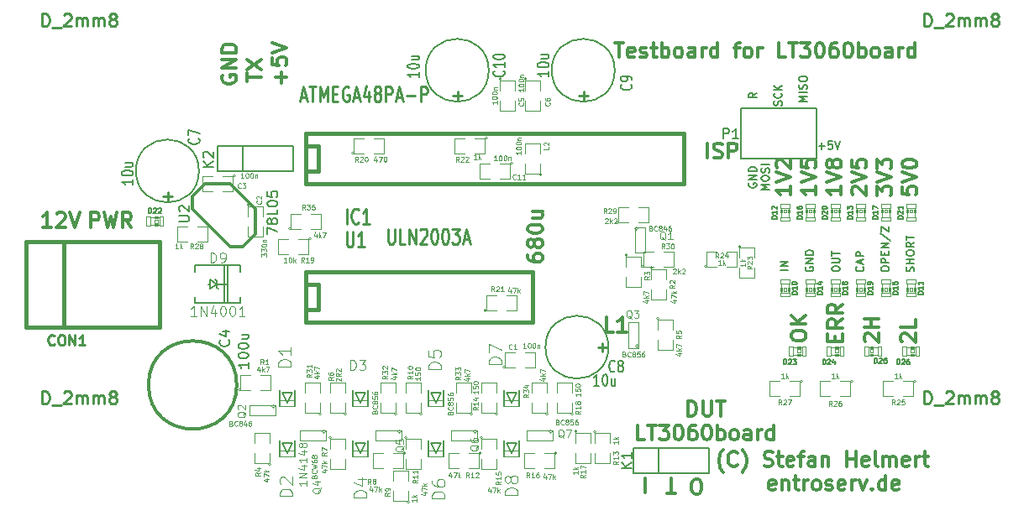
<source format=gto>
G04 (created by PCBNEW (2013-07-07 BZR 4022)-stable) date 17.09.2014 22:00:27*
%MOIN*%
G04 Gerber Fmt 3.4, Leading zero omitted, Abs format*
%FSLAX34Y34*%
G01*
G70*
G90*
G04 APERTURE LIST*
%ADD10C,0.00590551*%
%ADD11C,0.011811*%
%ADD12C,0.015*%
%ADD13C,0.0031*%
%ADD14C,0.0039*%
%ADD15C,0.008*%
%ADD16C,0.006*%
%ADD17C,0.0026*%
%ADD18C,0.012*%
%ADD19C,0.004*%
%ADD20C,0.005*%
%ADD21C,0.01125*%
%ADD22C,0.0047*%
%ADD23C,0.0043*%
%ADD24C,0.0035*%
%ADD25C,0.0015315*%
%ADD26C,0.01*%
G04 APERTURE END LIST*
G54D10*
X49345Y-24007D02*
X49585Y-24007D01*
X49465Y-24127D02*
X49465Y-23887D01*
X49884Y-23812D02*
X49735Y-23812D01*
X49720Y-23962D01*
X49735Y-23947D01*
X49764Y-23932D01*
X49839Y-23932D01*
X49869Y-23947D01*
X49884Y-23962D01*
X49899Y-23992D01*
X49899Y-24067D01*
X49884Y-24097D01*
X49869Y-24112D01*
X49839Y-24127D01*
X49764Y-24127D01*
X49735Y-24112D01*
X49720Y-24097D01*
X49989Y-23812D02*
X50094Y-24127D01*
X50199Y-23812D01*
X48877Y-22244D02*
X48562Y-22244D01*
X48787Y-22139D01*
X48562Y-22034D01*
X48877Y-22034D01*
X48877Y-21884D02*
X48562Y-21884D01*
X48862Y-21750D02*
X48877Y-21705D01*
X48877Y-21630D01*
X48862Y-21600D01*
X48847Y-21585D01*
X48817Y-21570D01*
X48787Y-21570D01*
X48757Y-21585D01*
X48742Y-21600D01*
X48727Y-21630D01*
X48712Y-21690D01*
X48697Y-21720D01*
X48682Y-21735D01*
X48652Y-21750D01*
X48622Y-21750D01*
X48592Y-21735D01*
X48577Y-21720D01*
X48562Y-21690D01*
X48562Y-21615D01*
X48577Y-21570D01*
X48562Y-21375D02*
X48562Y-21315D01*
X48577Y-21285D01*
X48607Y-21255D01*
X48667Y-21240D01*
X48772Y-21240D01*
X48832Y-21255D01*
X48862Y-21285D01*
X48877Y-21315D01*
X48877Y-21375D01*
X48862Y-21405D01*
X48832Y-21435D01*
X48772Y-21450D01*
X48667Y-21450D01*
X48607Y-21435D01*
X48577Y-21405D01*
X48562Y-21375D01*
X47862Y-22404D02*
X47877Y-22359D01*
X47877Y-22284D01*
X47862Y-22254D01*
X47847Y-22239D01*
X47817Y-22224D01*
X47787Y-22224D01*
X47757Y-22239D01*
X47742Y-22254D01*
X47727Y-22284D01*
X47712Y-22344D01*
X47697Y-22374D01*
X47682Y-22389D01*
X47652Y-22404D01*
X47622Y-22404D01*
X47592Y-22389D01*
X47577Y-22374D01*
X47562Y-22344D01*
X47562Y-22269D01*
X47577Y-22224D01*
X47847Y-21910D02*
X47862Y-21925D01*
X47877Y-21970D01*
X47877Y-21999D01*
X47862Y-22044D01*
X47832Y-22074D01*
X47802Y-22089D01*
X47742Y-22104D01*
X47697Y-22104D01*
X47637Y-22089D01*
X47607Y-22074D01*
X47577Y-22044D01*
X47562Y-21999D01*
X47562Y-21970D01*
X47577Y-21925D01*
X47592Y-21910D01*
X47877Y-21775D02*
X47562Y-21775D01*
X47877Y-21595D02*
X47697Y-21730D01*
X47562Y-21595D02*
X47742Y-21775D01*
X46877Y-21902D02*
X46727Y-22007D01*
X46877Y-22082D02*
X46562Y-22082D01*
X46562Y-21962D01*
X46577Y-21932D01*
X46592Y-21917D01*
X46622Y-21902D01*
X46667Y-21902D01*
X46697Y-21917D01*
X46712Y-21932D01*
X46727Y-21962D01*
X46727Y-22082D01*
X46577Y-25489D02*
X46562Y-25519D01*
X46562Y-25564D01*
X46577Y-25609D01*
X46607Y-25639D01*
X46637Y-25654D01*
X46697Y-25669D01*
X46742Y-25669D01*
X46802Y-25654D01*
X46832Y-25639D01*
X46862Y-25609D01*
X46877Y-25564D01*
X46877Y-25534D01*
X46862Y-25489D01*
X46847Y-25474D01*
X46742Y-25474D01*
X46742Y-25534D01*
X46877Y-25339D02*
X46562Y-25339D01*
X46877Y-25160D01*
X46562Y-25160D01*
X46877Y-25010D02*
X46562Y-25010D01*
X46562Y-24935D01*
X46577Y-24890D01*
X46607Y-24860D01*
X46637Y-24845D01*
X46697Y-24830D01*
X46742Y-24830D01*
X46802Y-24845D01*
X46832Y-24860D01*
X46862Y-24890D01*
X46877Y-24935D01*
X46877Y-25010D01*
X47377Y-25744D02*
X47062Y-25744D01*
X47287Y-25639D01*
X47062Y-25534D01*
X47377Y-25534D01*
X47062Y-25324D02*
X47062Y-25264D01*
X47077Y-25235D01*
X47107Y-25205D01*
X47167Y-25190D01*
X47272Y-25190D01*
X47332Y-25205D01*
X47362Y-25235D01*
X47377Y-25264D01*
X47377Y-25324D01*
X47362Y-25354D01*
X47332Y-25384D01*
X47272Y-25399D01*
X47167Y-25399D01*
X47107Y-25384D01*
X47077Y-25354D01*
X47062Y-25324D01*
X47362Y-25070D02*
X47377Y-25025D01*
X47377Y-24950D01*
X47362Y-24920D01*
X47347Y-24905D01*
X47317Y-24890D01*
X47287Y-24890D01*
X47257Y-24905D01*
X47242Y-24920D01*
X47227Y-24950D01*
X47212Y-25010D01*
X47197Y-25040D01*
X47182Y-25055D01*
X47152Y-25070D01*
X47122Y-25070D01*
X47092Y-25055D01*
X47077Y-25040D01*
X47062Y-25010D01*
X47062Y-24935D01*
X47077Y-24890D01*
X47377Y-24755D02*
X47062Y-24755D01*
G54D11*
X45548Y-36964D02*
X45520Y-36935D01*
X45464Y-36851D01*
X45436Y-36795D01*
X45408Y-36710D01*
X45380Y-36570D01*
X45380Y-36457D01*
X45408Y-36317D01*
X45436Y-36232D01*
X45464Y-36176D01*
X45520Y-36092D01*
X45548Y-36064D01*
X46111Y-36682D02*
X46083Y-36710D01*
X45998Y-36739D01*
X45942Y-36739D01*
X45858Y-36710D01*
X45802Y-36654D01*
X45773Y-36598D01*
X45745Y-36485D01*
X45745Y-36401D01*
X45773Y-36289D01*
X45802Y-36232D01*
X45858Y-36176D01*
X45942Y-36148D01*
X45998Y-36148D01*
X46083Y-36176D01*
X46111Y-36204D01*
X46308Y-36964D02*
X46336Y-36935D01*
X46392Y-36851D01*
X46420Y-36795D01*
X46448Y-36710D01*
X46476Y-36570D01*
X46476Y-36457D01*
X46448Y-36317D01*
X46420Y-36232D01*
X46392Y-36176D01*
X46336Y-36092D01*
X46308Y-36064D01*
X47179Y-36710D02*
X47264Y-36739D01*
X47404Y-36739D01*
X47461Y-36710D01*
X47489Y-36682D01*
X47517Y-36626D01*
X47517Y-36570D01*
X47489Y-36514D01*
X47461Y-36485D01*
X47404Y-36457D01*
X47292Y-36429D01*
X47236Y-36401D01*
X47208Y-36373D01*
X47179Y-36317D01*
X47179Y-36260D01*
X47208Y-36204D01*
X47236Y-36176D01*
X47292Y-36148D01*
X47433Y-36148D01*
X47517Y-36176D01*
X47686Y-36345D02*
X47911Y-36345D01*
X47770Y-36148D02*
X47770Y-36654D01*
X47798Y-36710D01*
X47854Y-36739D01*
X47911Y-36739D01*
X48332Y-36710D02*
X48276Y-36739D01*
X48164Y-36739D01*
X48107Y-36710D01*
X48079Y-36654D01*
X48079Y-36429D01*
X48107Y-36373D01*
X48164Y-36345D01*
X48276Y-36345D01*
X48332Y-36373D01*
X48361Y-36429D01*
X48361Y-36485D01*
X48079Y-36542D01*
X48529Y-36345D02*
X48754Y-36345D01*
X48614Y-36739D02*
X48614Y-36232D01*
X48642Y-36176D01*
X48698Y-36148D01*
X48754Y-36148D01*
X49204Y-36739D02*
X49204Y-36429D01*
X49176Y-36373D01*
X49120Y-36345D01*
X49007Y-36345D01*
X48951Y-36373D01*
X49204Y-36710D02*
X49148Y-36739D01*
X49007Y-36739D01*
X48951Y-36710D01*
X48923Y-36654D01*
X48923Y-36598D01*
X48951Y-36542D01*
X49007Y-36514D01*
X49148Y-36514D01*
X49204Y-36485D01*
X49485Y-36345D02*
X49485Y-36739D01*
X49485Y-36401D02*
X49514Y-36373D01*
X49570Y-36345D01*
X49654Y-36345D01*
X49710Y-36373D01*
X49739Y-36429D01*
X49739Y-36739D01*
X50470Y-36739D02*
X50470Y-36148D01*
X50470Y-36429D02*
X50807Y-36429D01*
X50807Y-36739D02*
X50807Y-36148D01*
X51313Y-36710D02*
X51257Y-36739D01*
X51145Y-36739D01*
X51088Y-36710D01*
X51060Y-36654D01*
X51060Y-36429D01*
X51088Y-36373D01*
X51145Y-36345D01*
X51257Y-36345D01*
X51313Y-36373D01*
X51341Y-36429D01*
X51341Y-36485D01*
X51060Y-36542D01*
X51679Y-36739D02*
X51623Y-36710D01*
X51595Y-36654D01*
X51595Y-36148D01*
X51904Y-36739D02*
X51904Y-36345D01*
X51904Y-36401D02*
X51932Y-36373D01*
X51988Y-36345D01*
X52073Y-36345D01*
X52129Y-36373D01*
X52157Y-36429D01*
X52157Y-36739D01*
X52157Y-36429D02*
X52185Y-36373D01*
X52241Y-36345D01*
X52326Y-36345D01*
X52382Y-36373D01*
X52410Y-36429D01*
X52410Y-36739D01*
X52916Y-36710D02*
X52860Y-36739D01*
X52748Y-36739D01*
X52691Y-36710D01*
X52663Y-36654D01*
X52663Y-36429D01*
X52691Y-36373D01*
X52748Y-36345D01*
X52860Y-36345D01*
X52916Y-36373D01*
X52944Y-36429D01*
X52944Y-36485D01*
X52663Y-36542D01*
X53197Y-36739D02*
X53197Y-36345D01*
X53197Y-36457D02*
X53226Y-36401D01*
X53254Y-36373D01*
X53310Y-36345D01*
X53366Y-36345D01*
X53479Y-36345D02*
X53704Y-36345D01*
X53563Y-36148D02*
X53563Y-36654D01*
X53591Y-36710D01*
X53647Y-36739D01*
X53704Y-36739D01*
X47615Y-37655D02*
X47559Y-37683D01*
X47447Y-37683D01*
X47390Y-37655D01*
X47362Y-37599D01*
X47362Y-37374D01*
X47390Y-37318D01*
X47447Y-37290D01*
X47559Y-37290D01*
X47615Y-37318D01*
X47643Y-37374D01*
X47643Y-37430D01*
X47362Y-37487D01*
X47897Y-37290D02*
X47897Y-37683D01*
X47897Y-37346D02*
X47925Y-37318D01*
X47981Y-37290D01*
X48065Y-37290D01*
X48122Y-37318D01*
X48150Y-37374D01*
X48150Y-37683D01*
X48347Y-37290D02*
X48571Y-37290D01*
X48431Y-37093D02*
X48431Y-37599D01*
X48459Y-37655D01*
X48515Y-37683D01*
X48571Y-37683D01*
X48768Y-37683D02*
X48768Y-37290D01*
X48768Y-37402D02*
X48796Y-37346D01*
X48825Y-37318D01*
X48881Y-37290D01*
X48937Y-37290D01*
X49218Y-37683D02*
X49162Y-37655D01*
X49134Y-37627D01*
X49106Y-37571D01*
X49106Y-37402D01*
X49134Y-37346D01*
X49162Y-37318D01*
X49218Y-37290D01*
X49303Y-37290D01*
X49359Y-37318D01*
X49387Y-37346D01*
X49415Y-37402D01*
X49415Y-37571D01*
X49387Y-37627D01*
X49359Y-37655D01*
X49303Y-37683D01*
X49218Y-37683D01*
X49640Y-37655D02*
X49696Y-37683D01*
X49809Y-37683D01*
X49865Y-37655D01*
X49893Y-37599D01*
X49893Y-37571D01*
X49865Y-37515D01*
X49809Y-37487D01*
X49724Y-37487D01*
X49668Y-37458D01*
X49640Y-37402D01*
X49640Y-37374D01*
X49668Y-37318D01*
X49724Y-37290D01*
X49809Y-37290D01*
X49865Y-37318D01*
X50371Y-37655D02*
X50315Y-37683D01*
X50203Y-37683D01*
X50146Y-37655D01*
X50118Y-37599D01*
X50118Y-37374D01*
X50146Y-37318D01*
X50203Y-37290D01*
X50315Y-37290D01*
X50371Y-37318D01*
X50399Y-37374D01*
X50399Y-37430D01*
X50118Y-37487D01*
X50652Y-37683D02*
X50652Y-37290D01*
X50652Y-37402D02*
X50681Y-37346D01*
X50709Y-37318D01*
X50765Y-37290D01*
X50821Y-37290D01*
X50962Y-37290D02*
X51102Y-37683D01*
X51243Y-37290D01*
X51468Y-37627D02*
X51496Y-37655D01*
X51468Y-37683D01*
X51440Y-37655D01*
X51468Y-37627D01*
X51468Y-37683D01*
X52002Y-37683D02*
X52002Y-37093D01*
X52002Y-37655D02*
X51946Y-37683D01*
X51834Y-37683D01*
X51777Y-37655D01*
X51749Y-37627D01*
X51721Y-37571D01*
X51721Y-37402D01*
X51749Y-37346D01*
X51777Y-37318D01*
X51834Y-37290D01*
X51946Y-37290D01*
X52002Y-37318D01*
X52508Y-37655D02*
X52452Y-37683D01*
X52340Y-37683D01*
X52284Y-37655D01*
X52255Y-37599D01*
X52255Y-37374D01*
X52284Y-37318D01*
X52340Y-37290D01*
X52452Y-37290D01*
X52508Y-37318D01*
X52537Y-37374D01*
X52537Y-37430D01*
X52255Y-37487D01*
X41260Y-19898D02*
X41597Y-19898D01*
X41428Y-20489D02*
X41428Y-19898D01*
X42019Y-20460D02*
X41963Y-20489D01*
X41850Y-20489D01*
X41794Y-20460D01*
X41766Y-20404D01*
X41766Y-20179D01*
X41794Y-20123D01*
X41850Y-20095D01*
X41963Y-20095D01*
X42019Y-20123D01*
X42047Y-20179D01*
X42047Y-20235D01*
X41766Y-20292D01*
X42272Y-20460D02*
X42328Y-20489D01*
X42441Y-20489D01*
X42497Y-20460D01*
X42525Y-20404D01*
X42525Y-20376D01*
X42497Y-20320D01*
X42441Y-20292D01*
X42356Y-20292D01*
X42300Y-20264D01*
X42272Y-20207D01*
X42272Y-20179D01*
X42300Y-20123D01*
X42356Y-20095D01*
X42441Y-20095D01*
X42497Y-20123D01*
X42694Y-20095D02*
X42919Y-20095D01*
X42778Y-19898D02*
X42778Y-20404D01*
X42806Y-20460D01*
X42863Y-20489D01*
X42919Y-20489D01*
X43116Y-20489D02*
X43116Y-19898D01*
X43116Y-20123D02*
X43172Y-20095D01*
X43284Y-20095D01*
X43341Y-20123D01*
X43369Y-20151D01*
X43397Y-20207D01*
X43397Y-20376D01*
X43369Y-20432D01*
X43341Y-20460D01*
X43284Y-20489D01*
X43172Y-20489D01*
X43116Y-20460D01*
X43734Y-20489D02*
X43678Y-20460D01*
X43650Y-20432D01*
X43622Y-20376D01*
X43622Y-20207D01*
X43650Y-20151D01*
X43678Y-20123D01*
X43734Y-20095D01*
X43819Y-20095D01*
X43875Y-20123D01*
X43903Y-20151D01*
X43931Y-20207D01*
X43931Y-20376D01*
X43903Y-20432D01*
X43875Y-20460D01*
X43819Y-20489D01*
X43734Y-20489D01*
X44437Y-20489D02*
X44437Y-20179D01*
X44409Y-20123D01*
X44353Y-20095D01*
X44241Y-20095D01*
X44184Y-20123D01*
X44437Y-20460D02*
X44381Y-20489D01*
X44241Y-20489D01*
X44184Y-20460D01*
X44156Y-20404D01*
X44156Y-20348D01*
X44184Y-20292D01*
X44241Y-20264D01*
X44381Y-20264D01*
X44437Y-20235D01*
X44719Y-20489D02*
X44719Y-20095D01*
X44719Y-20207D02*
X44747Y-20151D01*
X44775Y-20123D01*
X44831Y-20095D01*
X44887Y-20095D01*
X45337Y-20489D02*
X45337Y-19898D01*
X45337Y-20460D02*
X45281Y-20489D01*
X45169Y-20489D01*
X45112Y-20460D01*
X45084Y-20432D01*
X45056Y-20376D01*
X45056Y-20207D01*
X45084Y-20151D01*
X45112Y-20123D01*
X45169Y-20095D01*
X45281Y-20095D01*
X45337Y-20123D01*
X45984Y-20095D02*
X46209Y-20095D01*
X46068Y-20489D02*
X46068Y-19982D01*
X46097Y-19926D01*
X46153Y-19898D01*
X46209Y-19898D01*
X46490Y-20489D02*
X46434Y-20460D01*
X46406Y-20432D01*
X46378Y-20376D01*
X46378Y-20207D01*
X46406Y-20151D01*
X46434Y-20123D01*
X46490Y-20095D01*
X46575Y-20095D01*
X46631Y-20123D01*
X46659Y-20151D01*
X46687Y-20207D01*
X46687Y-20376D01*
X46659Y-20432D01*
X46631Y-20460D01*
X46575Y-20489D01*
X46490Y-20489D01*
X46940Y-20489D02*
X46940Y-20095D01*
X46940Y-20207D02*
X46968Y-20151D01*
X46996Y-20123D01*
X47053Y-20095D01*
X47109Y-20095D01*
X48037Y-20489D02*
X47756Y-20489D01*
X47756Y-19898D01*
X48149Y-19898D02*
X48487Y-19898D01*
X48318Y-20489D02*
X48318Y-19898D01*
X48627Y-19898D02*
X48993Y-19898D01*
X48796Y-20123D01*
X48881Y-20123D01*
X48937Y-20151D01*
X48965Y-20179D01*
X48993Y-20235D01*
X48993Y-20376D01*
X48965Y-20432D01*
X48937Y-20460D01*
X48881Y-20489D01*
X48712Y-20489D01*
X48656Y-20460D01*
X48627Y-20432D01*
X49359Y-19898D02*
X49415Y-19898D01*
X49471Y-19926D01*
X49499Y-19954D01*
X49527Y-20010D01*
X49555Y-20123D01*
X49555Y-20264D01*
X49527Y-20376D01*
X49499Y-20432D01*
X49471Y-20460D01*
X49415Y-20489D01*
X49359Y-20489D01*
X49302Y-20460D01*
X49274Y-20432D01*
X49246Y-20376D01*
X49218Y-20264D01*
X49218Y-20123D01*
X49246Y-20010D01*
X49274Y-19954D01*
X49302Y-19926D01*
X49359Y-19898D01*
X50062Y-19898D02*
X49949Y-19898D01*
X49893Y-19926D01*
X49865Y-19954D01*
X49809Y-20039D01*
X49780Y-20151D01*
X49780Y-20376D01*
X49809Y-20432D01*
X49837Y-20460D01*
X49893Y-20489D01*
X50005Y-20489D01*
X50062Y-20460D01*
X50090Y-20432D01*
X50118Y-20376D01*
X50118Y-20235D01*
X50090Y-20179D01*
X50062Y-20151D01*
X50005Y-20123D01*
X49893Y-20123D01*
X49837Y-20151D01*
X49809Y-20179D01*
X49780Y-20235D01*
X50483Y-19898D02*
X50540Y-19898D01*
X50596Y-19926D01*
X50624Y-19954D01*
X50652Y-20010D01*
X50680Y-20123D01*
X50680Y-20264D01*
X50652Y-20376D01*
X50624Y-20432D01*
X50596Y-20460D01*
X50540Y-20489D01*
X50483Y-20489D01*
X50427Y-20460D01*
X50399Y-20432D01*
X50371Y-20376D01*
X50343Y-20264D01*
X50343Y-20123D01*
X50371Y-20010D01*
X50399Y-19954D01*
X50427Y-19926D01*
X50483Y-19898D01*
X50933Y-20489D02*
X50933Y-19898D01*
X50933Y-20123D02*
X50990Y-20095D01*
X51102Y-20095D01*
X51158Y-20123D01*
X51187Y-20151D01*
X51215Y-20207D01*
X51215Y-20376D01*
X51187Y-20432D01*
X51158Y-20460D01*
X51102Y-20489D01*
X50990Y-20489D01*
X50933Y-20460D01*
X51552Y-20489D02*
X51496Y-20460D01*
X51468Y-20432D01*
X51440Y-20376D01*
X51440Y-20207D01*
X51468Y-20151D01*
X51496Y-20123D01*
X51552Y-20095D01*
X51636Y-20095D01*
X51693Y-20123D01*
X51721Y-20151D01*
X51749Y-20207D01*
X51749Y-20376D01*
X51721Y-20432D01*
X51693Y-20460D01*
X51636Y-20489D01*
X51552Y-20489D01*
X52255Y-20489D02*
X52255Y-20179D01*
X52227Y-20123D01*
X52171Y-20095D01*
X52058Y-20095D01*
X52002Y-20123D01*
X52255Y-20460D02*
X52199Y-20489D01*
X52058Y-20489D01*
X52002Y-20460D01*
X51974Y-20404D01*
X51974Y-20348D01*
X52002Y-20292D01*
X52058Y-20264D01*
X52199Y-20264D01*
X52255Y-20235D01*
X52536Y-20489D02*
X52536Y-20095D01*
X52536Y-20207D02*
X52564Y-20151D01*
X52593Y-20123D01*
X52649Y-20095D01*
X52705Y-20095D01*
X53155Y-20489D02*
X53155Y-19898D01*
X53155Y-20460D02*
X53099Y-20489D01*
X52986Y-20489D01*
X52930Y-20460D01*
X52902Y-20432D01*
X52874Y-20376D01*
X52874Y-20207D01*
X52902Y-20151D01*
X52930Y-20123D01*
X52986Y-20095D01*
X53099Y-20095D01*
X53155Y-20123D01*
X28014Y-21509D02*
X28014Y-21059D01*
X28239Y-21284D02*
X27789Y-21284D01*
X27648Y-20496D02*
X27648Y-20778D01*
X27929Y-20806D01*
X27901Y-20778D01*
X27873Y-20721D01*
X27873Y-20581D01*
X27901Y-20525D01*
X27929Y-20496D01*
X27985Y-20468D01*
X28126Y-20468D01*
X28182Y-20496D01*
X28210Y-20525D01*
X28239Y-20581D01*
X28239Y-20721D01*
X28210Y-20778D01*
X28182Y-20806D01*
X27648Y-20300D02*
X28239Y-20103D01*
X27648Y-19906D01*
X25676Y-21199D02*
X25648Y-21256D01*
X25648Y-21340D01*
X25676Y-21424D01*
X25732Y-21481D01*
X25789Y-21509D01*
X25901Y-21537D01*
X25985Y-21537D01*
X26098Y-21509D01*
X26154Y-21481D01*
X26210Y-21424D01*
X26239Y-21340D01*
X26239Y-21284D01*
X26210Y-21199D01*
X26182Y-21171D01*
X25985Y-21171D01*
X25985Y-21284D01*
X26239Y-20918D02*
X25648Y-20918D01*
X26239Y-20581D01*
X25648Y-20581D01*
X26239Y-20300D02*
X25648Y-20300D01*
X25648Y-20159D01*
X25676Y-20075D01*
X25732Y-20018D01*
X25789Y-19990D01*
X25901Y-19962D01*
X25985Y-19962D01*
X26098Y-19990D01*
X26154Y-20018D01*
X26210Y-20075D01*
X26239Y-20159D01*
X26239Y-20300D01*
X26648Y-21449D02*
X26648Y-21112D01*
X27239Y-21281D02*
X26648Y-21281D01*
X26648Y-20971D02*
X27239Y-20578D01*
X26648Y-20578D02*
X27239Y-20971D01*
X44443Y-37248D02*
X44556Y-37248D01*
X44612Y-37276D01*
X44668Y-37332D01*
X44696Y-37445D01*
X44696Y-37642D01*
X44668Y-37754D01*
X44612Y-37810D01*
X44556Y-37839D01*
X44443Y-37839D01*
X44387Y-37810D01*
X44331Y-37754D01*
X44303Y-37642D01*
X44303Y-37445D01*
X44331Y-37332D01*
X44387Y-37276D01*
X44443Y-37248D01*
X43668Y-37801D02*
X43331Y-37801D01*
X43499Y-37210D02*
X43499Y-37801D01*
X42450Y-37789D02*
X42450Y-37198D01*
X44161Y-34739D02*
X44161Y-34148D01*
X44301Y-34148D01*
X44385Y-34176D01*
X44442Y-34232D01*
X44470Y-34289D01*
X44498Y-34401D01*
X44498Y-34485D01*
X44470Y-34598D01*
X44442Y-34654D01*
X44385Y-34710D01*
X44301Y-34739D01*
X44161Y-34739D01*
X44751Y-34148D02*
X44751Y-34626D01*
X44779Y-34682D01*
X44807Y-34710D01*
X44864Y-34739D01*
X44976Y-34739D01*
X45032Y-34710D01*
X45060Y-34682D01*
X45089Y-34626D01*
X45089Y-34148D01*
X45285Y-34148D02*
X45623Y-34148D01*
X45454Y-34739D02*
X45454Y-34148D01*
X42431Y-35683D02*
X42150Y-35683D01*
X42150Y-35093D01*
X42544Y-35093D02*
X42881Y-35093D01*
X42712Y-35683D02*
X42712Y-35093D01*
X43022Y-35093D02*
X43387Y-35093D01*
X43190Y-35318D01*
X43275Y-35318D01*
X43331Y-35346D01*
X43359Y-35374D01*
X43387Y-35430D01*
X43387Y-35571D01*
X43359Y-35627D01*
X43331Y-35655D01*
X43275Y-35683D01*
X43106Y-35683D01*
X43050Y-35655D01*
X43022Y-35627D01*
X43753Y-35093D02*
X43809Y-35093D01*
X43865Y-35121D01*
X43893Y-35149D01*
X43921Y-35205D01*
X43950Y-35318D01*
X43950Y-35458D01*
X43921Y-35571D01*
X43893Y-35627D01*
X43865Y-35655D01*
X43809Y-35683D01*
X43753Y-35683D01*
X43697Y-35655D01*
X43668Y-35627D01*
X43640Y-35571D01*
X43612Y-35458D01*
X43612Y-35318D01*
X43640Y-35205D01*
X43668Y-35149D01*
X43697Y-35121D01*
X43753Y-35093D01*
X44456Y-35093D02*
X44343Y-35093D01*
X44287Y-35121D01*
X44259Y-35149D01*
X44203Y-35233D01*
X44175Y-35346D01*
X44175Y-35571D01*
X44203Y-35627D01*
X44231Y-35655D01*
X44287Y-35683D01*
X44400Y-35683D01*
X44456Y-35655D01*
X44484Y-35627D01*
X44512Y-35571D01*
X44512Y-35430D01*
X44484Y-35374D01*
X44456Y-35346D01*
X44400Y-35318D01*
X44287Y-35318D01*
X44231Y-35346D01*
X44203Y-35374D01*
X44175Y-35430D01*
X44878Y-35093D02*
X44934Y-35093D01*
X44990Y-35121D01*
X45018Y-35149D01*
X45046Y-35205D01*
X45074Y-35318D01*
X45074Y-35458D01*
X45046Y-35571D01*
X45018Y-35627D01*
X44990Y-35655D01*
X44934Y-35683D01*
X44878Y-35683D01*
X44821Y-35655D01*
X44793Y-35627D01*
X44765Y-35571D01*
X44737Y-35458D01*
X44737Y-35318D01*
X44765Y-35205D01*
X44793Y-35149D01*
X44821Y-35121D01*
X44878Y-35093D01*
X45328Y-35683D02*
X45328Y-35093D01*
X45328Y-35318D02*
X45384Y-35290D01*
X45496Y-35290D01*
X45553Y-35318D01*
X45581Y-35346D01*
X45609Y-35402D01*
X45609Y-35571D01*
X45581Y-35627D01*
X45553Y-35655D01*
X45496Y-35683D01*
X45384Y-35683D01*
X45328Y-35655D01*
X45946Y-35683D02*
X45890Y-35655D01*
X45862Y-35627D01*
X45834Y-35571D01*
X45834Y-35402D01*
X45862Y-35346D01*
X45890Y-35318D01*
X45946Y-35290D01*
X46031Y-35290D01*
X46087Y-35318D01*
X46115Y-35346D01*
X46143Y-35402D01*
X46143Y-35571D01*
X46115Y-35627D01*
X46087Y-35655D01*
X46031Y-35683D01*
X45946Y-35683D01*
X46649Y-35683D02*
X46649Y-35374D01*
X46621Y-35318D01*
X46565Y-35290D01*
X46452Y-35290D01*
X46396Y-35318D01*
X46649Y-35655D02*
X46593Y-35683D01*
X46452Y-35683D01*
X46396Y-35655D01*
X46368Y-35599D01*
X46368Y-35543D01*
X46396Y-35487D01*
X46452Y-35458D01*
X46593Y-35458D01*
X46649Y-35430D01*
X46930Y-35683D02*
X46930Y-35290D01*
X46930Y-35402D02*
X46959Y-35346D01*
X46987Y-35318D01*
X47043Y-35290D01*
X47099Y-35290D01*
X47549Y-35683D02*
X47549Y-35093D01*
X47549Y-35655D02*
X47493Y-35683D01*
X47380Y-35683D01*
X47324Y-35655D01*
X47296Y-35627D01*
X47268Y-35571D01*
X47268Y-35402D01*
X47296Y-35346D01*
X47324Y-35318D01*
X47380Y-35290D01*
X47493Y-35290D01*
X47549Y-35318D01*
X52654Y-31787D02*
X52626Y-31759D01*
X52598Y-31703D01*
X52598Y-31562D01*
X52626Y-31506D01*
X52654Y-31478D01*
X52710Y-31450D01*
X52767Y-31450D01*
X52851Y-31478D01*
X53189Y-31815D01*
X53189Y-31450D01*
X53189Y-30915D02*
X53189Y-31196D01*
X52598Y-31196D01*
X51204Y-31787D02*
X51176Y-31759D01*
X51148Y-31703D01*
X51148Y-31562D01*
X51176Y-31506D01*
X51204Y-31478D01*
X51260Y-31450D01*
X51317Y-31450D01*
X51401Y-31478D01*
X51739Y-31815D01*
X51739Y-31450D01*
X51739Y-31196D02*
X51148Y-31196D01*
X51429Y-31196D02*
X51429Y-30859D01*
X51739Y-30859D02*
X51148Y-30859D01*
X49979Y-31759D02*
X49979Y-31562D01*
X50289Y-31478D02*
X50289Y-31759D01*
X49698Y-31759D01*
X49698Y-31478D01*
X50289Y-30887D02*
X50007Y-31084D01*
X50289Y-31225D02*
X49698Y-31225D01*
X49698Y-31000D01*
X49726Y-30943D01*
X49754Y-30915D01*
X49810Y-30887D01*
X49895Y-30887D01*
X49951Y-30915D01*
X49979Y-30943D01*
X50007Y-31000D01*
X50007Y-31225D01*
X50289Y-30297D02*
X50007Y-30493D01*
X50289Y-30634D02*
X49698Y-30634D01*
X49698Y-30409D01*
X49726Y-30353D01*
X49754Y-30325D01*
X49810Y-30297D01*
X49895Y-30297D01*
X49951Y-30325D01*
X49979Y-30353D01*
X50007Y-30409D01*
X50007Y-30634D01*
X48248Y-31596D02*
X48248Y-31484D01*
X48276Y-31428D01*
X48332Y-31371D01*
X48445Y-31343D01*
X48642Y-31343D01*
X48754Y-31371D01*
X48810Y-31428D01*
X48839Y-31484D01*
X48839Y-31596D01*
X48810Y-31653D01*
X48754Y-31709D01*
X48642Y-31737D01*
X48445Y-31737D01*
X48332Y-31709D01*
X48276Y-31653D01*
X48248Y-31596D01*
X48839Y-31090D02*
X48248Y-31090D01*
X48839Y-30753D02*
X48501Y-31006D01*
X48248Y-30753D02*
X48585Y-31090D01*
G54D10*
X49862Y-28915D02*
X49862Y-28855D01*
X49877Y-28825D01*
X49907Y-28795D01*
X49967Y-28780D01*
X50072Y-28780D01*
X50132Y-28795D01*
X50162Y-28825D01*
X50177Y-28855D01*
X50177Y-28915D01*
X50162Y-28945D01*
X50132Y-28975D01*
X50072Y-28990D01*
X49967Y-28990D01*
X49907Y-28975D01*
X49877Y-28945D01*
X49862Y-28915D01*
X49862Y-28645D02*
X50117Y-28645D01*
X50147Y-28630D01*
X50162Y-28615D01*
X50177Y-28585D01*
X50177Y-28525D01*
X50162Y-28495D01*
X50147Y-28480D01*
X50117Y-28465D01*
X49862Y-28465D01*
X49862Y-28360D02*
X49862Y-28180D01*
X50177Y-28270D02*
X49862Y-28270D01*
X48127Y-28925D02*
X47812Y-28925D01*
X48127Y-28775D02*
X47812Y-28775D01*
X48127Y-28595D01*
X47812Y-28595D01*
X48827Y-28810D02*
X48812Y-28840D01*
X48812Y-28885D01*
X48827Y-28930D01*
X48857Y-28960D01*
X48887Y-28975D01*
X48947Y-28990D01*
X48992Y-28990D01*
X49052Y-28975D01*
X49082Y-28960D01*
X49112Y-28930D01*
X49127Y-28885D01*
X49127Y-28855D01*
X49112Y-28810D01*
X49097Y-28795D01*
X48992Y-28795D01*
X48992Y-28855D01*
X49127Y-28660D02*
X48812Y-28660D01*
X49127Y-28480D01*
X48812Y-28480D01*
X49127Y-28330D02*
X48812Y-28330D01*
X48812Y-28255D01*
X48827Y-28210D01*
X48857Y-28180D01*
X48887Y-28165D01*
X48947Y-28150D01*
X48992Y-28150D01*
X49052Y-28165D01*
X49082Y-28180D01*
X49112Y-28210D01*
X49127Y-28255D01*
X49127Y-28330D01*
X51097Y-28795D02*
X51112Y-28810D01*
X51127Y-28855D01*
X51127Y-28885D01*
X51112Y-28930D01*
X51082Y-28960D01*
X51052Y-28975D01*
X50992Y-28990D01*
X50947Y-28990D01*
X50887Y-28975D01*
X50857Y-28960D01*
X50827Y-28930D01*
X50812Y-28885D01*
X50812Y-28855D01*
X50827Y-28810D01*
X50842Y-28795D01*
X51037Y-28675D02*
X51037Y-28525D01*
X51127Y-28705D02*
X50812Y-28600D01*
X51127Y-28495D01*
X51127Y-28390D02*
X50812Y-28390D01*
X50812Y-28270D01*
X50827Y-28240D01*
X50842Y-28225D01*
X50872Y-28210D01*
X50917Y-28210D01*
X50947Y-28225D01*
X50962Y-28240D01*
X50977Y-28270D01*
X50977Y-28390D01*
X51812Y-28915D02*
X51812Y-28855D01*
X51827Y-28825D01*
X51857Y-28795D01*
X51917Y-28780D01*
X52022Y-28780D01*
X52082Y-28795D01*
X52112Y-28825D01*
X52127Y-28855D01*
X52127Y-28915D01*
X52112Y-28945D01*
X52082Y-28975D01*
X52022Y-28990D01*
X51917Y-28990D01*
X51857Y-28975D01*
X51827Y-28945D01*
X51812Y-28915D01*
X52127Y-28645D02*
X51812Y-28645D01*
X51812Y-28525D01*
X51827Y-28495D01*
X51842Y-28480D01*
X51872Y-28465D01*
X51917Y-28465D01*
X51947Y-28480D01*
X51962Y-28495D01*
X51977Y-28525D01*
X51977Y-28645D01*
X51962Y-28330D02*
X51962Y-28225D01*
X52127Y-28180D02*
X52127Y-28330D01*
X51812Y-28330D01*
X51812Y-28180D01*
X52127Y-28045D02*
X51812Y-28045D01*
X52127Y-27865D01*
X51812Y-27865D01*
X51797Y-27490D02*
X52202Y-27760D01*
X51812Y-27415D02*
X51812Y-27205D01*
X52127Y-27415D01*
X52127Y-27205D01*
X53112Y-28990D02*
X53127Y-28945D01*
X53127Y-28870D01*
X53112Y-28840D01*
X53097Y-28825D01*
X53067Y-28810D01*
X53037Y-28810D01*
X53007Y-28825D01*
X52992Y-28840D01*
X52977Y-28870D01*
X52962Y-28930D01*
X52947Y-28960D01*
X52932Y-28975D01*
X52902Y-28990D01*
X52872Y-28990D01*
X52842Y-28975D01*
X52827Y-28960D01*
X52812Y-28930D01*
X52812Y-28855D01*
X52827Y-28810D01*
X53127Y-28675D02*
X52812Y-28675D01*
X52962Y-28675D02*
X52962Y-28495D01*
X53127Y-28495D02*
X52812Y-28495D01*
X52812Y-28285D02*
X52812Y-28225D01*
X52827Y-28195D01*
X52857Y-28165D01*
X52917Y-28150D01*
X53022Y-28150D01*
X53082Y-28165D01*
X53112Y-28195D01*
X53127Y-28225D01*
X53127Y-28285D01*
X53112Y-28315D01*
X53082Y-28345D01*
X53022Y-28360D01*
X52917Y-28360D01*
X52857Y-28345D01*
X52827Y-28315D01*
X52812Y-28285D01*
X53127Y-27835D02*
X52977Y-27940D01*
X53127Y-28015D02*
X52812Y-28015D01*
X52812Y-27895D01*
X52827Y-27865D01*
X52842Y-27850D01*
X52872Y-27835D01*
X52917Y-27835D01*
X52947Y-27850D01*
X52962Y-27865D01*
X52977Y-27895D01*
X52977Y-28015D01*
X52812Y-27745D02*
X52812Y-27565D01*
X53127Y-27655D02*
X52812Y-27655D01*
G54D11*
X20462Y-27239D02*
X20462Y-26648D01*
X20687Y-26648D01*
X20743Y-26676D01*
X20771Y-26704D01*
X20800Y-26760D01*
X20800Y-26845D01*
X20771Y-26901D01*
X20743Y-26929D01*
X20687Y-26957D01*
X20462Y-26957D01*
X20996Y-26648D02*
X21137Y-27239D01*
X21250Y-26817D01*
X21362Y-27239D01*
X21503Y-26648D01*
X22065Y-27239D02*
X21868Y-26957D01*
X21728Y-27239D02*
X21728Y-26648D01*
X21953Y-26648D01*
X22009Y-26676D01*
X22037Y-26704D01*
X22065Y-26760D01*
X22065Y-26845D01*
X22037Y-26901D01*
X22009Y-26929D01*
X21953Y-26957D01*
X21728Y-26957D01*
X18884Y-27239D02*
X18546Y-27239D01*
X18715Y-27239D02*
X18715Y-26648D01*
X18659Y-26732D01*
X18603Y-26789D01*
X18546Y-26817D01*
X19109Y-26704D02*
X19137Y-26676D01*
X19193Y-26648D01*
X19334Y-26648D01*
X19390Y-26676D01*
X19418Y-26704D01*
X19446Y-26760D01*
X19446Y-26817D01*
X19418Y-26901D01*
X19081Y-27239D01*
X19446Y-27239D01*
X19615Y-26648D02*
X19812Y-27239D01*
X20009Y-26648D01*
X52648Y-25643D02*
X52648Y-25924D01*
X52929Y-25953D01*
X52901Y-25924D01*
X52873Y-25868D01*
X52873Y-25728D01*
X52901Y-25671D01*
X52929Y-25643D01*
X52985Y-25615D01*
X53126Y-25615D01*
X53182Y-25643D01*
X53210Y-25671D01*
X53239Y-25728D01*
X53239Y-25868D01*
X53210Y-25924D01*
X53182Y-25953D01*
X52648Y-25446D02*
X53239Y-25250D01*
X52648Y-25053D01*
X52648Y-24743D02*
X52648Y-24687D01*
X52676Y-24631D01*
X52704Y-24603D01*
X52760Y-24575D01*
X52873Y-24546D01*
X53014Y-24546D01*
X53126Y-24575D01*
X53182Y-24603D01*
X53210Y-24631D01*
X53239Y-24687D01*
X53239Y-24743D01*
X53210Y-24800D01*
X53182Y-24828D01*
X53126Y-24856D01*
X53014Y-24884D01*
X52873Y-24884D01*
X52760Y-24856D01*
X52704Y-24828D01*
X52676Y-24800D01*
X52648Y-24743D01*
X51648Y-25981D02*
X51648Y-25615D01*
X51873Y-25812D01*
X51873Y-25728D01*
X51901Y-25671D01*
X51929Y-25643D01*
X51985Y-25615D01*
X52126Y-25615D01*
X52182Y-25643D01*
X52210Y-25671D01*
X52239Y-25728D01*
X52239Y-25896D01*
X52210Y-25953D01*
X52182Y-25981D01*
X51648Y-25446D02*
X52239Y-25250D01*
X51648Y-25053D01*
X51648Y-24912D02*
X51648Y-24546D01*
X51873Y-24743D01*
X51873Y-24659D01*
X51901Y-24603D01*
X51929Y-24575D01*
X51985Y-24546D01*
X52126Y-24546D01*
X52182Y-24575D01*
X52210Y-24603D01*
X52239Y-24659D01*
X52239Y-24828D01*
X52210Y-24884D01*
X52182Y-24912D01*
X50704Y-25953D02*
X50676Y-25924D01*
X50648Y-25868D01*
X50648Y-25728D01*
X50676Y-25671D01*
X50704Y-25643D01*
X50760Y-25615D01*
X50817Y-25615D01*
X50901Y-25643D01*
X51239Y-25981D01*
X51239Y-25615D01*
X50648Y-25446D02*
X51239Y-25250D01*
X50648Y-25053D01*
X50648Y-24575D02*
X50648Y-24856D01*
X50929Y-24884D01*
X50901Y-24856D01*
X50873Y-24800D01*
X50873Y-24659D01*
X50901Y-24603D01*
X50929Y-24575D01*
X50985Y-24546D01*
X51126Y-24546D01*
X51182Y-24575D01*
X51210Y-24603D01*
X51239Y-24659D01*
X51239Y-24800D01*
X51210Y-24856D01*
X51182Y-24884D01*
X50239Y-25615D02*
X50239Y-25953D01*
X50239Y-25784D02*
X49648Y-25784D01*
X49732Y-25840D01*
X49789Y-25896D01*
X49817Y-25953D01*
X49648Y-25446D02*
X50239Y-25250D01*
X49648Y-25053D01*
X49901Y-24771D02*
X49873Y-24828D01*
X49845Y-24856D01*
X49789Y-24884D01*
X49760Y-24884D01*
X49704Y-24856D01*
X49676Y-24828D01*
X49648Y-24771D01*
X49648Y-24659D01*
X49676Y-24603D01*
X49704Y-24575D01*
X49760Y-24546D01*
X49789Y-24546D01*
X49845Y-24575D01*
X49873Y-24603D01*
X49901Y-24659D01*
X49901Y-24771D01*
X49929Y-24828D01*
X49957Y-24856D01*
X50014Y-24884D01*
X50126Y-24884D01*
X50182Y-24856D01*
X50210Y-24828D01*
X50239Y-24771D01*
X50239Y-24659D01*
X50210Y-24603D01*
X50182Y-24575D01*
X50126Y-24546D01*
X50014Y-24546D01*
X49957Y-24575D01*
X49929Y-24603D01*
X49901Y-24659D01*
X49239Y-25615D02*
X49239Y-25953D01*
X49239Y-25784D02*
X48648Y-25784D01*
X48732Y-25840D01*
X48789Y-25896D01*
X48817Y-25953D01*
X48648Y-25446D02*
X49239Y-25250D01*
X48648Y-25053D01*
X48648Y-24575D02*
X48648Y-24856D01*
X48929Y-24884D01*
X48901Y-24856D01*
X48873Y-24800D01*
X48873Y-24659D01*
X48901Y-24603D01*
X48929Y-24575D01*
X48985Y-24546D01*
X49126Y-24546D01*
X49182Y-24575D01*
X49210Y-24603D01*
X49239Y-24659D01*
X49239Y-24800D01*
X49210Y-24856D01*
X49182Y-24884D01*
X48239Y-25615D02*
X48239Y-25953D01*
X48239Y-25784D02*
X47648Y-25784D01*
X47732Y-25840D01*
X47789Y-25896D01*
X47817Y-25953D01*
X47648Y-25446D02*
X48239Y-25250D01*
X47648Y-25053D01*
X47704Y-24884D02*
X47676Y-24856D01*
X47648Y-24800D01*
X47648Y-24659D01*
X47676Y-24603D01*
X47704Y-24575D01*
X47760Y-24546D01*
X47817Y-24546D01*
X47901Y-24575D01*
X48239Y-24912D01*
X48239Y-24546D01*
X44923Y-24489D02*
X44923Y-23898D01*
X45176Y-24460D02*
X45260Y-24489D01*
X45401Y-24489D01*
X45457Y-24460D01*
X45485Y-24432D01*
X45514Y-24376D01*
X45514Y-24320D01*
X45485Y-24264D01*
X45457Y-24235D01*
X45401Y-24207D01*
X45289Y-24179D01*
X45232Y-24151D01*
X45204Y-24123D01*
X45176Y-24067D01*
X45176Y-24010D01*
X45204Y-23954D01*
X45232Y-23926D01*
X45289Y-23898D01*
X45429Y-23898D01*
X45514Y-23926D01*
X45767Y-24489D02*
X45767Y-23898D01*
X45992Y-23898D01*
X46048Y-23926D01*
X46076Y-23954D01*
X46104Y-24010D01*
X46104Y-24095D01*
X46076Y-24151D01*
X46048Y-24179D01*
X45992Y-24207D01*
X45767Y-24207D01*
G54D12*
X29000Y-29500D02*
X29000Y-29500D01*
X29000Y-29500D02*
X29500Y-29500D01*
X29500Y-29500D02*
X29500Y-30500D01*
X29500Y-30500D02*
X29000Y-30500D01*
X29000Y-29000D02*
X38000Y-29000D01*
X38000Y-29000D02*
X38000Y-31000D01*
X38000Y-31000D02*
X29000Y-31000D01*
X29000Y-31000D02*
X29000Y-29000D01*
G54D13*
X42174Y-27287D02*
G75*
G03X42174Y-27287I-62J0D01*
G74*
G01*
X42450Y-28250D02*
X42050Y-28250D01*
X42450Y-27225D02*
X42050Y-27225D01*
X42050Y-28250D02*
X42050Y-27225D01*
X42450Y-27225D02*
X42450Y-28250D01*
X42200Y-31963D02*
G75*
G03X42200Y-31963I-62J0D01*
G74*
G01*
X41800Y-31000D02*
X42200Y-31000D01*
X41800Y-32025D02*
X42200Y-32025D01*
X42200Y-31000D02*
X42200Y-32025D01*
X41800Y-32025D02*
X41800Y-31000D01*
X27775Y-34362D02*
G75*
G03X27775Y-34362I-62J0D01*
G74*
G01*
X26750Y-34700D02*
X26750Y-34300D01*
X27775Y-34700D02*
X27775Y-34300D01*
X26750Y-34300D02*
X27775Y-34300D01*
X27775Y-34700D02*
X26750Y-34700D01*
X29775Y-35362D02*
G75*
G03X29775Y-35362I-62J0D01*
G74*
G01*
X28750Y-35700D02*
X28750Y-35300D01*
X29775Y-35700D02*
X29775Y-35300D01*
X28750Y-35300D02*
X29775Y-35300D01*
X29775Y-35700D02*
X28750Y-35700D01*
X32775Y-35362D02*
G75*
G03X32775Y-35362I-62J0D01*
G74*
G01*
X31750Y-35700D02*
X31750Y-35300D01*
X32775Y-35700D02*
X32775Y-35300D01*
X31750Y-35300D02*
X32775Y-35300D01*
X32775Y-35700D02*
X31750Y-35700D01*
X35775Y-35362D02*
G75*
G03X35775Y-35362I-62J0D01*
G74*
G01*
X34750Y-35700D02*
X34750Y-35300D01*
X35775Y-35700D02*
X35775Y-35300D01*
X34750Y-35300D02*
X35775Y-35300D01*
X35775Y-35700D02*
X34750Y-35700D01*
X38775Y-35362D02*
G75*
G03X38775Y-35362I-62J0D01*
G74*
G01*
X37750Y-35700D02*
X37750Y-35300D01*
X38775Y-35700D02*
X38775Y-35300D01*
X37750Y-35300D02*
X38775Y-35300D01*
X38775Y-35700D02*
X37750Y-35700D01*
G54D14*
X29600Y-34650D02*
G75*
G03X29600Y-34650I-50J0D01*
G74*
G01*
X29550Y-34200D02*
X29550Y-34600D01*
X29550Y-34600D02*
X28950Y-34600D01*
X28950Y-34600D02*
X28950Y-34200D01*
X28950Y-33800D02*
X28950Y-33400D01*
X28950Y-33400D02*
X29550Y-33400D01*
X29550Y-33400D02*
X29550Y-33800D01*
X41400Y-27050D02*
G75*
G03X41400Y-27050I-50J0D01*
G74*
G01*
X41800Y-27050D02*
X41400Y-27050D01*
X41400Y-27050D02*
X41400Y-26450D01*
X41400Y-26450D02*
X41800Y-26450D01*
X42200Y-26450D02*
X42600Y-26450D01*
X42600Y-26450D02*
X42600Y-27050D01*
X42600Y-27050D02*
X42200Y-27050D01*
X30900Y-24300D02*
G75*
G03X30900Y-24300I-50J0D01*
G74*
G01*
X31300Y-24300D02*
X30900Y-24300D01*
X30900Y-24300D02*
X30900Y-23700D01*
X30900Y-23700D02*
X31300Y-23700D01*
X31700Y-23700D02*
X32100Y-23700D01*
X32100Y-23700D02*
X32100Y-24300D01*
X32100Y-24300D02*
X31700Y-24300D01*
X29200Y-27700D02*
G75*
G03X29200Y-27700I-50J0D01*
G74*
G01*
X28700Y-27700D02*
X29100Y-27700D01*
X29100Y-27700D02*
X29100Y-28300D01*
X29100Y-28300D02*
X28700Y-28300D01*
X28300Y-28300D02*
X27900Y-28300D01*
X27900Y-28300D02*
X27900Y-27700D01*
X27900Y-27700D02*
X28300Y-27700D01*
X26750Y-26350D02*
G75*
G03X26750Y-26350I-50J0D01*
G74*
G01*
X26700Y-26800D02*
X26700Y-26400D01*
X26700Y-26400D02*
X27300Y-26400D01*
X27300Y-26400D02*
X27300Y-26800D01*
X27300Y-27200D02*
X27300Y-27600D01*
X27300Y-27600D02*
X26700Y-27600D01*
X26700Y-27600D02*
X26700Y-27200D01*
X26200Y-25200D02*
G75*
G03X26200Y-25200I-50J0D01*
G74*
G01*
X25700Y-25200D02*
X26100Y-25200D01*
X26100Y-25200D02*
X26100Y-25800D01*
X26100Y-25800D02*
X25700Y-25800D01*
X25300Y-25800D02*
X24900Y-25800D01*
X24900Y-25800D02*
X24900Y-25200D01*
X24900Y-25200D02*
X25300Y-25200D01*
X36200Y-23700D02*
G75*
G03X36200Y-23700I-50J0D01*
G74*
G01*
X35700Y-23700D02*
X36100Y-23700D01*
X36100Y-23700D02*
X36100Y-24300D01*
X36100Y-24300D02*
X35700Y-24300D01*
X35300Y-24300D02*
X34900Y-24300D01*
X34900Y-24300D02*
X34900Y-23700D01*
X34900Y-23700D02*
X35300Y-23700D01*
X36150Y-30550D02*
G75*
G03X36150Y-30550I-50J0D01*
G74*
G01*
X36550Y-30550D02*
X36150Y-30550D01*
X36150Y-30550D02*
X36150Y-29950D01*
X36150Y-29950D02*
X36550Y-29950D01*
X36950Y-29950D02*
X37350Y-29950D01*
X37350Y-29950D02*
X37350Y-30550D01*
X37350Y-30550D02*
X36950Y-30550D01*
X42400Y-28800D02*
G75*
G03X42400Y-28800I-50J0D01*
G74*
G01*
X42800Y-28800D02*
X42400Y-28800D01*
X42400Y-28800D02*
X42400Y-28200D01*
X42400Y-28200D02*
X42800Y-28200D01*
X43200Y-28200D02*
X43600Y-28200D01*
X43600Y-28200D02*
X43600Y-28800D01*
X43600Y-28800D02*
X43200Y-28800D01*
X33100Y-38150D02*
G75*
G03X33100Y-38150I-50J0D01*
G74*
G01*
X33050Y-37700D02*
X33050Y-38100D01*
X33050Y-38100D02*
X32450Y-38100D01*
X32450Y-38100D02*
X32450Y-37700D01*
X32450Y-37300D02*
X32450Y-36900D01*
X32450Y-36900D02*
X33050Y-36900D01*
X33050Y-36900D02*
X33050Y-37300D01*
X32950Y-36200D02*
G75*
G03X32950Y-36200I-50J0D01*
G74*
G01*
X32450Y-36200D02*
X32850Y-36200D01*
X32850Y-36200D02*
X32850Y-36800D01*
X32850Y-36800D02*
X32450Y-36800D01*
X32050Y-36800D02*
X31650Y-36800D01*
X31650Y-36800D02*
X31650Y-36200D01*
X31650Y-36200D02*
X32050Y-36200D01*
X40500Y-35350D02*
G75*
G03X40500Y-35350I-50J0D01*
G74*
G01*
X40450Y-35800D02*
X40450Y-35400D01*
X40450Y-35400D02*
X41050Y-35400D01*
X41050Y-35400D02*
X41050Y-35800D01*
X41050Y-36200D02*
X41050Y-36600D01*
X41050Y-36600D02*
X40450Y-36600D01*
X40450Y-36600D02*
X40450Y-36200D01*
X32600Y-34650D02*
G75*
G03X32600Y-34650I-50J0D01*
G74*
G01*
X32550Y-34200D02*
X32550Y-34600D01*
X32550Y-34600D02*
X31950Y-34600D01*
X31950Y-34600D02*
X31950Y-34200D01*
X31950Y-33800D02*
X31950Y-33400D01*
X31950Y-33400D02*
X32550Y-33400D01*
X32550Y-33400D02*
X32550Y-33800D01*
X35600Y-34650D02*
G75*
G03X35600Y-34650I-50J0D01*
G74*
G01*
X35550Y-34200D02*
X35550Y-34600D01*
X35550Y-34600D02*
X34950Y-34600D01*
X34950Y-34600D02*
X34950Y-34200D01*
X34950Y-33800D02*
X34950Y-33400D01*
X34950Y-33400D02*
X35550Y-33400D01*
X35550Y-33400D02*
X35550Y-33800D01*
X38600Y-34650D02*
G75*
G03X38600Y-34650I-50J0D01*
G74*
G01*
X38550Y-34200D02*
X38550Y-34600D01*
X38550Y-34600D02*
X37950Y-34600D01*
X37950Y-34600D02*
X37950Y-34200D01*
X37950Y-33800D02*
X37950Y-33400D01*
X37950Y-33400D02*
X38550Y-33400D01*
X38550Y-33400D02*
X38550Y-33800D01*
X25200Y-27200D02*
G75*
G03X25200Y-27200I-50J0D01*
G74*
G01*
X24700Y-27200D02*
X25100Y-27200D01*
X25100Y-27200D02*
X25100Y-27800D01*
X25100Y-27800D02*
X24700Y-27800D01*
X24300Y-27800D02*
X23900Y-27800D01*
X23900Y-27800D02*
X23900Y-27200D01*
X23900Y-27200D02*
X24300Y-27200D01*
X26400Y-33700D02*
G75*
G03X26400Y-33700I-50J0D01*
G74*
G01*
X26800Y-33700D02*
X26400Y-33700D01*
X26400Y-33700D02*
X26400Y-33100D01*
X26400Y-33100D02*
X26800Y-33100D01*
X27200Y-33100D02*
X27600Y-33100D01*
X27600Y-33100D02*
X27600Y-33700D01*
X27600Y-33700D02*
X27200Y-33700D01*
X46250Y-28000D02*
G75*
G03X46250Y-28000I-50J0D01*
G74*
G01*
X46200Y-28450D02*
X46200Y-28050D01*
X46200Y-28050D02*
X46800Y-28050D01*
X46800Y-28050D02*
X46800Y-28450D01*
X46800Y-28850D02*
X46800Y-29250D01*
X46800Y-29250D02*
X46200Y-29250D01*
X46200Y-29250D02*
X46200Y-28850D01*
X37750Y-21350D02*
G75*
G03X37750Y-21350I-50J0D01*
G74*
G01*
X37700Y-21800D02*
X37700Y-21400D01*
X37700Y-21400D02*
X38300Y-21400D01*
X38300Y-21400D02*
X38300Y-21800D01*
X38300Y-22200D02*
X38300Y-22600D01*
X38300Y-22600D02*
X37700Y-22600D01*
X37700Y-22600D02*
X37700Y-22200D01*
X38350Y-25150D02*
G75*
G03X38350Y-25150I-50J0D01*
G74*
G01*
X38300Y-24700D02*
X38300Y-25100D01*
X38300Y-25100D02*
X37700Y-25100D01*
X37700Y-25100D02*
X37700Y-24700D01*
X37700Y-24300D02*
X37700Y-23900D01*
X37700Y-23900D02*
X38300Y-23900D01*
X38300Y-23900D02*
X38300Y-24300D01*
X36750Y-21350D02*
G75*
G03X36750Y-21350I-50J0D01*
G74*
G01*
X36700Y-21800D02*
X36700Y-21400D01*
X36700Y-21400D02*
X37300Y-21400D01*
X37300Y-21400D02*
X37300Y-21800D01*
X37300Y-22200D02*
X37300Y-22600D01*
X37300Y-22600D02*
X36700Y-22600D01*
X36700Y-22600D02*
X36700Y-22200D01*
X44900Y-28800D02*
G75*
G03X44900Y-28800I-50J0D01*
G74*
G01*
X45300Y-28800D02*
X44900Y-28800D01*
X44900Y-28800D02*
X44900Y-28200D01*
X44900Y-28200D02*
X45300Y-28200D01*
X45700Y-28200D02*
X46100Y-28200D01*
X46100Y-28200D02*
X46100Y-28800D01*
X46100Y-28800D02*
X45700Y-28800D01*
X53200Y-33350D02*
G75*
G03X53200Y-33350I-50J0D01*
G74*
G01*
X52700Y-33350D02*
X53100Y-33350D01*
X53100Y-33350D02*
X53100Y-33950D01*
X53100Y-33950D02*
X52700Y-33950D01*
X52300Y-33950D02*
X51900Y-33950D01*
X51900Y-33950D02*
X51900Y-33350D01*
X51900Y-33350D02*
X52300Y-33350D01*
X50700Y-33350D02*
G75*
G03X50700Y-33350I-50J0D01*
G74*
G01*
X50200Y-33350D02*
X50600Y-33350D01*
X50600Y-33350D02*
X50600Y-33950D01*
X50600Y-33950D02*
X50200Y-33950D01*
X49800Y-33950D02*
X49400Y-33950D01*
X49400Y-33950D02*
X49400Y-33350D01*
X49400Y-33350D02*
X49800Y-33350D01*
X48700Y-33350D02*
G75*
G03X48700Y-33350I-50J0D01*
G74*
G01*
X48200Y-33350D02*
X48600Y-33350D01*
X48600Y-33350D02*
X48600Y-33950D01*
X48600Y-33950D02*
X48200Y-33950D01*
X47800Y-33950D02*
X47400Y-33950D01*
X47400Y-33950D02*
X47400Y-33350D01*
X47400Y-33350D02*
X47800Y-33350D01*
X43000Y-30850D02*
G75*
G03X43000Y-30850I-50J0D01*
G74*
G01*
X42950Y-31300D02*
X42950Y-30900D01*
X42950Y-30900D02*
X43550Y-30900D01*
X43550Y-30900D02*
X43550Y-31300D01*
X43550Y-31700D02*
X43550Y-32100D01*
X43550Y-32100D02*
X42950Y-32100D01*
X42950Y-32100D02*
X42950Y-31700D01*
X39600Y-34650D02*
G75*
G03X39600Y-34650I-50J0D01*
G74*
G01*
X39550Y-34200D02*
X39550Y-34600D01*
X39550Y-34600D02*
X38950Y-34600D01*
X38950Y-34600D02*
X38950Y-34200D01*
X38950Y-33800D02*
X38950Y-33400D01*
X38950Y-33400D02*
X39550Y-33400D01*
X39550Y-33400D02*
X39550Y-33800D01*
X36600Y-34650D02*
G75*
G03X36600Y-34650I-50J0D01*
G74*
G01*
X36550Y-34200D02*
X36550Y-34600D01*
X36550Y-34600D02*
X35950Y-34600D01*
X35950Y-34600D02*
X35950Y-34200D01*
X35950Y-33800D02*
X35950Y-33400D01*
X35950Y-33400D02*
X36550Y-33400D01*
X36550Y-33400D02*
X36550Y-33800D01*
X33600Y-34650D02*
G75*
G03X33600Y-34650I-50J0D01*
G74*
G01*
X33550Y-34200D02*
X33550Y-34600D01*
X33550Y-34600D02*
X32950Y-34600D01*
X32950Y-34600D02*
X32950Y-34200D01*
X32950Y-33800D02*
X32950Y-33400D01*
X32950Y-33400D02*
X33550Y-33400D01*
X33550Y-33400D02*
X33550Y-33800D01*
X36000Y-35600D02*
G75*
G03X36000Y-35600I-50J0D01*
G74*
G01*
X35950Y-36050D02*
X35950Y-35650D01*
X35950Y-35650D02*
X36550Y-35650D01*
X36550Y-35650D02*
X36550Y-36050D01*
X36550Y-36450D02*
X36550Y-36850D01*
X36550Y-36850D02*
X35950Y-36850D01*
X35950Y-36850D02*
X35950Y-36450D01*
X33000Y-35600D02*
G75*
G03X33000Y-35600I-50J0D01*
G74*
G01*
X32950Y-36050D02*
X32950Y-35650D01*
X32950Y-35650D02*
X33550Y-35650D01*
X33550Y-35650D02*
X33550Y-36050D01*
X33550Y-36450D02*
X33550Y-36850D01*
X33550Y-36850D02*
X32950Y-36850D01*
X32950Y-36850D02*
X32950Y-36450D01*
X30000Y-35600D02*
G75*
G03X30000Y-35600I-50J0D01*
G74*
G01*
X29950Y-36050D02*
X29950Y-35650D01*
X29950Y-35650D02*
X30550Y-35650D01*
X30550Y-35650D02*
X30550Y-36050D01*
X30550Y-36450D02*
X30550Y-36850D01*
X30550Y-36850D02*
X29950Y-36850D01*
X29950Y-36850D02*
X29950Y-36450D01*
X36900Y-32800D02*
G75*
G03X36900Y-32800I-50J0D01*
G74*
G01*
X37300Y-32800D02*
X36900Y-32800D01*
X36900Y-32800D02*
X36900Y-32200D01*
X36900Y-32200D02*
X37300Y-32200D01*
X37700Y-32200D02*
X38100Y-32200D01*
X38100Y-32200D02*
X38100Y-32800D01*
X38100Y-32800D02*
X37700Y-32800D01*
X30600Y-34650D02*
G75*
G03X30600Y-34650I-50J0D01*
G74*
G01*
X30550Y-34200D02*
X30550Y-34600D01*
X30550Y-34600D02*
X29950Y-34600D01*
X29950Y-34600D02*
X29950Y-34200D01*
X29950Y-33800D02*
X29950Y-33400D01*
X29950Y-33400D02*
X30550Y-33400D01*
X30550Y-33400D02*
X30550Y-33800D01*
X41750Y-28350D02*
G75*
G03X41750Y-28350I-50J0D01*
G74*
G01*
X41700Y-28800D02*
X41700Y-28400D01*
X41700Y-28400D02*
X42300Y-28400D01*
X42300Y-28400D02*
X42300Y-28800D01*
X42300Y-29200D02*
X42300Y-29600D01*
X42300Y-29600D02*
X41700Y-29600D01*
X41700Y-29600D02*
X41700Y-29200D01*
X42750Y-28850D02*
G75*
G03X42750Y-28850I-50J0D01*
G74*
G01*
X42700Y-29300D02*
X42700Y-28900D01*
X42700Y-28900D02*
X43300Y-28900D01*
X43300Y-28900D02*
X43300Y-29300D01*
X43300Y-29700D02*
X43300Y-30100D01*
X43300Y-30100D02*
X42700Y-30100D01*
X42700Y-30100D02*
X42700Y-29700D01*
X27600Y-36650D02*
G75*
G03X27600Y-36650I-50J0D01*
G74*
G01*
X27550Y-36200D02*
X27550Y-36600D01*
X27550Y-36600D02*
X26950Y-36600D01*
X26950Y-36600D02*
X26950Y-36200D01*
X26950Y-35800D02*
X26950Y-35400D01*
X26950Y-35400D02*
X27550Y-35400D01*
X27550Y-35400D02*
X27550Y-35800D01*
X35950Y-36200D02*
G75*
G03X35950Y-36200I-50J0D01*
G74*
G01*
X35450Y-36200D02*
X35850Y-36200D01*
X35850Y-36200D02*
X35850Y-36800D01*
X35850Y-36800D02*
X35450Y-36800D01*
X35050Y-36800D02*
X34650Y-36800D01*
X34650Y-36800D02*
X34650Y-36200D01*
X34650Y-36200D02*
X35050Y-36200D01*
X38950Y-36200D02*
G75*
G03X38950Y-36200I-50J0D01*
G74*
G01*
X38450Y-36200D02*
X38850Y-36200D01*
X38850Y-36200D02*
X38850Y-36800D01*
X38850Y-36800D02*
X38450Y-36800D01*
X38050Y-36800D02*
X37650Y-36800D01*
X37650Y-36800D02*
X37650Y-36200D01*
X37650Y-36200D02*
X38050Y-36200D01*
X39750Y-35350D02*
G75*
G03X39750Y-35350I-50J0D01*
G74*
G01*
X39700Y-35800D02*
X39700Y-35400D01*
X39700Y-35400D02*
X40300Y-35400D01*
X40300Y-35400D02*
X40300Y-35800D01*
X40300Y-36200D02*
X40300Y-36600D01*
X40300Y-36600D02*
X39700Y-36600D01*
X39700Y-36600D02*
X39700Y-36200D01*
G54D15*
X46250Y-22500D02*
X49250Y-22500D01*
X49250Y-24500D02*
X46250Y-24500D01*
X46250Y-24500D02*
X46250Y-22500D01*
X49250Y-22500D02*
X49250Y-24500D01*
G54D16*
X42000Y-37000D02*
X42000Y-36000D01*
X42000Y-36000D02*
X45000Y-36000D01*
X45000Y-36000D02*
X45000Y-37000D01*
X45000Y-37000D02*
X42000Y-37000D01*
X43000Y-36000D02*
X43000Y-37000D01*
G54D15*
X31455Y-36335D02*
X31455Y-35695D01*
X30845Y-36335D02*
X30845Y-35705D01*
X30845Y-35705D02*
X30845Y-35700D01*
G54D17*
X31460Y-36340D02*
X31460Y-36100D01*
X31460Y-36100D02*
X30840Y-36100D01*
X30840Y-36340D02*
X30840Y-36100D01*
X31460Y-36340D02*
X30840Y-36340D01*
G54D15*
X30954Y-35804D02*
X31150Y-36196D01*
X31150Y-36196D02*
X31346Y-35804D01*
X31346Y-35804D02*
X30954Y-35804D01*
X31455Y-34335D02*
X31455Y-33695D01*
X30845Y-34335D02*
X30845Y-33705D01*
X30845Y-33705D02*
X30845Y-33700D01*
G54D17*
X31460Y-34340D02*
X31460Y-34100D01*
X31460Y-34100D02*
X30840Y-34100D01*
X30840Y-34340D02*
X30840Y-34100D01*
X31460Y-34340D02*
X30840Y-34340D01*
G54D15*
X30954Y-33804D02*
X31150Y-34196D01*
X31150Y-34196D02*
X31346Y-33804D01*
X31346Y-33804D02*
X30954Y-33804D01*
X34455Y-36335D02*
X34455Y-35695D01*
X33845Y-36335D02*
X33845Y-35705D01*
X33845Y-35705D02*
X33845Y-35700D01*
G54D17*
X34460Y-36340D02*
X34460Y-36100D01*
X34460Y-36100D02*
X33840Y-36100D01*
X33840Y-36340D02*
X33840Y-36100D01*
X34460Y-36340D02*
X33840Y-36340D01*
G54D15*
X33954Y-35804D02*
X34150Y-36196D01*
X34150Y-36196D02*
X34346Y-35804D01*
X34346Y-35804D02*
X33954Y-35804D01*
X34455Y-34335D02*
X34455Y-33695D01*
X33845Y-34335D02*
X33845Y-33705D01*
X33845Y-33705D02*
X33845Y-33700D01*
G54D17*
X34460Y-34340D02*
X34460Y-34100D01*
X34460Y-34100D02*
X33840Y-34100D01*
X33840Y-34340D02*
X33840Y-34100D01*
X34460Y-34340D02*
X33840Y-34340D01*
G54D15*
X33954Y-33804D02*
X34150Y-34196D01*
X34150Y-34196D02*
X34346Y-33804D01*
X34346Y-33804D02*
X33954Y-33804D01*
X37455Y-36335D02*
X37455Y-35695D01*
X36845Y-36335D02*
X36845Y-35705D01*
X36845Y-35705D02*
X36845Y-35700D01*
G54D17*
X37460Y-36340D02*
X37460Y-36100D01*
X37460Y-36100D02*
X36840Y-36100D01*
X36840Y-36340D02*
X36840Y-36100D01*
X37460Y-36340D02*
X36840Y-36340D01*
G54D15*
X36954Y-35804D02*
X37150Y-36196D01*
X37150Y-36196D02*
X37346Y-35804D01*
X37346Y-35804D02*
X36954Y-35804D01*
X37455Y-34335D02*
X37455Y-33695D01*
X36845Y-34335D02*
X36845Y-33705D01*
X36845Y-33705D02*
X36845Y-33700D01*
G54D17*
X37460Y-34340D02*
X37460Y-34100D01*
X37460Y-34100D02*
X36840Y-34100D01*
X36840Y-34340D02*
X36840Y-34100D01*
X37460Y-34340D02*
X36840Y-34340D01*
G54D15*
X36954Y-33804D02*
X37150Y-34196D01*
X37150Y-34196D02*
X37346Y-33804D01*
X37346Y-33804D02*
X36954Y-33804D01*
X28555Y-36335D02*
X28555Y-35695D01*
X27945Y-36335D02*
X27945Y-35705D01*
X27945Y-35705D02*
X27945Y-35700D01*
G54D17*
X28560Y-36340D02*
X28560Y-36100D01*
X28560Y-36100D02*
X27940Y-36100D01*
X27940Y-36340D02*
X27940Y-36100D01*
X28560Y-36340D02*
X27940Y-36340D01*
G54D15*
X28054Y-35804D02*
X28250Y-36196D01*
X28250Y-36196D02*
X28446Y-35804D01*
X28446Y-35804D02*
X28054Y-35804D01*
X28555Y-34335D02*
X28555Y-33695D01*
X27945Y-34335D02*
X27945Y-33705D01*
X27945Y-33705D02*
X27945Y-33700D01*
G54D17*
X28560Y-34340D02*
X28560Y-34100D01*
X28560Y-34100D02*
X27940Y-34100D01*
X27940Y-34340D02*
X27940Y-34100D01*
X28560Y-34340D02*
X27940Y-34340D01*
G54D15*
X28054Y-33804D02*
X28250Y-34196D01*
X28250Y-34196D02*
X28446Y-33804D01*
X28446Y-33804D02*
X28054Y-33804D01*
G54D18*
X24500Y-26500D02*
X26000Y-28000D01*
X26000Y-28000D02*
X26500Y-28000D01*
X26500Y-28000D02*
X27000Y-27500D01*
X27000Y-27500D02*
X27000Y-26500D01*
X27000Y-26500D02*
X26000Y-25500D01*
X26000Y-25500D02*
X25000Y-25500D01*
X25000Y-25500D02*
X24500Y-26000D01*
X24500Y-26000D02*
X24500Y-26500D01*
G54D17*
X23177Y-26823D02*
X23177Y-27177D01*
X23177Y-27177D02*
X23334Y-27177D01*
X23334Y-26823D02*
X23334Y-27177D01*
X23177Y-26823D02*
X23334Y-26823D01*
X22666Y-26823D02*
X22666Y-27177D01*
X22666Y-27177D02*
X22823Y-27177D01*
X22823Y-26823D02*
X22823Y-27177D01*
X22666Y-26823D02*
X22823Y-26823D01*
X23000Y-26823D02*
X23000Y-26882D01*
X23000Y-26882D02*
X23118Y-26882D01*
X23118Y-26823D02*
X23118Y-26882D01*
X23000Y-26823D02*
X23118Y-26823D01*
X23000Y-27118D02*
X23000Y-27177D01*
X23000Y-27177D02*
X23118Y-27177D01*
X23118Y-27118D02*
X23118Y-27177D01*
X23000Y-27118D02*
X23118Y-27118D01*
X23000Y-26941D02*
X23000Y-27059D01*
X23000Y-27059D02*
X23118Y-27059D01*
X23118Y-26941D02*
X23118Y-27059D01*
X23000Y-26941D02*
X23118Y-26941D01*
G54D19*
X23177Y-26843D02*
X22823Y-26843D01*
X23177Y-27157D02*
X22823Y-27157D01*
G54D17*
X50177Y-31973D02*
X50177Y-32327D01*
X50177Y-32327D02*
X50334Y-32327D01*
X50334Y-31973D02*
X50334Y-32327D01*
X50177Y-31973D02*
X50334Y-31973D01*
X49666Y-31973D02*
X49666Y-32327D01*
X49666Y-32327D02*
X49823Y-32327D01*
X49823Y-31973D02*
X49823Y-32327D01*
X49666Y-31973D02*
X49823Y-31973D01*
X50000Y-31973D02*
X50000Y-32032D01*
X50000Y-32032D02*
X50118Y-32032D01*
X50118Y-31973D02*
X50118Y-32032D01*
X50000Y-31973D02*
X50118Y-31973D01*
X50000Y-32268D02*
X50000Y-32327D01*
X50000Y-32327D02*
X50118Y-32327D01*
X50118Y-32268D02*
X50118Y-32327D01*
X50000Y-32268D02*
X50118Y-32268D01*
X50000Y-32091D02*
X50000Y-32209D01*
X50000Y-32209D02*
X50118Y-32209D01*
X50118Y-32091D02*
X50118Y-32209D01*
X50000Y-32091D02*
X50118Y-32091D01*
G54D19*
X50177Y-31993D02*
X49823Y-31993D01*
X50177Y-32307D02*
X49823Y-32307D01*
G54D17*
X51323Y-32327D02*
X51323Y-31973D01*
X51323Y-31973D02*
X51166Y-31973D01*
X51166Y-32327D02*
X51166Y-31973D01*
X51323Y-32327D02*
X51166Y-32327D01*
X51834Y-32327D02*
X51834Y-31973D01*
X51834Y-31973D02*
X51677Y-31973D01*
X51677Y-32327D02*
X51677Y-31973D01*
X51834Y-32327D02*
X51677Y-32327D01*
X51500Y-32327D02*
X51500Y-32268D01*
X51500Y-32268D02*
X51382Y-32268D01*
X51382Y-32327D02*
X51382Y-32268D01*
X51500Y-32327D02*
X51382Y-32327D01*
X51500Y-32032D02*
X51500Y-31973D01*
X51500Y-31973D02*
X51382Y-31973D01*
X51382Y-32032D02*
X51382Y-31973D01*
X51500Y-32032D02*
X51382Y-32032D01*
X51500Y-32209D02*
X51500Y-32091D01*
X51500Y-32091D02*
X51382Y-32091D01*
X51382Y-32209D02*
X51382Y-32091D01*
X51500Y-32209D02*
X51382Y-32209D01*
G54D19*
X51323Y-32307D02*
X51677Y-32307D01*
X51323Y-31993D02*
X51677Y-31993D01*
G54D17*
X53177Y-31973D02*
X53177Y-32327D01*
X53177Y-32327D02*
X53334Y-32327D01*
X53334Y-31973D02*
X53334Y-32327D01*
X53177Y-31973D02*
X53334Y-31973D01*
X52666Y-31973D02*
X52666Y-32327D01*
X52666Y-32327D02*
X52823Y-32327D01*
X52823Y-31973D02*
X52823Y-32327D01*
X52666Y-31973D02*
X52823Y-31973D01*
X53000Y-31973D02*
X53000Y-32032D01*
X53000Y-32032D02*
X53118Y-32032D01*
X53118Y-31973D02*
X53118Y-32032D01*
X53000Y-31973D02*
X53118Y-31973D01*
X53000Y-32268D02*
X53000Y-32327D01*
X53000Y-32327D02*
X53118Y-32327D01*
X53118Y-32268D02*
X53118Y-32327D01*
X53000Y-32268D02*
X53118Y-32268D01*
X53000Y-32091D02*
X53000Y-32209D01*
X53000Y-32209D02*
X53118Y-32209D01*
X53118Y-32091D02*
X53118Y-32209D01*
X53000Y-32091D02*
X53118Y-32091D01*
G54D19*
X53177Y-31993D02*
X52823Y-31993D01*
X53177Y-32307D02*
X52823Y-32307D01*
G54D17*
X52823Y-26473D02*
X53177Y-26473D01*
X53177Y-26473D02*
X53177Y-26316D01*
X52823Y-26316D02*
X53177Y-26316D01*
X52823Y-26473D02*
X52823Y-26316D01*
X52823Y-26984D02*
X53177Y-26984D01*
X53177Y-26984D02*
X53177Y-26827D01*
X52823Y-26827D02*
X53177Y-26827D01*
X52823Y-26984D02*
X52823Y-26827D01*
X52823Y-26650D02*
X52882Y-26650D01*
X52882Y-26650D02*
X52882Y-26532D01*
X52823Y-26532D02*
X52882Y-26532D01*
X52823Y-26650D02*
X52823Y-26532D01*
X53118Y-26650D02*
X53177Y-26650D01*
X53177Y-26650D02*
X53177Y-26532D01*
X53118Y-26532D02*
X53177Y-26532D01*
X53118Y-26650D02*
X53118Y-26532D01*
X52941Y-26650D02*
X53059Y-26650D01*
X53059Y-26650D02*
X53059Y-26532D01*
X52941Y-26532D02*
X53059Y-26532D01*
X52941Y-26650D02*
X52941Y-26532D01*
G54D19*
X52843Y-26473D02*
X52843Y-26827D01*
X53157Y-26473D02*
X53157Y-26827D01*
G54D17*
X51823Y-26473D02*
X52177Y-26473D01*
X52177Y-26473D02*
X52177Y-26316D01*
X51823Y-26316D02*
X52177Y-26316D01*
X51823Y-26473D02*
X51823Y-26316D01*
X51823Y-26984D02*
X52177Y-26984D01*
X52177Y-26984D02*
X52177Y-26827D01*
X51823Y-26827D02*
X52177Y-26827D01*
X51823Y-26984D02*
X51823Y-26827D01*
X51823Y-26650D02*
X51882Y-26650D01*
X51882Y-26650D02*
X51882Y-26532D01*
X51823Y-26532D02*
X51882Y-26532D01*
X51823Y-26650D02*
X51823Y-26532D01*
X52118Y-26650D02*
X52177Y-26650D01*
X52177Y-26650D02*
X52177Y-26532D01*
X52118Y-26532D02*
X52177Y-26532D01*
X52118Y-26650D02*
X52118Y-26532D01*
X51941Y-26650D02*
X52059Y-26650D01*
X52059Y-26650D02*
X52059Y-26532D01*
X51941Y-26532D02*
X52059Y-26532D01*
X51941Y-26650D02*
X51941Y-26532D01*
G54D19*
X51843Y-26473D02*
X51843Y-26827D01*
X52157Y-26473D02*
X52157Y-26827D01*
G54D17*
X50823Y-26473D02*
X51177Y-26473D01*
X51177Y-26473D02*
X51177Y-26316D01*
X50823Y-26316D02*
X51177Y-26316D01*
X50823Y-26473D02*
X50823Y-26316D01*
X50823Y-26984D02*
X51177Y-26984D01*
X51177Y-26984D02*
X51177Y-26827D01*
X50823Y-26827D02*
X51177Y-26827D01*
X50823Y-26984D02*
X50823Y-26827D01*
X50823Y-26650D02*
X50882Y-26650D01*
X50882Y-26650D02*
X50882Y-26532D01*
X50823Y-26532D02*
X50882Y-26532D01*
X50823Y-26650D02*
X50823Y-26532D01*
X51118Y-26650D02*
X51177Y-26650D01*
X51177Y-26650D02*
X51177Y-26532D01*
X51118Y-26532D02*
X51177Y-26532D01*
X51118Y-26650D02*
X51118Y-26532D01*
X50941Y-26650D02*
X51059Y-26650D01*
X51059Y-26650D02*
X51059Y-26532D01*
X50941Y-26532D02*
X51059Y-26532D01*
X50941Y-26650D02*
X50941Y-26532D01*
G54D19*
X50843Y-26473D02*
X50843Y-26827D01*
X51157Y-26473D02*
X51157Y-26827D01*
G54D17*
X49823Y-26473D02*
X50177Y-26473D01*
X50177Y-26473D02*
X50177Y-26316D01*
X49823Y-26316D02*
X50177Y-26316D01*
X49823Y-26473D02*
X49823Y-26316D01*
X49823Y-26984D02*
X50177Y-26984D01*
X50177Y-26984D02*
X50177Y-26827D01*
X49823Y-26827D02*
X50177Y-26827D01*
X49823Y-26984D02*
X49823Y-26827D01*
X49823Y-26650D02*
X49882Y-26650D01*
X49882Y-26650D02*
X49882Y-26532D01*
X49823Y-26532D02*
X49882Y-26532D01*
X49823Y-26650D02*
X49823Y-26532D01*
X50118Y-26650D02*
X50177Y-26650D01*
X50177Y-26650D02*
X50177Y-26532D01*
X50118Y-26532D02*
X50177Y-26532D01*
X50118Y-26650D02*
X50118Y-26532D01*
X49941Y-26650D02*
X50059Y-26650D01*
X50059Y-26650D02*
X50059Y-26532D01*
X49941Y-26532D02*
X50059Y-26532D01*
X49941Y-26650D02*
X49941Y-26532D01*
G54D19*
X49843Y-26473D02*
X49843Y-26827D01*
X50157Y-26473D02*
X50157Y-26827D01*
G54D17*
X48823Y-26473D02*
X49177Y-26473D01*
X49177Y-26473D02*
X49177Y-26316D01*
X48823Y-26316D02*
X49177Y-26316D01*
X48823Y-26473D02*
X48823Y-26316D01*
X48823Y-26984D02*
X49177Y-26984D01*
X49177Y-26984D02*
X49177Y-26827D01*
X48823Y-26827D02*
X49177Y-26827D01*
X48823Y-26984D02*
X48823Y-26827D01*
X48823Y-26650D02*
X48882Y-26650D01*
X48882Y-26650D02*
X48882Y-26532D01*
X48823Y-26532D02*
X48882Y-26532D01*
X48823Y-26650D02*
X48823Y-26532D01*
X49118Y-26650D02*
X49177Y-26650D01*
X49177Y-26650D02*
X49177Y-26532D01*
X49118Y-26532D02*
X49177Y-26532D01*
X49118Y-26650D02*
X49118Y-26532D01*
X48941Y-26650D02*
X49059Y-26650D01*
X49059Y-26650D02*
X49059Y-26532D01*
X48941Y-26532D02*
X49059Y-26532D01*
X48941Y-26650D02*
X48941Y-26532D01*
G54D19*
X48843Y-26473D02*
X48843Y-26827D01*
X49157Y-26473D02*
X49157Y-26827D01*
G54D17*
X47823Y-26473D02*
X48177Y-26473D01*
X48177Y-26473D02*
X48177Y-26316D01*
X47823Y-26316D02*
X48177Y-26316D01*
X47823Y-26473D02*
X47823Y-26316D01*
X47823Y-26984D02*
X48177Y-26984D01*
X48177Y-26984D02*
X48177Y-26827D01*
X47823Y-26827D02*
X48177Y-26827D01*
X47823Y-26984D02*
X47823Y-26827D01*
X47823Y-26650D02*
X47882Y-26650D01*
X47882Y-26650D02*
X47882Y-26532D01*
X47823Y-26532D02*
X47882Y-26532D01*
X47823Y-26650D02*
X47823Y-26532D01*
X48118Y-26650D02*
X48177Y-26650D01*
X48177Y-26650D02*
X48177Y-26532D01*
X48118Y-26532D02*
X48177Y-26532D01*
X48118Y-26650D02*
X48118Y-26532D01*
X47941Y-26650D02*
X48059Y-26650D01*
X48059Y-26650D02*
X48059Y-26532D01*
X47941Y-26532D02*
X48059Y-26532D01*
X47941Y-26650D02*
X47941Y-26532D01*
G54D19*
X47843Y-26473D02*
X47843Y-26827D01*
X48157Y-26473D02*
X48157Y-26827D01*
G54D17*
X51177Y-29827D02*
X50823Y-29827D01*
X50823Y-29827D02*
X50823Y-29984D01*
X51177Y-29984D02*
X50823Y-29984D01*
X51177Y-29827D02*
X51177Y-29984D01*
X51177Y-29316D02*
X50823Y-29316D01*
X50823Y-29316D02*
X50823Y-29473D01*
X51177Y-29473D02*
X50823Y-29473D01*
X51177Y-29316D02*
X51177Y-29473D01*
X51177Y-29650D02*
X51118Y-29650D01*
X51118Y-29650D02*
X51118Y-29768D01*
X51177Y-29768D02*
X51118Y-29768D01*
X51177Y-29650D02*
X51177Y-29768D01*
X50882Y-29650D02*
X50823Y-29650D01*
X50823Y-29650D02*
X50823Y-29768D01*
X50882Y-29768D02*
X50823Y-29768D01*
X50882Y-29650D02*
X50882Y-29768D01*
X51059Y-29650D02*
X50941Y-29650D01*
X50941Y-29650D02*
X50941Y-29768D01*
X51059Y-29768D02*
X50941Y-29768D01*
X51059Y-29650D02*
X51059Y-29768D01*
G54D19*
X51157Y-29827D02*
X51157Y-29473D01*
X50843Y-29827D02*
X50843Y-29473D01*
G54D17*
X52177Y-29827D02*
X51823Y-29827D01*
X51823Y-29827D02*
X51823Y-29984D01*
X52177Y-29984D02*
X51823Y-29984D01*
X52177Y-29827D02*
X52177Y-29984D01*
X52177Y-29316D02*
X51823Y-29316D01*
X51823Y-29316D02*
X51823Y-29473D01*
X52177Y-29473D02*
X51823Y-29473D01*
X52177Y-29316D02*
X52177Y-29473D01*
X52177Y-29650D02*
X52118Y-29650D01*
X52118Y-29650D02*
X52118Y-29768D01*
X52177Y-29768D02*
X52118Y-29768D01*
X52177Y-29650D02*
X52177Y-29768D01*
X51882Y-29650D02*
X51823Y-29650D01*
X51823Y-29650D02*
X51823Y-29768D01*
X51882Y-29768D02*
X51823Y-29768D01*
X51882Y-29650D02*
X51882Y-29768D01*
X52059Y-29650D02*
X51941Y-29650D01*
X51941Y-29650D02*
X51941Y-29768D01*
X52059Y-29768D02*
X51941Y-29768D01*
X52059Y-29650D02*
X52059Y-29768D01*
G54D19*
X52157Y-29827D02*
X52157Y-29473D01*
X51843Y-29827D02*
X51843Y-29473D01*
G54D17*
X53177Y-29827D02*
X52823Y-29827D01*
X52823Y-29827D02*
X52823Y-29984D01*
X53177Y-29984D02*
X52823Y-29984D01*
X53177Y-29827D02*
X53177Y-29984D01*
X53177Y-29316D02*
X52823Y-29316D01*
X52823Y-29316D02*
X52823Y-29473D01*
X53177Y-29473D02*
X52823Y-29473D01*
X53177Y-29316D02*
X53177Y-29473D01*
X53177Y-29650D02*
X53118Y-29650D01*
X53118Y-29650D02*
X53118Y-29768D01*
X53177Y-29768D02*
X53118Y-29768D01*
X53177Y-29650D02*
X53177Y-29768D01*
X52882Y-29650D02*
X52823Y-29650D01*
X52823Y-29650D02*
X52823Y-29768D01*
X52882Y-29768D02*
X52823Y-29768D01*
X52882Y-29650D02*
X52882Y-29768D01*
X53059Y-29650D02*
X52941Y-29650D01*
X52941Y-29650D02*
X52941Y-29768D01*
X53059Y-29768D02*
X52941Y-29768D01*
X53059Y-29650D02*
X53059Y-29768D01*
G54D19*
X53157Y-29827D02*
X53157Y-29473D01*
X52843Y-29827D02*
X52843Y-29473D01*
G54D17*
X50177Y-29827D02*
X49823Y-29827D01*
X49823Y-29827D02*
X49823Y-29984D01*
X50177Y-29984D02*
X49823Y-29984D01*
X50177Y-29827D02*
X50177Y-29984D01*
X50177Y-29316D02*
X49823Y-29316D01*
X49823Y-29316D02*
X49823Y-29473D01*
X50177Y-29473D02*
X49823Y-29473D01*
X50177Y-29316D02*
X50177Y-29473D01*
X50177Y-29650D02*
X50118Y-29650D01*
X50118Y-29650D02*
X50118Y-29768D01*
X50177Y-29768D02*
X50118Y-29768D01*
X50177Y-29650D02*
X50177Y-29768D01*
X49882Y-29650D02*
X49823Y-29650D01*
X49823Y-29650D02*
X49823Y-29768D01*
X49882Y-29768D02*
X49823Y-29768D01*
X49882Y-29650D02*
X49882Y-29768D01*
X50059Y-29650D02*
X49941Y-29650D01*
X49941Y-29650D02*
X49941Y-29768D01*
X50059Y-29768D02*
X49941Y-29768D01*
X50059Y-29650D02*
X50059Y-29768D01*
G54D19*
X50157Y-29827D02*
X50157Y-29473D01*
X49843Y-29827D02*
X49843Y-29473D01*
G54D17*
X49177Y-29827D02*
X48823Y-29827D01*
X48823Y-29827D02*
X48823Y-29984D01*
X49177Y-29984D02*
X48823Y-29984D01*
X49177Y-29827D02*
X49177Y-29984D01*
X49177Y-29316D02*
X48823Y-29316D01*
X48823Y-29316D02*
X48823Y-29473D01*
X49177Y-29473D02*
X48823Y-29473D01*
X49177Y-29316D02*
X49177Y-29473D01*
X49177Y-29650D02*
X49118Y-29650D01*
X49118Y-29650D02*
X49118Y-29768D01*
X49177Y-29768D02*
X49118Y-29768D01*
X49177Y-29650D02*
X49177Y-29768D01*
X48882Y-29650D02*
X48823Y-29650D01*
X48823Y-29650D02*
X48823Y-29768D01*
X48882Y-29768D02*
X48823Y-29768D01*
X48882Y-29650D02*
X48882Y-29768D01*
X49059Y-29650D02*
X48941Y-29650D01*
X48941Y-29650D02*
X48941Y-29768D01*
X49059Y-29768D02*
X48941Y-29768D01*
X49059Y-29650D02*
X49059Y-29768D01*
G54D19*
X49157Y-29827D02*
X49157Y-29473D01*
X48843Y-29827D02*
X48843Y-29473D01*
G54D17*
X48177Y-29827D02*
X47823Y-29827D01*
X47823Y-29827D02*
X47823Y-29984D01*
X48177Y-29984D02*
X47823Y-29984D01*
X48177Y-29827D02*
X48177Y-29984D01*
X48177Y-29316D02*
X47823Y-29316D01*
X47823Y-29316D02*
X47823Y-29473D01*
X48177Y-29473D02*
X47823Y-29473D01*
X48177Y-29316D02*
X48177Y-29473D01*
X48177Y-29650D02*
X48118Y-29650D01*
X48118Y-29650D02*
X48118Y-29768D01*
X48177Y-29768D02*
X48118Y-29768D01*
X48177Y-29650D02*
X48177Y-29768D01*
X47882Y-29650D02*
X47823Y-29650D01*
X47823Y-29650D02*
X47823Y-29768D01*
X47882Y-29768D02*
X47823Y-29768D01*
X47882Y-29650D02*
X47882Y-29768D01*
X48059Y-29650D02*
X47941Y-29650D01*
X47941Y-29650D02*
X47941Y-29768D01*
X48059Y-29768D02*
X47941Y-29768D01*
X48059Y-29650D02*
X48059Y-29768D01*
G54D19*
X48157Y-29827D02*
X48157Y-29473D01*
X47843Y-29827D02*
X47843Y-29473D01*
G54D17*
X48677Y-31973D02*
X48677Y-32327D01*
X48677Y-32327D02*
X48834Y-32327D01*
X48834Y-31973D02*
X48834Y-32327D01*
X48677Y-31973D02*
X48834Y-31973D01*
X48166Y-31973D02*
X48166Y-32327D01*
X48166Y-32327D02*
X48323Y-32327D01*
X48323Y-31973D02*
X48323Y-32327D01*
X48166Y-31973D02*
X48323Y-31973D01*
X48500Y-31973D02*
X48500Y-32032D01*
X48500Y-32032D02*
X48618Y-32032D01*
X48618Y-31973D02*
X48618Y-32032D01*
X48500Y-31973D02*
X48618Y-31973D01*
X48500Y-32268D02*
X48500Y-32327D01*
X48500Y-32327D02*
X48618Y-32327D01*
X48618Y-32268D02*
X48618Y-32327D01*
X48500Y-32268D02*
X48618Y-32268D01*
X48500Y-32091D02*
X48500Y-32209D01*
X48500Y-32209D02*
X48618Y-32209D01*
X48618Y-32091D02*
X48618Y-32209D01*
X48500Y-32091D02*
X48618Y-32091D01*
G54D19*
X48677Y-31993D02*
X48323Y-31993D01*
X48677Y-32307D02*
X48323Y-32307D01*
G54D12*
X18200Y-27800D02*
X17900Y-27800D01*
X17900Y-27800D02*
X17900Y-31200D01*
X17900Y-31200D02*
X18200Y-31200D01*
X19400Y-27800D02*
X19400Y-31200D01*
X23200Y-27800D02*
X23200Y-31200D01*
X18200Y-31200D02*
X23200Y-31200D01*
X18200Y-27800D02*
X23200Y-27800D01*
G54D20*
X25200Y-29500D02*
X25120Y-29500D01*
X24600Y-28750D02*
X26400Y-28750D01*
X26400Y-28750D02*
X26400Y-29000D01*
X25760Y-30250D02*
X25760Y-28750D01*
X25890Y-30250D02*
X25890Y-28750D01*
X24600Y-30000D02*
X24600Y-30250D01*
X24600Y-30250D02*
X26400Y-30250D01*
X26400Y-30250D02*
X26400Y-30000D01*
X24600Y-29000D02*
X24600Y-28750D01*
X25450Y-29500D02*
X25200Y-29313D01*
X25200Y-29313D02*
X25200Y-29500D01*
X25200Y-29500D02*
X25200Y-29687D01*
X25200Y-29687D02*
X25450Y-29500D01*
X25450Y-29500D02*
X25450Y-29375D01*
X25450Y-29375D02*
X25388Y-29313D01*
X25450Y-29500D02*
X25450Y-29625D01*
X25450Y-29625D02*
X25512Y-29687D01*
X25450Y-29500D02*
X25887Y-29500D01*
G54D18*
X26250Y-33500D02*
G75*
G03X26250Y-33500I-1750J0D01*
G74*
G01*
G54D20*
X41000Y-32000D02*
G75*
G03X41000Y-32000I-1250J0D01*
G74*
G01*
X24750Y-25000D02*
G75*
G03X24750Y-25000I-1250J0D01*
G74*
G01*
X41250Y-21000D02*
G75*
G03X41250Y-21000I-1250J0D01*
G74*
G01*
X36250Y-21000D02*
G75*
G03X36250Y-21000I-1250J0D01*
G74*
G01*
G54D12*
X29000Y-23500D02*
X44000Y-23500D01*
X44000Y-23500D02*
X44000Y-25500D01*
X44000Y-25500D02*
X29000Y-25500D01*
X29000Y-25500D02*
X29000Y-23500D01*
X29000Y-24000D02*
X29500Y-24000D01*
X29500Y-24000D02*
X29500Y-25000D01*
X29500Y-25000D02*
X29000Y-25000D01*
G54D14*
X37200Y-24700D02*
G75*
G03X37200Y-24700I-50J0D01*
G74*
G01*
X36700Y-24700D02*
X37100Y-24700D01*
X37100Y-24700D02*
X37100Y-25300D01*
X37100Y-25300D02*
X36700Y-25300D01*
X36300Y-25300D02*
X35900Y-25300D01*
X35900Y-25300D02*
X35900Y-24700D01*
X35900Y-24700D02*
X36300Y-24700D01*
X28400Y-27300D02*
G75*
G03X28400Y-27300I-50J0D01*
G74*
G01*
X28800Y-27300D02*
X28400Y-27300D01*
X28400Y-27300D02*
X28400Y-26700D01*
X28400Y-26700D02*
X28800Y-26700D01*
X29200Y-26700D02*
X29600Y-26700D01*
X29600Y-26700D02*
X29600Y-27300D01*
X29600Y-27300D02*
X29200Y-27300D01*
G54D16*
X25500Y-25000D02*
X25500Y-24000D01*
X25500Y-24000D02*
X28500Y-24000D01*
X28500Y-24000D02*
X28500Y-25000D01*
X28500Y-25000D02*
X25500Y-25000D01*
X26500Y-24000D02*
X26500Y-25000D01*
G54D21*
X30607Y-27392D02*
X30607Y-27878D01*
X30628Y-27935D01*
X30650Y-27964D01*
X30692Y-27992D01*
X30778Y-27992D01*
X30821Y-27964D01*
X30842Y-27935D01*
X30864Y-27878D01*
X30864Y-27392D01*
X31314Y-27992D02*
X31057Y-27992D01*
X31185Y-27992D02*
X31185Y-27392D01*
X31142Y-27478D01*
X31100Y-27535D01*
X31057Y-27564D01*
G54D18*
G54D21*
X32253Y-27292D02*
X32253Y-27778D01*
X32275Y-27835D01*
X32296Y-27864D01*
X32339Y-27892D01*
X32425Y-27892D01*
X32467Y-27864D01*
X32489Y-27835D01*
X32510Y-27778D01*
X32510Y-27292D01*
X32939Y-27892D02*
X32725Y-27892D01*
X32725Y-27292D01*
X33089Y-27892D02*
X33089Y-27292D01*
X33346Y-27892D01*
X33346Y-27292D01*
X33539Y-27350D02*
X33560Y-27321D01*
X33603Y-27292D01*
X33710Y-27292D01*
X33753Y-27321D01*
X33775Y-27350D01*
X33796Y-27407D01*
X33796Y-27464D01*
X33775Y-27550D01*
X33517Y-27892D01*
X33796Y-27892D01*
X34075Y-27292D02*
X34117Y-27292D01*
X34160Y-27321D01*
X34182Y-27350D01*
X34203Y-27407D01*
X34225Y-27521D01*
X34225Y-27664D01*
X34203Y-27778D01*
X34182Y-27835D01*
X34160Y-27864D01*
X34117Y-27892D01*
X34075Y-27892D01*
X34032Y-27864D01*
X34010Y-27835D01*
X33989Y-27778D01*
X33967Y-27664D01*
X33967Y-27521D01*
X33989Y-27407D01*
X34010Y-27350D01*
X34032Y-27321D01*
X34075Y-27292D01*
X34503Y-27292D02*
X34546Y-27292D01*
X34589Y-27321D01*
X34610Y-27350D01*
X34632Y-27407D01*
X34653Y-27521D01*
X34653Y-27664D01*
X34632Y-27778D01*
X34610Y-27835D01*
X34589Y-27864D01*
X34546Y-27892D01*
X34503Y-27892D01*
X34460Y-27864D01*
X34439Y-27835D01*
X34417Y-27778D01*
X34396Y-27664D01*
X34396Y-27521D01*
X34417Y-27407D01*
X34439Y-27350D01*
X34460Y-27321D01*
X34503Y-27292D01*
X34803Y-27292D02*
X35082Y-27292D01*
X34932Y-27521D01*
X34996Y-27521D01*
X35039Y-27550D01*
X35060Y-27578D01*
X35082Y-27635D01*
X35082Y-27778D01*
X35060Y-27835D01*
X35039Y-27864D01*
X34996Y-27892D01*
X34867Y-27892D01*
X34825Y-27864D01*
X34803Y-27835D01*
X35253Y-27721D02*
X35467Y-27721D01*
X35210Y-27892D02*
X35360Y-27292D01*
X35510Y-27892D01*
G54D18*
G54D22*
X43271Y-27750D02*
X43242Y-27735D01*
X43214Y-27707D01*
X43171Y-27664D01*
X43142Y-27650D01*
X43114Y-27650D01*
X43128Y-27721D02*
X43100Y-27707D01*
X43071Y-27678D01*
X43057Y-27621D01*
X43057Y-27521D01*
X43071Y-27464D01*
X43100Y-27435D01*
X43128Y-27421D01*
X43185Y-27421D01*
X43214Y-27435D01*
X43242Y-27464D01*
X43257Y-27521D01*
X43257Y-27621D01*
X43242Y-27678D01*
X43214Y-27707D01*
X43185Y-27721D01*
X43128Y-27721D01*
X43542Y-27721D02*
X43371Y-27721D01*
X43457Y-27721D02*
X43457Y-27421D01*
X43428Y-27464D01*
X43400Y-27492D01*
X43371Y-27507D01*
G54D14*
X42684Y-27276D02*
X42712Y-27285D01*
X42721Y-27295D01*
X42731Y-27314D01*
X42731Y-27342D01*
X42721Y-27360D01*
X42712Y-27370D01*
X42693Y-27379D01*
X42618Y-27379D01*
X42618Y-27182D01*
X42684Y-27182D01*
X42702Y-27192D01*
X42712Y-27201D01*
X42721Y-27220D01*
X42721Y-27239D01*
X42712Y-27257D01*
X42702Y-27267D01*
X42684Y-27276D01*
X42618Y-27276D01*
X42928Y-27360D02*
X42918Y-27370D01*
X42890Y-27379D01*
X42871Y-27379D01*
X42843Y-27370D01*
X42824Y-27351D01*
X42815Y-27332D01*
X42806Y-27295D01*
X42806Y-27267D01*
X42815Y-27229D01*
X42824Y-27210D01*
X42843Y-27192D01*
X42871Y-27182D01*
X42890Y-27182D01*
X42918Y-27192D01*
X42928Y-27201D01*
X43040Y-27267D02*
X43021Y-27257D01*
X43012Y-27248D01*
X43003Y-27229D01*
X43003Y-27220D01*
X43012Y-27201D01*
X43021Y-27192D01*
X43040Y-27182D01*
X43078Y-27182D01*
X43096Y-27192D01*
X43106Y-27201D01*
X43115Y-27220D01*
X43115Y-27229D01*
X43106Y-27248D01*
X43096Y-27257D01*
X43078Y-27267D01*
X43040Y-27267D01*
X43021Y-27276D01*
X43012Y-27285D01*
X43003Y-27304D01*
X43003Y-27342D01*
X43012Y-27360D01*
X43021Y-27370D01*
X43040Y-27379D01*
X43078Y-27379D01*
X43096Y-27370D01*
X43106Y-27360D01*
X43115Y-27342D01*
X43115Y-27304D01*
X43106Y-27285D01*
X43096Y-27276D01*
X43078Y-27267D01*
X43284Y-27248D02*
X43284Y-27379D01*
X43237Y-27173D02*
X43190Y-27314D01*
X43312Y-27314D01*
X43472Y-27182D02*
X43434Y-27182D01*
X43415Y-27192D01*
X43406Y-27201D01*
X43387Y-27229D01*
X43378Y-27267D01*
X43378Y-27342D01*
X43387Y-27360D01*
X43397Y-27370D01*
X43415Y-27379D01*
X43453Y-27379D01*
X43472Y-27370D01*
X43481Y-27360D01*
X43490Y-27342D01*
X43490Y-27295D01*
X43481Y-27276D01*
X43472Y-27267D01*
X43453Y-27257D01*
X43415Y-27257D01*
X43397Y-27267D01*
X43387Y-27276D01*
X43378Y-27295D01*
G54D22*
X41932Y-30863D02*
X41903Y-30848D01*
X41875Y-30820D01*
X41832Y-30777D01*
X41803Y-30763D01*
X41775Y-30763D01*
X41789Y-30834D02*
X41761Y-30820D01*
X41732Y-30791D01*
X41718Y-30734D01*
X41718Y-30634D01*
X41732Y-30577D01*
X41761Y-30548D01*
X41789Y-30534D01*
X41846Y-30534D01*
X41875Y-30548D01*
X41903Y-30577D01*
X41918Y-30634D01*
X41918Y-30734D01*
X41903Y-30791D01*
X41875Y-30820D01*
X41846Y-30834D01*
X41789Y-30834D01*
X42018Y-30534D02*
X42203Y-30534D01*
X42103Y-30648D01*
X42146Y-30648D01*
X42175Y-30663D01*
X42189Y-30677D01*
X42203Y-30705D01*
X42203Y-30777D01*
X42189Y-30805D01*
X42175Y-30820D01*
X42146Y-30834D01*
X42061Y-30834D01*
X42032Y-30820D01*
X42018Y-30805D01*
G54D14*
X41634Y-32276D02*
X41662Y-32285D01*
X41671Y-32295D01*
X41681Y-32314D01*
X41681Y-32342D01*
X41671Y-32360D01*
X41662Y-32370D01*
X41643Y-32379D01*
X41568Y-32379D01*
X41568Y-32182D01*
X41634Y-32182D01*
X41652Y-32192D01*
X41662Y-32201D01*
X41671Y-32220D01*
X41671Y-32239D01*
X41662Y-32257D01*
X41652Y-32267D01*
X41634Y-32276D01*
X41568Y-32276D01*
X41878Y-32360D02*
X41868Y-32370D01*
X41840Y-32379D01*
X41821Y-32379D01*
X41793Y-32370D01*
X41774Y-32351D01*
X41765Y-32332D01*
X41756Y-32295D01*
X41756Y-32267D01*
X41765Y-32229D01*
X41774Y-32210D01*
X41793Y-32192D01*
X41821Y-32182D01*
X41840Y-32182D01*
X41868Y-32192D01*
X41878Y-32201D01*
X41990Y-32267D02*
X41971Y-32257D01*
X41962Y-32248D01*
X41953Y-32229D01*
X41953Y-32220D01*
X41962Y-32201D01*
X41971Y-32192D01*
X41990Y-32182D01*
X42028Y-32182D01*
X42046Y-32192D01*
X42056Y-32201D01*
X42065Y-32220D01*
X42065Y-32229D01*
X42056Y-32248D01*
X42046Y-32257D01*
X42028Y-32267D01*
X41990Y-32267D01*
X41971Y-32276D01*
X41962Y-32285D01*
X41953Y-32304D01*
X41953Y-32342D01*
X41962Y-32360D01*
X41971Y-32370D01*
X41990Y-32379D01*
X42028Y-32379D01*
X42046Y-32370D01*
X42056Y-32360D01*
X42065Y-32342D01*
X42065Y-32304D01*
X42056Y-32285D01*
X42046Y-32276D01*
X42028Y-32267D01*
X42243Y-32182D02*
X42150Y-32182D01*
X42140Y-32276D01*
X42150Y-32267D01*
X42168Y-32257D01*
X42215Y-32257D01*
X42234Y-32267D01*
X42243Y-32276D01*
X42253Y-32295D01*
X42253Y-32342D01*
X42243Y-32360D01*
X42234Y-32370D01*
X42215Y-32379D01*
X42168Y-32379D01*
X42150Y-32370D01*
X42140Y-32360D01*
X42422Y-32182D02*
X42384Y-32182D01*
X42365Y-32192D01*
X42356Y-32201D01*
X42337Y-32229D01*
X42328Y-32267D01*
X42328Y-32342D01*
X42337Y-32360D01*
X42347Y-32370D01*
X42365Y-32379D01*
X42403Y-32379D01*
X42422Y-32370D01*
X42431Y-32360D01*
X42440Y-32342D01*
X42440Y-32295D01*
X42431Y-32276D01*
X42422Y-32267D01*
X42403Y-32257D01*
X42365Y-32257D01*
X42347Y-32267D01*
X42337Y-32276D01*
X42328Y-32295D01*
G54D22*
X26613Y-34567D02*
X26598Y-34596D01*
X26570Y-34624D01*
X26527Y-34667D01*
X26513Y-34696D01*
X26513Y-34724D01*
X26584Y-34710D02*
X26570Y-34739D01*
X26541Y-34767D01*
X26484Y-34781D01*
X26384Y-34781D01*
X26327Y-34767D01*
X26298Y-34739D01*
X26284Y-34710D01*
X26284Y-34653D01*
X26298Y-34624D01*
X26327Y-34596D01*
X26384Y-34581D01*
X26484Y-34581D01*
X26541Y-34596D01*
X26570Y-34624D01*
X26584Y-34653D01*
X26584Y-34710D01*
X26313Y-34467D02*
X26298Y-34453D01*
X26284Y-34424D01*
X26284Y-34353D01*
X26298Y-34324D01*
X26313Y-34310D01*
X26341Y-34296D01*
X26370Y-34296D01*
X26413Y-34310D01*
X26584Y-34481D01*
X26584Y-34296D01*
G54D14*
X26034Y-35026D02*
X26062Y-35035D01*
X26071Y-35045D01*
X26081Y-35064D01*
X26081Y-35092D01*
X26071Y-35110D01*
X26062Y-35120D01*
X26043Y-35129D01*
X25968Y-35129D01*
X25968Y-34932D01*
X26034Y-34932D01*
X26052Y-34942D01*
X26062Y-34951D01*
X26071Y-34970D01*
X26071Y-34989D01*
X26062Y-35007D01*
X26052Y-35017D01*
X26034Y-35026D01*
X25968Y-35026D01*
X26278Y-35110D02*
X26268Y-35120D01*
X26240Y-35129D01*
X26221Y-35129D01*
X26193Y-35120D01*
X26174Y-35101D01*
X26165Y-35082D01*
X26156Y-35045D01*
X26156Y-35017D01*
X26165Y-34979D01*
X26174Y-34960D01*
X26193Y-34942D01*
X26221Y-34932D01*
X26240Y-34932D01*
X26268Y-34942D01*
X26278Y-34951D01*
X26390Y-35017D02*
X26371Y-35007D01*
X26362Y-34998D01*
X26353Y-34979D01*
X26353Y-34970D01*
X26362Y-34951D01*
X26371Y-34942D01*
X26390Y-34932D01*
X26428Y-34932D01*
X26446Y-34942D01*
X26456Y-34951D01*
X26465Y-34970D01*
X26465Y-34979D01*
X26456Y-34998D01*
X26446Y-35007D01*
X26428Y-35017D01*
X26390Y-35017D01*
X26371Y-35026D01*
X26362Y-35035D01*
X26353Y-35054D01*
X26353Y-35092D01*
X26362Y-35110D01*
X26371Y-35120D01*
X26390Y-35129D01*
X26428Y-35129D01*
X26446Y-35120D01*
X26456Y-35110D01*
X26465Y-35092D01*
X26465Y-35054D01*
X26456Y-35035D01*
X26446Y-35026D01*
X26428Y-35017D01*
X26634Y-34998D02*
X26634Y-35129D01*
X26587Y-34923D02*
X26540Y-35064D01*
X26662Y-35064D01*
X26822Y-34932D02*
X26784Y-34932D01*
X26765Y-34942D01*
X26756Y-34951D01*
X26737Y-34979D01*
X26728Y-35017D01*
X26728Y-35092D01*
X26737Y-35110D01*
X26747Y-35120D01*
X26765Y-35129D01*
X26803Y-35129D01*
X26822Y-35120D01*
X26831Y-35110D01*
X26840Y-35092D01*
X26840Y-35045D01*
X26831Y-35026D01*
X26822Y-35017D01*
X26803Y-35007D01*
X26765Y-35007D01*
X26747Y-35017D01*
X26737Y-35026D01*
X26728Y-35045D01*
G54D22*
X29600Y-37578D02*
X29585Y-37607D01*
X29557Y-37635D01*
X29514Y-37678D01*
X29500Y-37707D01*
X29500Y-37735D01*
X29571Y-37721D02*
X29557Y-37750D01*
X29528Y-37778D01*
X29471Y-37792D01*
X29371Y-37792D01*
X29314Y-37778D01*
X29285Y-37750D01*
X29271Y-37721D01*
X29271Y-37664D01*
X29285Y-37635D01*
X29314Y-37607D01*
X29371Y-37592D01*
X29471Y-37592D01*
X29528Y-37607D01*
X29557Y-37635D01*
X29571Y-37664D01*
X29571Y-37721D01*
X29371Y-37335D02*
X29571Y-37335D01*
X29257Y-37407D02*
X29471Y-37478D01*
X29471Y-37292D01*
G54D14*
X29326Y-37134D02*
X29335Y-37106D01*
X29345Y-37097D01*
X29364Y-37087D01*
X29392Y-37087D01*
X29410Y-37097D01*
X29420Y-37106D01*
X29429Y-37125D01*
X29429Y-37200D01*
X29232Y-37200D01*
X29232Y-37134D01*
X29242Y-37115D01*
X29251Y-37106D01*
X29270Y-37097D01*
X29289Y-37097D01*
X29307Y-37106D01*
X29317Y-37115D01*
X29326Y-37134D01*
X29326Y-37200D01*
X29410Y-36890D02*
X29420Y-36900D01*
X29429Y-36928D01*
X29429Y-36946D01*
X29420Y-36975D01*
X29401Y-36993D01*
X29382Y-37003D01*
X29345Y-37012D01*
X29317Y-37012D01*
X29279Y-37003D01*
X29260Y-36993D01*
X29242Y-36975D01*
X29232Y-36946D01*
X29232Y-36928D01*
X29242Y-36900D01*
X29251Y-36890D01*
X29232Y-36825D02*
X29429Y-36778D01*
X29289Y-36740D01*
X29429Y-36703D01*
X29232Y-36656D01*
X29232Y-36496D02*
X29232Y-36534D01*
X29242Y-36552D01*
X29251Y-36562D01*
X29279Y-36581D01*
X29317Y-36590D01*
X29392Y-36590D01*
X29410Y-36581D01*
X29420Y-36571D01*
X29429Y-36552D01*
X29429Y-36515D01*
X29420Y-36496D01*
X29410Y-36487D01*
X29392Y-36477D01*
X29345Y-36477D01*
X29326Y-36487D01*
X29317Y-36496D01*
X29307Y-36515D01*
X29307Y-36552D01*
X29317Y-36571D01*
X29326Y-36581D01*
X29345Y-36590D01*
X29317Y-36365D02*
X29307Y-36384D01*
X29298Y-36393D01*
X29279Y-36402D01*
X29270Y-36402D01*
X29251Y-36393D01*
X29242Y-36384D01*
X29232Y-36365D01*
X29232Y-36327D01*
X29242Y-36309D01*
X29251Y-36299D01*
X29270Y-36290D01*
X29279Y-36290D01*
X29298Y-36299D01*
X29307Y-36309D01*
X29317Y-36327D01*
X29317Y-36365D01*
X29326Y-36384D01*
X29335Y-36393D01*
X29354Y-36402D01*
X29392Y-36402D01*
X29410Y-36393D01*
X29420Y-36384D01*
X29429Y-36365D01*
X29429Y-36327D01*
X29420Y-36309D01*
X29410Y-36299D01*
X29392Y-36290D01*
X29354Y-36290D01*
X29335Y-36299D01*
X29326Y-36309D01*
X29317Y-36327D01*
G54D22*
X32900Y-35928D02*
X32885Y-35957D01*
X32857Y-35985D01*
X32814Y-36028D01*
X32800Y-36057D01*
X32800Y-36085D01*
X32871Y-36071D02*
X32857Y-36100D01*
X32828Y-36128D01*
X32771Y-36142D01*
X32671Y-36142D01*
X32614Y-36128D01*
X32585Y-36100D01*
X32571Y-36071D01*
X32571Y-36014D01*
X32585Y-35985D01*
X32614Y-35957D01*
X32671Y-35942D01*
X32771Y-35942D01*
X32828Y-35957D01*
X32857Y-35985D01*
X32871Y-36014D01*
X32871Y-36071D01*
X32571Y-35671D02*
X32571Y-35814D01*
X32714Y-35828D01*
X32700Y-35814D01*
X32685Y-35785D01*
X32685Y-35714D01*
X32700Y-35685D01*
X32714Y-35671D01*
X32742Y-35657D01*
X32814Y-35657D01*
X32842Y-35671D01*
X32857Y-35685D01*
X32871Y-35714D01*
X32871Y-35785D01*
X32857Y-35814D01*
X32842Y-35828D01*
G54D14*
X31726Y-34565D02*
X31735Y-34537D01*
X31745Y-34528D01*
X31764Y-34518D01*
X31792Y-34518D01*
X31810Y-34528D01*
X31820Y-34537D01*
X31829Y-34556D01*
X31829Y-34631D01*
X31632Y-34631D01*
X31632Y-34565D01*
X31642Y-34547D01*
X31651Y-34537D01*
X31670Y-34528D01*
X31689Y-34528D01*
X31707Y-34537D01*
X31717Y-34547D01*
X31726Y-34565D01*
X31726Y-34631D01*
X31810Y-34321D02*
X31820Y-34331D01*
X31829Y-34359D01*
X31829Y-34378D01*
X31820Y-34406D01*
X31801Y-34425D01*
X31782Y-34434D01*
X31745Y-34443D01*
X31717Y-34443D01*
X31679Y-34434D01*
X31660Y-34425D01*
X31642Y-34406D01*
X31632Y-34378D01*
X31632Y-34359D01*
X31642Y-34331D01*
X31651Y-34321D01*
X31717Y-34209D02*
X31707Y-34228D01*
X31698Y-34237D01*
X31679Y-34246D01*
X31670Y-34246D01*
X31651Y-34237D01*
X31642Y-34228D01*
X31632Y-34209D01*
X31632Y-34171D01*
X31642Y-34153D01*
X31651Y-34143D01*
X31670Y-34134D01*
X31679Y-34134D01*
X31698Y-34143D01*
X31707Y-34153D01*
X31717Y-34171D01*
X31717Y-34209D01*
X31726Y-34228D01*
X31735Y-34237D01*
X31754Y-34246D01*
X31792Y-34246D01*
X31810Y-34237D01*
X31820Y-34228D01*
X31829Y-34209D01*
X31829Y-34171D01*
X31820Y-34153D01*
X31810Y-34143D01*
X31792Y-34134D01*
X31754Y-34134D01*
X31735Y-34143D01*
X31726Y-34153D01*
X31717Y-34171D01*
X31632Y-33956D02*
X31632Y-34049D01*
X31726Y-34059D01*
X31717Y-34049D01*
X31707Y-34031D01*
X31707Y-33984D01*
X31717Y-33965D01*
X31726Y-33956D01*
X31745Y-33946D01*
X31792Y-33946D01*
X31810Y-33956D01*
X31820Y-33965D01*
X31829Y-33984D01*
X31829Y-34031D01*
X31820Y-34049D01*
X31810Y-34059D01*
X31632Y-33777D02*
X31632Y-33815D01*
X31642Y-33834D01*
X31651Y-33843D01*
X31679Y-33862D01*
X31717Y-33871D01*
X31792Y-33871D01*
X31810Y-33862D01*
X31820Y-33852D01*
X31829Y-33834D01*
X31829Y-33796D01*
X31820Y-33777D01*
X31810Y-33768D01*
X31792Y-33759D01*
X31745Y-33759D01*
X31726Y-33768D01*
X31717Y-33777D01*
X31707Y-33796D01*
X31707Y-33834D01*
X31717Y-33852D01*
X31726Y-33862D01*
X31745Y-33871D01*
G54D22*
X35850Y-35878D02*
X35835Y-35907D01*
X35807Y-35935D01*
X35764Y-35978D01*
X35750Y-36007D01*
X35750Y-36035D01*
X35821Y-36021D02*
X35807Y-36050D01*
X35778Y-36078D01*
X35721Y-36092D01*
X35621Y-36092D01*
X35564Y-36078D01*
X35535Y-36050D01*
X35521Y-36021D01*
X35521Y-35964D01*
X35535Y-35935D01*
X35564Y-35907D01*
X35621Y-35892D01*
X35721Y-35892D01*
X35778Y-35907D01*
X35807Y-35935D01*
X35821Y-35964D01*
X35821Y-36021D01*
X35521Y-35635D02*
X35521Y-35692D01*
X35535Y-35721D01*
X35550Y-35735D01*
X35592Y-35764D01*
X35650Y-35778D01*
X35764Y-35778D01*
X35792Y-35764D01*
X35807Y-35750D01*
X35821Y-35721D01*
X35821Y-35664D01*
X35807Y-35635D01*
X35792Y-35621D01*
X35764Y-35607D01*
X35692Y-35607D01*
X35664Y-35621D01*
X35650Y-35635D01*
X35635Y-35664D01*
X35635Y-35721D01*
X35650Y-35750D01*
X35664Y-35764D01*
X35692Y-35778D01*
G54D14*
X34726Y-34615D02*
X34735Y-34587D01*
X34745Y-34578D01*
X34764Y-34568D01*
X34792Y-34568D01*
X34810Y-34578D01*
X34820Y-34587D01*
X34829Y-34606D01*
X34829Y-34681D01*
X34632Y-34681D01*
X34632Y-34615D01*
X34642Y-34597D01*
X34651Y-34587D01*
X34670Y-34578D01*
X34689Y-34578D01*
X34707Y-34587D01*
X34717Y-34597D01*
X34726Y-34615D01*
X34726Y-34681D01*
X34810Y-34371D02*
X34820Y-34381D01*
X34829Y-34409D01*
X34829Y-34428D01*
X34820Y-34456D01*
X34801Y-34475D01*
X34782Y-34484D01*
X34745Y-34493D01*
X34717Y-34493D01*
X34679Y-34484D01*
X34660Y-34475D01*
X34642Y-34456D01*
X34632Y-34428D01*
X34632Y-34409D01*
X34642Y-34381D01*
X34651Y-34371D01*
X34717Y-34259D02*
X34707Y-34278D01*
X34698Y-34287D01*
X34679Y-34296D01*
X34670Y-34296D01*
X34651Y-34287D01*
X34642Y-34278D01*
X34632Y-34259D01*
X34632Y-34221D01*
X34642Y-34203D01*
X34651Y-34193D01*
X34670Y-34184D01*
X34679Y-34184D01*
X34698Y-34193D01*
X34707Y-34203D01*
X34717Y-34221D01*
X34717Y-34259D01*
X34726Y-34278D01*
X34735Y-34287D01*
X34754Y-34296D01*
X34792Y-34296D01*
X34810Y-34287D01*
X34820Y-34278D01*
X34829Y-34259D01*
X34829Y-34221D01*
X34820Y-34203D01*
X34810Y-34193D01*
X34792Y-34184D01*
X34754Y-34184D01*
X34735Y-34193D01*
X34726Y-34203D01*
X34717Y-34221D01*
X34632Y-34006D02*
X34632Y-34099D01*
X34726Y-34109D01*
X34717Y-34099D01*
X34707Y-34081D01*
X34707Y-34034D01*
X34717Y-34015D01*
X34726Y-34006D01*
X34745Y-33996D01*
X34792Y-33996D01*
X34810Y-34006D01*
X34820Y-34015D01*
X34829Y-34034D01*
X34829Y-34081D01*
X34820Y-34099D01*
X34810Y-34109D01*
X34632Y-33827D02*
X34632Y-33865D01*
X34642Y-33884D01*
X34651Y-33893D01*
X34679Y-33912D01*
X34717Y-33921D01*
X34792Y-33921D01*
X34810Y-33912D01*
X34820Y-33902D01*
X34829Y-33884D01*
X34829Y-33846D01*
X34820Y-33827D01*
X34810Y-33818D01*
X34792Y-33809D01*
X34745Y-33809D01*
X34726Y-33818D01*
X34717Y-33827D01*
X34707Y-33846D01*
X34707Y-33884D01*
X34717Y-33902D01*
X34726Y-33912D01*
X34745Y-33921D01*
G54D22*
X39221Y-35600D02*
X39192Y-35585D01*
X39164Y-35557D01*
X39121Y-35514D01*
X39092Y-35500D01*
X39064Y-35500D01*
X39078Y-35571D02*
X39050Y-35557D01*
X39021Y-35528D01*
X39007Y-35471D01*
X39007Y-35371D01*
X39021Y-35314D01*
X39050Y-35285D01*
X39078Y-35271D01*
X39135Y-35271D01*
X39164Y-35285D01*
X39192Y-35314D01*
X39207Y-35371D01*
X39207Y-35471D01*
X39192Y-35528D01*
X39164Y-35557D01*
X39135Y-35571D01*
X39078Y-35571D01*
X39307Y-35271D02*
X39507Y-35271D01*
X39378Y-35571D01*
G54D14*
X38984Y-34976D02*
X39012Y-34985D01*
X39021Y-34995D01*
X39031Y-35014D01*
X39031Y-35042D01*
X39021Y-35060D01*
X39012Y-35070D01*
X38993Y-35079D01*
X38918Y-35079D01*
X38918Y-34882D01*
X38984Y-34882D01*
X39002Y-34892D01*
X39012Y-34901D01*
X39021Y-34920D01*
X39021Y-34939D01*
X39012Y-34957D01*
X39002Y-34967D01*
X38984Y-34976D01*
X38918Y-34976D01*
X39228Y-35060D02*
X39218Y-35070D01*
X39190Y-35079D01*
X39171Y-35079D01*
X39143Y-35070D01*
X39124Y-35051D01*
X39115Y-35032D01*
X39106Y-34995D01*
X39106Y-34967D01*
X39115Y-34929D01*
X39124Y-34910D01*
X39143Y-34892D01*
X39171Y-34882D01*
X39190Y-34882D01*
X39218Y-34892D01*
X39228Y-34901D01*
X39340Y-34967D02*
X39321Y-34957D01*
X39312Y-34948D01*
X39303Y-34929D01*
X39303Y-34920D01*
X39312Y-34901D01*
X39321Y-34892D01*
X39340Y-34882D01*
X39378Y-34882D01*
X39396Y-34892D01*
X39406Y-34901D01*
X39415Y-34920D01*
X39415Y-34929D01*
X39406Y-34948D01*
X39396Y-34957D01*
X39378Y-34967D01*
X39340Y-34967D01*
X39321Y-34976D01*
X39312Y-34985D01*
X39303Y-35004D01*
X39303Y-35042D01*
X39312Y-35060D01*
X39321Y-35070D01*
X39340Y-35079D01*
X39378Y-35079D01*
X39396Y-35070D01*
X39406Y-35060D01*
X39415Y-35042D01*
X39415Y-35004D01*
X39406Y-34985D01*
X39396Y-34976D01*
X39378Y-34967D01*
X39593Y-34882D02*
X39500Y-34882D01*
X39490Y-34976D01*
X39500Y-34967D01*
X39518Y-34957D01*
X39565Y-34957D01*
X39584Y-34967D01*
X39593Y-34976D01*
X39603Y-34995D01*
X39603Y-35042D01*
X39593Y-35060D01*
X39584Y-35070D01*
X39565Y-35079D01*
X39518Y-35079D01*
X39500Y-35070D01*
X39490Y-35060D01*
X39772Y-34882D02*
X39734Y-34882D01*
X39715Y-34892D01*
X39706Y-34901D01*
X39687Y-34929D01*
X39678Y-34967D01*
X39678Y-35042D01*
X39687Y-35060D01*
X39697Y-35070D01*
X39715Y-35079D01*
X39753Y-35079D01*
X39772Y-35070D01*
X39781Y-35060D01*
X39790Y-35042D01*
X39790Y-34995D01*
X39781Y-34976D01*
X39772Y-34967D01*
X39753Y-34957D01*
X39715Y-34957D01*
X39697Y-34967D01*
X39687Y-34976D01*
X39678Y-34995D01*
G54D18*
X41200Y-31392D02*
X40914Y-31392D01*
X40914Y-30792D01*
X41714Y-31392D02*
X41371Y-31392D01*
X41542Y-31392D02*
X41542Y-30792D01*
X41485Y-30878D01*
X41428Y-30935D01*
X41371Y-30964D01*
X37792Y-28328D02*
X37792Y-28442D01*
X37821Y-28500D01*
X37850Y-28528D01*
X37935Y-28585D01*
X38050Y-28614D01*
X38278Y-28614D01*
X38335Y-28585D01*
X38364Y-28557D01*
X38392Y-28500D01*
X38392Y-28385D01*
X38364Y-28328D01*
X38335Y-28300D01*
X38278Y-28271D01*
X38135Y-28271D01*
X38078Y-28300D01*
X38050Y-28328D01*
X38021Y-28385D01*
X38021Y-28500D01*
X38050Y-28557D01*
X38078Y-28585D01*
X38135Y-28614D01*
X38050Y-27928D02*
X38021Y-27985D01*
X37992Y-28014D01*
X37935Y-28042D01*
X37907Y-28042D01*
X37850Y-28014D01*
X37821Y-27985D01*
X37792Y-27928D01*
X37792Y-27814D01*
X37821Y-27757D01*
X37850Y-27728D01*
X37907Y-27700D01*
X37935Y-27700D01*
X37992Y-27728D01*
X38021Y-27757D01*
X38050Y-27814D01*
X38050Y-27928D01*
X38078Y-27985D01*
X38107Y-28014D01*
X38164Y-28042D01*
X38278Y-28042D01*
X38335Y-28014D01*
X38364Y-27985D01*
X38392Y-27928D01*
X38392Y-27814D01*
X38364Y-27757D01*
X38335Y-27728D01*
X38278Y-27700D01*
X38164Y-27700D01*
X38107Y-27728D01*
X38078Y-27757D01*
X38050Y-27814D01*
X37792Y-27328D02*
X37792Y-27271D01*
X37821Y-27214D01*
X37850Y-27185D01*
X37907Y-27157D01*
X38021Y-27128D01*
X38164Y-27128D01*
X38278Y-27157D01*
X38335Y-27185D01*
X38364Y-27214D01*
X38392Y-27271D01*
X38392Y-27328D01*
X38364Y-27385D01*
X38335Y-27414D01*
X38278Y-27442D01*
X38164Y-27471D01*
X38021Y-27471D01*
X37907Y-27442D01*
X37850Y-27414D01*
X37821Y-27385D01*
X37792Y-27328D01*
X37992Y-26614D02*
X38392Y-26614D01*
X37992Y-26871D02*
X38307Y-26871D01*
X38364Y-26842D01*
X38392Y-26785D01*
X38392Y-26699D01*
X38364Y-26642D01*
X38335Y-26614D01*
G54D23*
X29229Y-33076D02*
X29135Y-33142D01*
X29229Y-33189D02*
X29032Y-33189D01*
X29032Y-33114D01*
X29042Y-33095D01*
X29051Y-33086D01*
X29070Y-33076D01*
X29098Y-33076D01*
X29117Y-33086D01*
X29126Y-33095D01*
X29135Y-33114D01*
X29135Y-33189D01*
X29032Y-33010D02*
X29032Y-32889D01*
X29107Y-32954D01*
X29107Y-32926D01*
X29117Y-32907D01*
X29126Y-32898D01*
X29145Y-32889D01*
X29192Y-32889D01*
X29210Y-32898D01*
X29220Y-32907D01*
X29229Y-32926D01*
X29229Y-32982D01*
X29220Y-33001D01*
X29210Y-33010D01*
X29229Y-32701D02*
X29229Y-32813D01*
X29229Y-32757D02*
X29032Y-32757D01*
X29060Y-32776D01*
X29079Y-32795D01*
X29089Y-32813D01*
X29398Y-33136D02*
X29529Y-33136D01*
X29323Y-33182D02*
X29464Y-33229D01*
X29464Y-33107D01*
X29529Y-33032D02*
X29332Y-33032D01*
X29454Y-33014D02*
X29529Y-32957D01*
X29398Y-32957D02*
X29473Y-33032D01*
X29332Y-32892D02*
X29332Y-32760D01*
X29529Y-32845D01*
X40923Y-26679D02*
X40857Y-26585D01*
X40810Y-26679D02*
X40810Y-26482D01*
X40885Y-26482D01*
X40904Y-26492D01*
X40913Y-26501D01*
X40923Y-26520D01*
X40923Y-26548D01*
X40913Y-26567D01*
X40904Y-26576D01*
X40885Y-26585D01*
X40810Y-26585D01*
X40998Y-26501D02*
X41007Y-26492D01*
X41026Y-26482D01*
X41073Y-26482D01*
X41092Y-26492D01*
X41101Y-26501D01*
X41110Y-26520D01*
X41110Y-26539D01*
X41101Y-26567D01*
X40989Y-26679D01*
X41110Y-26679D01*
X41204Y-26679D02*
X41242Y-26679D01*
X41261Y-26670D01*
X41270Y-26660D01*
X41289Y-26632D01*
X41298Y-26595D01*
X41298Y-26520D01*
X41289Y-26501D01*
X41279Y-26492D01*
X41261Y-26482D01*
X41223Y-26482D01*
X41204Y-26492D01*
X41195Y-26501D01*
X41186Y-26520D01*
X41186Y-26567D01*
X41195Y-26585D01*
X41204Y-26595D01*
X41223Y-26604D01*
X41261Y-26604D01*
X41279Y-26595D01*
X41289Y-26585D01*
X41298Y-26567D01*
X40870Y-26901D02*
X40879Y-26892D01*
X40898Y-26882D01*
X40945Y-26882D01*
X40963Y-26892D01*
X40973Y-26901D01*
X40982Y-26920D01*
X40982Y-26939D01*
X40973Y-26967D01*
X40860Y-27079D01*
X40982Y-27079D01*
X41067Y-27079D02*
X41067Y-26882D01*
X41085Y-27004D02*
X41142Y-27079D01*
X41142Y-26948D02*
X41067Y-27023D01*
X41217Y-26901D02*
X41226Y-26892D01*
X41245Y-26882D01*
X41292Y-26882D01*
X41311Y-26892D01*
X41320Y-26901D01*
X41329Y-26920D01*
X41329Y-26939D01*
X41320Y-26967D01*
X41207Y-27079D01*
X41329Y-27079D01*
X31073Y-24629D02*
X31007Y-24535D01*
X30960Y-24629D02*
X30960Y-24432D01*
X31035Y-24432D01*
X31054Y-24442D01*
X31063Y-24451D01*
X31073Y-24470D01*
X31073Y-24498D01*
X31063Y-24517D01*
X31054Y-24526D01*
X31035Y-24535D01*
X30960Y-24535D01*
X31148Y-24451D02*
X31157Y-24442D01*
X31176Y-24432D01*
X31223Y-24432D01*
X31242Y-24442D01*
X31251Y-24451D01*
X31260Y-24470D01*
X31260Y-24489D01*
X31251Y-24517D01*
X31139Y-24629D01*
X31260Y-24629D01*
X31382Y-24432D02*
X31401Y-24432D01*
X31420Y-24442D01*
X31429Y-24451D01*
X31439Y-24470D01*
X31448Y-24507D01*
X31448Y-24554D01*
X31439Y-24592D01*
X31429Y-24610D01*
X31420Y-24620D01*
X31401Y-24629D01*
X31382Y-24629D01*
X31364Y-24620D01*
X31354Y-24610D01*
X31345Y-24592D01*
X31336Y-24554D01*
X31336Y-24507D01*
X31345Y-24470D01*
X31354Y-24451D01*
X31364Y-24442D01*
X31382Y-24432D01*
X31799Y-24498D02*
X31799Y-24629D01*
X31753Y-24423D02*
X31706Y-24564D01*
X31828Y-24564D01*
X31884Y-24432D02*
X32015Y-24432D01*
X31931Y-24629D01*
X32128Y-24432D02*
X32147Y-24432D01*
X32165Y-24442D01*
X32175Y-24451D01*
X32184Y-24470D01*
X32193Y-24507D01*
X32193Y-24554D01*
X32184Y-24592D01*
X32175Y-24610D01*
X32165Y-24620D01*
X32147Y-24629D01*
X32128Y-24629D01*
X32109Y-24620D01*
X32100Y-24610D01*
X32090Y-24592D01*
X32081Y-24554D01*
X32081Y-24507D01*
X32090Y-24470D01*
X32100Y-24451D01*
X32109Y-24442D01*
X32128Y-24432D01*
X28923Y-28629D02*
X28857Y-28535D01*
X28810Y-28629D02*
X28810Y-28432D01*
X28885Y-28432D01*
X28904Y-28442D01*
X28913Y-28451D01*
X28923Y-28470D01*
X28923Y-28498D01*
X28913Y-28517D01*
X28904Y-28526D01*
X28885Y-28535D01*
X28810Y-28535D01*
X29110Y-28629D02*
X28998Y-28629D01*
X29054Y-28629D02*
X29054Y-28432D01*
X29035Y-28460D01*
X29017Y-28479D01*
X28998Y-28489D01*
X29204Y-28629D02*
X29242Y-28629D01*
X29261Y-28620D01*
X29270Y-28610D01*
X29289Y-28582D01*
X29298Y-28545D01*
X29298Y-28470D01*
X29289Y-28451D01*
X29279Y-28442D01*
X29261Y-28432D01*
X29223Y-28432D01*
X29204Y-28442D01*
X29195Y-28451D01*
X29186Y-28470D01*
X29186Y-28517D01*
X29195Y-28535D01*
X29204Y-28545D01*
X29223Y-28554D01*
X29261Y-28554D01*
X29279Y-28545D01*
X29289Y-28535D01*
X29298Y-28517D01*
X28232Y-28629D02*
X28120Y-28629D01*
X28176Y-28629D02*
X28176Y-28432D01*
X28157Y-28460D01*
X28138Y-28479D01*
X28120Y-28489D01*
X28354Y-28432D02*
X28373Y-28432D01*
X28392Y-28442D01*
X28401Y-28451D01*
X28410Y-28470D01*
X28420Y-28507D01*
X28420Y-28554D01*
X28410Y-28592D01*
X28401Y-28610D01*
X28392Y-28620D01*
X28373Y-28629D01*
X28354Y-28629D01*
X28335Y-28620D01*
X28326Y-28610D01*
X28317Y-28592D01*
X28307Y-28554D01*
X28307Y-28507D01*
X28317Y-28470D01*
X28326Y-28451D01*
X28335Y-28442D01*
X28354Y-28432D01*
X28504Y-28629D02*
X28504Y-28432D01*
X28523Y-28554D02*
X28579Y-28629D01*
X28579Y-28498D02*
X28504Y-28573D01*
X27210Y-26182D02*
X27220Y-26192D01*
X27229Y-26220D01*
X27229Y-26239D01*
X27220Y-26267D01*
X27201Y-26286D01*
X27182Y-26295D01*
X27145Y-26304D01*
X27117Y-26304D01*
X27079Y-26295D01*
X27060Y-26286D01*
X27042Y-26267D01*
X27032Y-26239D01*
X27032Y-26220D01*
X27042Y-26192D01*
X27051Y-26182D01*
X27051Y-26107D02*
X27042Y-26098D01*
X27032Y-26079D01*
X27032Y-26032D01*
X27042Y-26013D01*
X27051Y-26004D01*
X27070Y-25995D01*
X27089Y-25995D01*
X27117Y-26004D01*
X27229Y-26117D01*
X27229Y-25995D01*
X27232Y-28392D02*
X27232Y-28270D01*
X27307Y-28336D01*
X27307Y-28307D01*
X27317Y-28289D01*
X27326Y-28279D01*
X27345Y-28270D01*
X27392Y-28270D01*
X27410Y-28279D01*
X27420Y-28289D01*
X27429Y-28307D01*
X27429Y-28364D01*
X27420Y-28383D01*
X27410Y-28392D01*
X27232Y-28204D02*
X27232Y-28082D01*
X27307Y-28148D01*
X27307Y-28120D01*
X27317Y-28101D01*
X27326Y-28092D01*
X27345Y-28082D01*
X27392Y-28082D01*
X27410Y-28092D01*
X27420Y-28101D01*
X27429Y-28120D01*
X27429Y-28176D01*
X27420Y-28195D01*
X27410Y-28204D01*
X27232Y-27960D02*
X27232Y-27942D01*
X27242Y-27923D01*
X27251Y-27913D01*
X27270Y-27904D01*
X27307Y-27895D01*
X27354Y-27895D01*
X27392Y-27904D01*
X27410Y-27913D01*
X27420Y-27923D01*
X27429Y-27942D01*
X27429Y-27960D01*
X27420Y-27979D01*
X27410Y-27989D01*
X27392Y-27998D01*
X27354Y-28007D01*
X27307Y-28007D01*
X27270Y-27998D01*
X27251Y-27989D01*
X27242Y-27979D01*
X27232Y-27960D01*
X27298Y-27810D02*
X27429Y-27810D01*
X27317Y-27810D02*
X27307Y-27801D01*
X27298Y-27782D01*
X27298Y-27754D01*
X27307Y-27735D01*
X27326Y-27726D01*
X27429Y-27726D01*
X26417Y-25660D02*
X26407Y-25670D01*
X26379Y-25679D01*
X26360Y-25679D01*
X26332Y-25670D01*
X26313Y-25651D01*
X26304Y-25632D01*
X26295Y-25595D01*
X26295Y-25567D01*
X26304Y-25529D01*
X26313Y-25510D01*
X26332Y-25492D01*
X26360Y-25482D01*
X26379Y-25482D01*
X26407Y-25492D01*
X26417Y-25501D01*
X26482Y-25482D02*
X26604Y-25482D01*
X26539Y-25557D01*
X26567Y-25557D01*
X26586Y-25567D01*
X26595Y-25576D01*
X26604Y-25595D01*
X26604Y-25642D01*
X26595Y-25660D01*
X26586Y-25670D01*
X26567Y-25679D01*
X26510Y-25679D01*
X26492Y-25670D01*
X26482Y-25660D01*
X26529Y-25279D02*
X26416Y-25279D01*
X26473Y-25279D02*
X26473Y-25082D01*
X26454Y-25110D01*
X26435Y-25129D01*
X26416Y-25139D01*
X26651Y-25082D02*
X26670Y-25082D01*
X26689Y-25092D01*
X26698Y-25101D01*
X26707Y-25120D01*
X26717Y-25157D01*
X26717Y-25204D01*
X26707Y-25242D01*
X26698Y-25260D01*
X26689Y-25270D01*
X26670Y-25279D01*
X26651Y-25279D01*
X26632Y-25270D01*
X26623Y-25260D01*
X26613Y-25242D01*
X26604Y-25204D01*
X26604Y-25157D01*
X26613Y-25120D01*
X26623Y-25101D01*
X26632Y-25092D01*
X26651Y-25082D01*
X26839Y-25082D02*
X26857Y-25082D01*
X26876Y-25092D01*
X26886Y-25101D01*
X26895Y-25120D01*
X26904Y-25157D01*
X26904Y-25204D01*
X26895Y-25242D01*
X26886Y-25260D01*
X26876Y-25270D01*
X26857Y-25279D01*
X26839Y-25279D01*
X26820Y-25270D01*
X26810Y-25260D01*
X26801Y-25242D01*
X26792Y-25204D01*
X26792Y-25157D01*
X26801Y-25120D01*
X26810Y-25101D01*
X26820Y-25092D01*
X26839Y-25082D01*
X26989Y-25148D02*
X26989Y-25279D01*
X26989Y-25167D02*
X26998Y-25157D01*
X27017Y-25148D01*
X27045Y-25148D01*
X27064Y-25157D01*
X27073Y-25176D01*
X27073Y-25279D01*
X35073Y-24629D02*
X35007Y-24535D01*
X34960Y-24629D02*
X34960Y-24432D01*
X35035Y-24432D01*
X35054Y-24442D01*
X35063Y-24451D01*
X35073Y-24470D01*
X35073Y-24498D01*
X35063Y-24517D01*
X35054Y-24526D01*
X35035Y-24535D01*
X34960Y-24535D01*
X35148Y-24451D02*
X35157Y-24442D01*
X35176Y-24432D01*
X35223Y-24432D01*
X35242Y-24442D01*
X35251Y-24451D01*
X35260Y-24470D01*
X35260Y-24489D01*
X35251Y-24517D01*
X35139Y-24629D01*
X35260Y-24629D01*
X35336Y-24451D02*
X35345Y-24442D01*
X35364Y-24432D01*
X35411Y-24432D01*
X35429Y-24442D01*
X35439Y-24451D01*
X35448Y-24470D01*
X35448Y-24489D01*
X35439Y-24517D01*
X35326Y-24629D01*
X35448Y-24629D01*
X35776Y-24529D02*
X35663Y-24529D01*
X35720Y-24529D02*
X35720Y-24332D01*
X35701Y-24360D01*
X35682Y-24379D01*
X35663Y-24389D01*
X35860Y-24529D02*
X35860Y-24332D01*
X35879Y-24454D02*
X35936Y-24529D01*
X35936Y-24398D02*
X35860Y-24473D01*
X36473Y-29779D02*
X36407Y-29685D01*
X36360Y-29779D02*
X36360Y-29582D01*
X36435Y-29582D01*
X36454Y-29592D01*
X36463Y-29601D01*
X36473Y-29620D01*
X36473Y-29648D01*
X36463Y-29667D01*
X36454Y-29676D01*
X36435Y-29685D01*
X36360Y-29685D01*
X36548Y-29601D02*
X36557Y-29592D01*
X36576Y-29582D01*
X36623Y-29582D01*
X36642Y-29592D01*
X36651Y-29601D01*
X36660Y-29620D01*
X36660Y-29639D01*
X36651Y-29667D01*
X36539Y-29779D01*
X36660Y-29779D01*
X36848Y-29779D02*
X36736Y-29779D01*
X36792Y-29779D02*
X36792Y-29582D01*
X36773Y-29610D01*
X36754Y-29629D01*
X36736Y-29639D01*
X37113Y-29698D02*
X37113Y-29829D01*
X37067Y-29623D02*
X37020Y-29764D01*
X37142Y-29764D01*
X37198Y-29632D02*
X37329Y-29632D01*
X37245Y-29829D01*
X37404Y-29829D02*
X37404Y-29632D01*
X37423Y-29754D02*
X37479Y-29829D01*
X37479Y-29698D02*
X37404Y-29773D01*
X43223Y-28079D02*
X43157Y-27985D01*
X43110Y-28079D02*
X43110Y-27882D01*
X43185Y-27882D01*
X43204Y-27892D01*
X43213Y-27901D01*
X43223Y-27920D01*
X43223Y-27948D01*
X43213Y-27967D01*
X43204Y-27976D01*
X43185Y-27985D01*
X43110Y-27985D01*
X43289Y-27882D02*
X43410Y-27882D01*
X43345Y-27957D01*
X43373Y-27957D01*
X43392Y-27967D01*
X43401Y-27976D01*
X43410Y-27995D01*
X43410Y-28042D01*
X43401Y-28060D01*
X43392Y-28070D01*
X43373Y-28079D01*
X43317Y-28079D01*
X43298Y-28070D01*
X43289Y-28060D01*
X43532Y-27882D02*
X43551Y-27882D01*
X43570Y-27892D01*
X43579Y-27901D01*
X43589Y-27920D01*
X43598Y-27957D01*
X43598Y-28004D01*
X43589Y-28042D01*
X43579Y-28060D01*
X43570Y-28070D01*
X43551Y-28079D01*
X43532Y-28079D01*
X43514Y-28070D01*
X43504Y-28060D01*
X43495Y-28042D01*
X43486Y-28004D01*
X43486Y-27957D01*
X43495Y-27920D01*
X43504Y-27901D01*
X43514Y-27892D01*
X43532Y-27882D01*
X43570Y-28901D02*
X43579Y-28892D01*
X43598Y-28882D01*
X43645Y-28882D01*
X43663Y-28892D01*
X43673Y-28901D01*
X43682Y-28920D01*
X43682Y-28939D01*
X43673Y-28967D01*
X43560Y-29079D01*
X43682Y-29079D01*
X43767Y-29079D02*
X43767Y-28882D01*
X43785Y-29004D02*
X43842Y-29079D01*
X43842Y-28948D02*
X43767Y-29023D01*
X43917Y-28901D02*
X43926Y-28892D01*
X43945Y-28882D01*
X43992Y-28882D01*
X44011Y-28892D01*
X44020Y-28901D01*
X44029Y-28920D01*
X44029Y-28939D01*
X44020Y-28967D01*
X43907Y-29079D01*
X44029Y-29079D01*
X32329Y-37782D02*
X32235Y-37848D01*
X32329Y-37895D02*
X32132Y-37895D01*
X32132Y-37820D01*
X32142Y-37801D01*
X32151Y-37792D01*
X32170Y-37782D01*
X32198Y-37782D01*
X32217Y-37792D01*
X32226Y-37801D01*
X32235Y-37820D01*
X32235Y-37895D01*
X32329Y-37689D02*
X32329Y-37651D01*
X32320Y-37632D01*
X32310Y-37623D01*
X32282Y-37604D01*
X32245Y-37595D01*
X32170Y-37595D01*
X32151Y-37604D01*
X32142Y-37613D01*
X32132Y-37632D01*
X32132Y-37670D01*
X32142Y-37689D01*
X32151Y-37698D01*
X32170Y-37707D01*
X32217Y-37707D01*
X32235Y-37698D01*
X32245Y-37689D01*
X32254Y-37670D01*
X32254Y-37632D01*
X32245Y-37613D01*
X32235Y-37604D01*
X32217Y-37595D01*
X33379Y-38023D02*
X33379Y-38136D01*
X33379Y-38079D02*
X33182Y-38079D01*
X33210Y-38098D01*
X33229Y-38117D01*
X33239Y-38136D01*
X33379Y-37939D02*
X33182Y-37939D01*
X33304Y-37920D02*
X33379Y-37863D01*
X33248Y-37863D02*
X33323Y-37939D01*
X31567Y-37429D02*
X31501Y-37335D01*
X31454Y-37429D02*
X31454Y-37232D01*
X31529Y-37232D01*
X31548Y-37242D01*
X31557Y-37251D01*
X31567Y-37270D01*
X31567Y-37298D01*
X31557Y-37317D01*
X31548Y-37326D01*
X31529Y-37335D01*
X31454Y-37335D01*
X31679Y-37317D02*
X31660Y-37307D01*
X31651Y-37298D01*
X31642Y-37279D01*
X31642Y-37270D01*
X31651Y-37251D01*
X31660Y-37242D01*
X31679Y-37232D01*
X31717Y-37232D01*
X31736Y-37242D01*
X31745Y-37251D01*
X31754Y-37270D01*
X31754Y-37279D01*
X31745Y-37298D01*
X31736Y-37307D01*
X31717Y-37317D01*
X31679Y-37317D01*
X31660Y-37326D01*
X31651Y-37335D01*
X31642Y-37354D01*
X31642Y-37392D01*
X31651Y-37410D01*
X31660Y-37420D01*
X31679Y-37429D01*
X31717Y-37429D01*
X31736Y-37420D01*
X31745Y-37410D01*
X31754Y-37392D01*
X31754Y-37354D01*
X31745Y-37335D01*
X31736Y-37326D01*
X31717Y-37317D01*
X31613Y-37598D02*
X31613Y-37729D01*
X31567Y-37523D02*
X31520Y-37664D01*
X31642Y-37664D01*
X31698Y-37532D02*
X31829Y-37532D01*
X31745Y-37729D01*
X31904Y-37729D02*
X31904Y-37532D01*
X31923Y-37654D02*
X31979Y-37729D01*
X31979Y-37598D02*
X31904Y-37673D01*
X41379Y-36526D02*
X41285Y-36592D01*
X41379Y-36639D02*
X41182Y-36639D01*
X41182Y-36564D01*
X41192Y-36545D01*
X41201Y-36536D01*
X41220Y-36526D01*
X41248Y-36526D01*
X41267Y-36536D01*
X41276Y-36545D01*
X41285Y-36564D01*
X41285Y-36639D01*
X41379Y-36339D02*
X41379Y-36451D01*
X41379Y-36395D02*
X41182Y-36395D01*
X41210Y-36414D01*
X41229Y-36432D01*
X41239Y-36451D01*
X41182Y-36273D02*
X41182Y-36151D01*
X41257Y-36217D01*
X41257Y-36188D01*
X41267Y-36170D01*
X41276Y-36160D01*
X41295Y-36151D01*
X41342Y-36151D01*
X41360Y-36160D01*
X41370Y-36170D01*
X41379Y-36188D01*
X41379Y-36245D01*
X41370Y-36263D01*
X41360Y-36273D01*
X41379Y-35723D02*
X41379Y-35836D01*
X41379Y-35779D02*
X41182Y-35779D01*
X41210Y-35798D01*
X41229Y-35817D01*
X41239Y-35836D01*
X41379Y-35639D02*
X41182Y-35639D01*
X41304Y-35620D02*
X41379Y-35563D01*
X41248Y-35563D02*
X41323Y-35639D01*
X32229Y-33126D02*
X32135Y-33192D01*
X32229Y-33239D02*
X32032Y-33239D01*
X32032Y-33164D01*
X32042Y-33145D01*
X32051Y-33136D01*
X32070Y-33126D01*
X32098Y-33126D01*
X32117Y-33136D01*
X32126Y-33145D01*
X32135Y-33164D01*
X32135Y-33239D01*
X32032Y-33060D02*
X32032Y-32939D01*
X32107Y-33004D01*
X32107Y-32976D01*
X32117Y-32957D01*
X32126Y-32948D01*
X32145Y-32939D01*
X32192Y-32939D01*
X32210Y-32948D01*
X32220Y-32957D01*
X32229Y-32976D01*
X32229Y-33032D01*
X32220Y-33051D01*
X32210Y-33060D01*
X32051Y-32863D02*
X32042Y-32854D01*
X32032Y-32835D01*
X32032Y-32788D01*
X32042Y-32770D01*
X32051Y-32760D01*
X32070Y-32751D01*
X32089Y-32751D01*
X32117Y-32760D01*
X32229Y-32873D01*
X32229Y-32751D01*
X32448Y-33186D02*
X32579Y-33186D01*
X32373Y-33232D02*
X32514Y-33279D01*
X32514Y-33157D01*
X32579Y-33082D02*
X32382Y-33082D01*
X32504Y-33064D02*
X32579Y-33007D01*
X32448Y-33007D02*
X32523Y-33082D01*
X32382Y-32942D02*
X32382Y-32810D01*
X32579Y-32895D01*
X35129Y-33176D02*
X35035Y-33242D01*
X35129Y-33289D02*
X34932Y-33289D01*
X34932Y-33214D01*
X34942Y-33195D01*
X34951Y-33186D01*
X34970Y-33176D01*
X34998Y-33176D01*
X35017Y-33186D01*
X35026Y-33195D01*
X35035Y-33214D01*
X35035Y-33289D01*
X34932Y-33110D02*
X34932Y-32989D01*
X35007Y-33054D01*
X35007Y-33026D01*
X35017Y-33007D01*
X35026Y-32998D01*
X35045Y-32989D01*
X35092Y-32989D01*
X35110Y-32998D01*
X35120Y-33007D01*
X35129Y-33026D01*
X35129Y-33082D01*
X35120Y-33101D01*
X35110Y-33110D01*
X34932Y-32923D02*
X34932Y-32801D01*
X35007Y-32867D01*
X35007Y-32838D01*
X35017Y-32820D01*
X35026Y-32810D01*
X35045Y-32801D01*
X35092Y-32801D01*
X35110Y-32810D01*
X35120Y-32820D01*
X35129Y-32838D01*
X35129Y-32895D01*
X35120Y-32913D01*
X35110Y-32923D01*
X35348Y-33236D02*
X35479Y-33236D01*
X35273Y-33282D02*
X35414Y-33329D01*
X35414Y-33207D01*
X35479Y-33132D02*
X35282Y-33132D01*
X35404Y-33114D02*
X35479Y-33057D01*
X35348Y-33057D02*
X35423Y-33132D01*
X35282Y-32992D02*
X35282Y-32860D01*
X35479Y-32945D01*
X37829Y-33876D02*
X37735Y-33942D01*
X37829Y-33989D02*
X37632Y-33989D01*
X37632Y-33914D01*
X37642Y-33895D01*
X37651Y-33886D01*
X37670Y-33876D01*
X37698Y-33876D01*
X37717Y-33886D01*
X37726Y-33895D01*
X37735Y-33914D01*
X37735Y-33989D01*
X37632Y-33810D02*
X37632Y-33689D01*
X37707Y-33754D01*
X37707Y-33726D01*
X37717Y-33707D01*
X37726Y-33698D01*
X37745Y-33689D01*
X37792Y-33689D01*
X37810Y-33698D01*
X37820Y-33707D01*
X37829Y-33726D01*
X37829Y-33782D01*
X37820Y-33801D01*
X37810Y-33810D01*
X37698Y-33520D02*
X37829Y-33520D01*
X37623Y-33567D02*
X37764Y-33613D01*
X37764Y-33492D01*
X38348Y-33236D02*
X38479Y-33236D01*
X38273Y-33282D02*
X38414Y-33329D01*
X38414Y-33207D01*
X38479Y-33132D02*
X38282Y-33132D01*
X38404Y-33114D02*
X38479Y-33057D01*
X38348Y-33057D02*
X38423Y-33132D01*
X38282Y-32992D02*
X38282Y-32860D01*
X38479Y-32945D01*
X24523Y-28079D02*
X24457Y-27985D01*
X24410Y-28079D02*
X24410Y-27882D01*
X24485Y-27882D01*
X24504Y-27892D01*
X24513Y-27901D01*
X24523Y-27920D01*
X24523Y-27948D01*
X24513Y-27967D01*
X24504Y-27976D01*
X24485Y-27985D01*
X24410Y-27985D01*
X24598Y-27901D02*
X24607Y-27892D01*
X24626Y-27882D01*
X24673Y-27882D01*
X24692Y-27892D01*
X24701Y-27901D01*
X24710Y-27920D01*
X24710Y-27939D01*
X24701Y-27967D01*
X24589Y-28079D01*
X24710Y-28079D01*
X24823Y-27967D02*
X24804Y-27957D01*
X24795Y-27948D01*
X24786Y-27929D01*
X24786Y-27920D01*
X24795Y-27901D01*
X24804Y-27892D01*
X24823Y-27882D01*
X24861Y-27882D01*
X24879Y-27892D01*
X24889Y-27901D01*
X24898Y-27920D01*
X24898Y-27929D01*
X24889Y-27948D01*
X24879Y-27957D01*
X24861Y-27967D01*
X24823Y-27967D01*
X24804Y-27976D01*
X24795Y-27985D01*
X24786Y-28004D01*
X24786Y-28042D01*
X24795Y-28060D01*
X24804Y-28070D01*
X24823Y-28079D01*
X24861Y-28079D01*
X24879Y-28070D01*
X24889Y-28060D01*
X24898Y-28042D01*
X24898Y-28004D01*
X24889Y-27985D01*
X24879Y-27976D01*
X24861Y-27967D01*
X23926Y-28079D02*
X23813Y-28079D01*
X23870Y-28079D02*
X23870Y-27882D01*
X23851Y-27910D01*
X23832Y-27929D01*
X23813Y-27939D01*
X24010Y-28079D02*
X24010Y-27882D01*
X24029Y-28004D02*
X24086Y-28079D01*
X24086Y-27948D02*
X24010Y-28023D01*
X27317Y-32679D02*
X27251Y-32585D01*
X27204Y-32679D02*
X27204Y-32482D01*
X27279Y-32482D01*
X27298Y-32492D01*
X27307Y-32501D01*
X27317Y-32520D01*
X27317Y-32548D01*
X27307Y-32567D01*
X27298Y-32576D01*
X27279Y-32585D01*
X27204Y-32585D01*
X27504Y-32679D02*
X27392Y-32679D01*
X27448Y-32679D02*
X27448Y-32482D01*
X27429Y-32510D01*
X27410Y-32529D01*
X27392Y-32539D01*
X27163Y-32848D02*
X27163Y-32979D01*
X27117Y-32773D02*
X27070Y-32914D01*
X27192Y-32914D01*
X27267Y-32979D02*
X27267Y-32782D01*
X27285Y-32904D02*
X27342Y-32979D01*
X27342Y-32848D02*
X27267Y-32923D01*
X27407Y-32782D02*
X27539Y-32782D01*
X27454Y-32979D01*
X46704Y-28776D02*
X46610Y-28842D01*
X46704Y-28889D02*
X46507Y-28889D01*
X46507Y-28814D01*
X46517Y-28795D01*
X46526Y-28786D01*
X46545Y-28776D01*
X46573Y-28776D01*
X46592Y-28786D01*
X46601Y-28795D01*
X46610Y-28814D01*
X46610Y-28889D01*
X46526Y-28701D02*
X46517Y-28692D01*
X46507Y-28673D01*
X46507Y-28626D01*
X46517Y-28607D01*
X46526Y-28598D01*
X46545Y-28589D01*
X46564Y-28589D01*
X46592Y-28598D01*
X46704Y-28710D01*
X46704Y-28589D01*
X46507Y-28523D02*
X46507Y-28401D01*
X46582Y-28467D01*
X46582Y-28438D01*
X46592Y-28420D01*
X46601Y-28410D01*
X46620Y-28401D01*
X46667Y-28401D01*
X46685Y-28410D01*
X46695Y-28420D01*
X46704Y-28438D01*
X46704Y-28495D01*
X46695Y-28513D01*
X46685Y-28523D01*
X46429Y-28673D02*
X46429Y-28786D01*
X46429Y-28729D02*
X46232Y-28729D01*
X46260Y-28748D01*
X46279Y-28767D01*
X46289Y-28786D01*
X46429Y-28589D02*
X46232Y-28589D01*
X46354Y-28570D02*
X46429Y-28513D01*
X46298Y-28513D02*
X46373Y-28589D01*
X38660Y-22282D02*
X38670Y-22292D01*
X38679Y-22320D01*
X38679Y-22339D01*
X38670Y-22367D01*
X38651Y-22386D01*
X38632Y-22395D01*
X38595Y-22404D01*
X38567Y-22404D01*
X38529Y-22395D01*
X38510Y-22386D01*
X38492Y-22367D01*
X38482Y-22339D01*
X38482Y-22320D01*
X38492Y-22292D01*
X38501Y-22282D01*
X38482Y-22113D02*
X38482Y-22151D01*
X38492Y-22170D01*
X38501Y-22179D01*
X38529Y-22198D01*
X38567Y-22207D01*
X38642Y-22207D01*
X38660Y-22198D01*
X38670Y-22189D01*
X38679Y-22170D01*
X38679Y-22132D01*
X38670Y-22113D01*
X38660Y-22104D01*
X38642Y-22095D01*
X38595Y-22095D01*
X38576Y-22104D01*
X38567Y-22113D01*
X38557Y-22132D01*
X38557Y-22170D01*
X38567Y-22189D01*
X38576Y-22198D01*
X38595Y-22207D01*
X37629Y-21720D02*
X37629Y-21833D01*
X37629Y-21776D02*
X37432Y-21776D01*
X37460Y-21795D01*
X37479Y-21814D01*
X37489Y-21833D01*
X37432Y-21598D02*
X37432Y-21579D01*
X37442Y-21560D01*
X37451Y-21551D01*
X37470Y-21542D01*
X37507Y-21532D01*
X37554Y-21532D01*
X37592Y-21542D01*
X37610Y-21551D01*
X37620Y-21560D01*
X37629Y-21579D01*
X37629Y-21598D01*
X37620Y-21617D01*
X37610Y-21626D01*
X37592Y-21636D01*
X37554Y-21645D01*
X37507Y-21645D01*
X37470Y-21636D01*
X37451Y-21626D01*
X37442Y-21617D01*
X37432Y-21598D01*
X37432Y-21410D02*
X37432Y-21392D01*
X37442Y-21373D01*
X37451Y-21363D01*
X37470Y-21354D01*
X37507Y-21345D01*
X37554Y-21345D01*
X37592Y-21354D01*
X37610Y-21363D01*
X37620Y-21373D01*
X37629Y-21392D01*
X37629Y-21410D01*
X37620Y-21429D01*
X37610Y-21439D01*
X37592Y-21448D01*
X37554Y-21457D01*
X37507Y-21457D01*
X37470Y-21448D01*
X37451Y-21439D01*
X37442Y-21429D01*
X37432Y-21410D01*
X37498Y-21260D02*
X37629Y-21260D01*
X37517Y-21260D02*
X37507Y-21251D01*
X37498Y-21232D01*
X37498Y-21204D01*
X37507Y-21185D01*
X37526Y-21176D01*
X37629Y-21176D01*
X38629Y-24032D02*
X38629Y-24126D01*
X38432Y-24126D01*
X38451Y-23976D02*
X38442Y-23967D01*
X38432Y-23948D01*
X38432Y-23901D01*
X38442Y-23882D01*
X38451Y-23873D01*
X38470Y-23863D01*
X38489Y-23863D01*
X38517Y-23873D01*
X38629Y-23985D01*
X38629Y-23863D01*
X37529Y-24220D02*
X37529Y-24333D01*
X37529Y-24276D02*
X37332Y-24276D01*
X37360Y-24295D01*
X37379Y-24314D01*
X37389Y-24333D01*
X37332Y-24098D02*
X37332Y-24079D01*
X37342Y-24060D01*
X37351Y-24051D01*
X37370Y-24042D01*
X37407Y-24032D01*
X37454Y-24032D01*
X37492Y-24042D01*
X37510Y-24051D01*
X37520Y-24060D01*
X37529Y-24079D01*
X37529Y-24098D01*
X37520Y-24117D01*
X37510Y-24126D01*
X37492Y-24136D01*
X37454Y-24145D01*
X37407Y-24145D01*
X37370Y-24136D01*
X37351Y-24126D01*
X37342Y-24117D01*
X37332Y-24098D01*
X37332Y-23910D02*
X37332Y-23892D01*
X37342Y-23873D01*
X37351Y-23863D01*
X37370Y-23854D01*
X37407Y-23845D01*
X37454Y-23845D01*
X37492Y-23854D01*
X37510Y-23863D01*
X37520Y-23873D01*
X37529Y-23892D01*
X37529Y-23910D01*
X37520Y-23929D01*
X37510Y-23939D01*
X37492Y-23948D01*
X37454Y-23957D01*
X37407Y-23957D01*
X37370Y-23948D01*
X37351Y-23939D01*
X37342Y-23929D01*
X37332Y-23910D01*
X37398Y-23760D02*
X37529Y-23760D01*
X37417Y-23760D02*
X37407Y-23751D01*
X37398Y-23732D01*
X37398Y-23704D01*
X37407Y-23685D01*
X37426Y-23676D01*
X37529Y-23676D01*
X37610Y-22282D02*
X37620Y-22292D01*
X37629Y-22320D01*
X37629Y-22339D01*
X37620Y-22367D01*
X37601Y-22386D01*
X37582Y-22395D01*
X37545Y-22404D01*
X37517Y-22404D01*
X37479Y-22395D01*
X37460Y-22386D01*
X37442Y-22367D01*
X37432Y-22339D01*
X37432Y-22320D01*
X37442Y-22292D01*
X37451Y-22282D01*
X37432Y-22104D02*
X37432Y-22198D01*
X37526Y-22207D01*
X37517Y-22198D01*
X37507Y-22179D01*
X37507Y-22132D01*
X37517Y-22113D01*
X37526Y-22104D01*
X37545Y-22095D01*
X37592Y-22095D01*
X37610Y-22104D01*
X37620Y-22113D01*
X37629Y-22132D01*
X37629Y-22179D01*
X37620Y-22198D01*
X37610Y-22207D01*
X36579Y-22220D02*
X36579Y-22333D01*
X36579Y-22276D02*
X36382Y-22276D01*
X36410Y-22295D01*
X36429Y-22314D01*
X36439Y-22333D01*
X36382Y-22098D02*
X36382Y-22079D01*
X36392Y-22060D01*
X36401Y-22051D01*
X36420Y-22042D01*
X36457Y-22032D01*
X36504Y-22032D01*
X36542Y-22042D01*
X36560Y-22051D01*
X36570Y-22060D01*
X36579Y-22079D01*
X36579Y-22098D01*
X36570Y-22117D01*
X36560Y-22126D01*
X36542Y-22136D01*
X36504Y-22145D01*
X36457Y-22145D01*
X36420Y-22136D01*
X36401Y-22126D01*
X36392Y-22117D01*
X36382Y-22098D01*
X36382Y-21910D02*
X36382Y-21892D01*
X36392Y-21873D01*
X36401Y-21863D01*
X36420Y-21854D01*
X36457Y-21845D01*
X36504Y-21845D01*
X36542Y-21854D01*
X36560Y-21863D01*
X36570Y-21873D01*
X36579Y-21892D01*
X36579Y-21910D01*
X36570Y-21929D01*
X36560Y-21939D01*
X36542Y-21948D01*
X36504Y-21957D01*
X36457Y-21957D01*
X36420Y-21948D01*
X36401Y-21939D01*
X36392Y-21929D01*
X36382Y-21910D01*
X36448Y-21760D02*
X36579Y-21760D01*
X36467Y-21760D02*
X36457Y-21751D01*
X36448Y-21732D01*
X36448Y-21704D01*
X36457Y-21685D01*
X36476Y-21676D01*
X36579Y-21676D01*
X45373Y-28454D02*
X45307Y-28360D01*
X45260Y-28454D02*
X45260Y-28257D01*
X45335Y-28257D01*
X45354Y-28267D01*
X45363Y-28276D01*
X45373Y-28295D01*
X45373Y-28323D01*
X45363Y-28342D01*
X45354Y-28351D01*
X45335Y-28360D01*
X45260Y-28360D01*
X45448Y-28276D02*
X45457Y-28267D01*
X45476Y-28257D01*
X45523Y-28257D01*
X45542Y-28267D01*
X45551Y-28276D01*
X45560Y-28295D01*
X45560Y-28314D01*
X45551Y-28342D01*
X45439Y-28454D01*
X45560Y-28454D01*
X45729Y-28323D02*
X45729Y-28454D01*
X45682Y-28248D02*
X45636Y-28389D01*
X45757Y-28389D01*
X45476Y-28729D02*
X45363Y-28729D01*
X45420Y-28729D02*
X45420Y-28532D01*
X45401Y-28560D01*
X45382Y-28579D01*
X45363Y-28589D01*
X45560Y-28729D02*
X45560Y-28532D01*
X45579Y-28654D02*
X45636Y-28729D01*
X45636Y-28598D02*
X45560Y-28673D01*
X52373Y-34279D02*
X52307Y-34185D01*
X52260Y-34279D02*
X52260Y-34082D01*
X52335Y-34082D01*
X52354Y-34092D01*
X52363Y-34101D01*
X52373Y-34120D01*
X52373Y-34148D01*
X52363Y-34167D01*
X52354Y-34176D01*
X52335Y-34185D01*
X52260Y-34185D01*
X52448Y-34101D02*
X52457Y-34092D01*
X52476Y-34082D01*
X52523Y-34082D01*
X52542Y-34092D01*
X52551Y-34101D01*
X52560Y-34120D01*
X52560Y-34139D01*
X52551Y-34167D01*
X52439Y-34279D01*
X52560Y-34279D01*
X52739Y-34082D02*
X52645Y-34082D01*
X52636Y-34176D01*
X52645Y-34167D01*
X52664Y-34157D01*
X52711Y-34157D01*
X52729Y-34167D01*
X52739Y-34176D01*
X52748Y-34195D01*
X52748Y-34242D01*
X52739Y-34260D01*
X52729Y-34270D01*
X52711Y-34279D01*
X52664Y-34279D01*
X52645Y-34270D01*
X52636Y-34260D01*
X52476Y-33229D02*
X52363Y-33229D01*
X52420Y-33229D02*
X52420Y-33032D01*
X52401Y-33060D01*
X52382Y-33079D01*
X52363Y-33089D01*
X52560Y-33229D02*
X52560Y-33032D01*
X52579Y-33154D02*
X52636Y-33229D01*
X52636Y-33098D02*
X52560Y-33173D01*
X49873Y-34329D02*
X49807Y-34235D01*
X49760Y-34329D02*
X49760Y-34132D01*
X49835Y-34132D01*
X49854Y-34142D01*
X49863Y-34151D01*
X49873Y-34170D01*
X49873Y-34198D01*
X49863Y-34217D01*
X49854Y-34226D01*
X49835Y-34235D01*
X49760Y-34235D01*
X49948Y-34151D02*
X49957Y-34142D01*
X49976Y-34132D01*
X50023Y-34132D01*
X50042Y-34142D01*
X50051Y-34151D01*
X50060Y-34170D01*
X50060Y-34189D01*
X50051Y-34217D01*
X49939Y-34329D01*
X50060Y-34329D01*
X50229Y-34132D02*
X50192Y-34132D01*
X50173Y-34142D01*
X50164Y-34151D01*
X50145Y-34179D01*
X50136Y-34217D01*
X50136Y-34292D01*
X50145Y-34310D01*
X50154Y-34320D01*
X50173Y-34329D01*
X50211Y-34329D01*
X50229Y-34320D01*
X50239Y-34310D01*
X50248Y-34292D01*
X50248Y-34245D01*
X50239Y-34226D01*
X50229Y-34217D01*
X50211Y-34207D01*
X50173Y-34207D01*
X50154Y-34217D01*
X50145Y-34226D01*
X50136Y-34245D01*
X49976Y-33229D02*
X49863Y-33229D01*
X49920Y-33229D02*
X49920Y-33032D01*
X49901Y-33060D01*
X49882Y-33079D01*
X49863Y-33089D01*
X50060Y-33229D02*
X50060Y-33032D01*
X50079Y-33154D02*
X50136Y-33229D01*
X50136Y-33098D02*
X50060Y-33173D01*
X47873Y-34279D02*
X47807Y-34185D01*
X47760Y-34279D02*
X47760Y-34082D01*
X47835Y-34082D01*
X47854Y-34092D01*
X47863Y-34101D01*
X47873Y-34120D01*
X47873Y-34148D01*
X47863Y-34167D01*
X47854Y-34176D01*
X47835Y-34185D01*
X47760Y-34185D01*
X47948Y-34101D02*
X47957Y-34092D01*
X47976Y-34082D01*
X48023Y-34082D01*
X48042Y-34092D01*
X48051Y-34101D01*
X48060Y-34120D01*
X48060Y-34139D01*
X48051Y-34167D01*
X47939Y-34279D01*
X48060Y-34279D01*
X48126Y-34082D02*
X48257Y-34082D01*
X48173Y-34279D01*
X47976Y-33229D02*
X47863Y-33229D01*
X47920Y-33229D02*
X47920Y-33032D01*
X47901Y-33060D01*
X47882Y-33079D01*
X47863Y-33089D01*
X48060Y-33229D02*
X48060Y-33032D01*
X48079Y-33154D02*
X48136Y-33229D01*
X48136Y-33098D02*
X48060Y-33173D01*
X43879Y-31532D02*
X43785Y-31598D01*
X43879Y-31645D02*
X43682Y-31645D01*
X43682Y-31570D01*
X43692Y-31551D01*
X43701Y-31542D01*
X43720Y-31532D01*
X43748Y-31532D01*
X43767Y-31542D01*
X43776Y-31551D01*
X43785Y-31570D01*
X43785Y-31645D01*
X43682Y-31354D02*
X43682Y-31448D01*
X43776Y-31457D01*
X43767Y-31448D01*
X43757Y-31429D01*
X43757Y-31382D01*
X43767Y-31363D01*
X43776Y-31354D01*
X43795Y-31345D01*
X43842Y-31345D01*
X43860Y-31354D01*
X43870Y-31363D01*
X43879Y-31382D01*
X43879Y-31429D01*
X43870Y-31448D01*
X43860Y-31457D01*
X43748Y-32236D02*
X43879Y-32236D01*
X43673Y-32282D02*
X43814Y-32329D01*
X43814Y-32207D01*
X43879Y-32132D02*
X43682Y-32132D01*
X43804Y-32114D02*
X43879Y-32057D01*
X43748Y-32057D02*
X43823Y-32132D01*
X43682Y-31992D02*
X43682Y-31860D01*
X43879Y-31945D01*
X39879Y-34526D02*
X39785Y-34592D01*
X39879Y-34639D02*
X39682Y-34639D01*
X39682Y-34564D01*
X39692Y-34545D01*
X39701Y-34536D01*
X39720Y-34526D01*
X39748Y-34526D01*
X39767Y-34536D01*
X39776Y-34545D01*
X39785Y-34564D01*
X39785Y-34639D01*
X39879Y-34339D02*
X39879Y-34451D01*
X39879Y-34395D02*
X39682Y-34395D01*
X39710Y-34414D01*
X39729Y-34432D01*
X39739Y-34451D01*
X39767Y-34226D02*
X39757Y-34245D01*
X39748Y-34254D01*
X39729Y-34263D01*
X39720Y-34263D01*
X39701Y-34254D01*
X39692Y-34245D01*
X39682Y-34226D01*
X39682Y-34188D01*
X39692Y-34170D01*
X39701Y-34160D01*
X39720Y-34151D01*
X39729Y-34151D01*
X39748Y-34160D01*
X39757Y-34170D01*
X39767Y-34188D01*
X39767Y-34226D01*
X39776Y-34245D01*
X39785Y-34254D01*
X39804Y-34263D01*
X39842Y-34263D01*
X39860Y-34254D01*
X39870Y-34245D01*
X39879Y-34226D01*
X39879Y-34188D01*
X39870Y-34170D01*
X39860Y-34160D01*
X39842Y-34151D01*
X39804Y-34151D01*
X39785Y-34160D01*
X39776Y-34170D01*
X39767Y-34188D01*
X39879Y-33831D02*
X39879Y-33943D01*
X39879Y-33887D02*
X39682Y-33887D01*
X39710Y-33906D01*
X39729Y-33925D01*
X39739Y-33943D01*
X39682Y-33653D02*
X39682Y-33746D01*
X39776Y-33756D01*
X39767Y-33746D01*
X39757Y-33728D01*
X39757Y-33681D01*
X39767Y-33662D01*
X39776Y-33653D01*
X39795Y-33643D01*
X39842Y-33643D01*
X39860Y-33653D01*
X39870Y-33662D01*
X39879Y-33681D01*
X39879Y-33728D01*
X39870Y-33746D01*
X39860Y-33756D01*
X39682Y-33521D02*
X39682Y-33503D01*
X39692Y-33484D01*
X39701Y-33474D01*
X39720Y-33465D01*
X39757Y-33456D01*
X39804Y-33456D01*
X39842Y-33465D01*
X39860Y-33474D01*
X39870Y-33484D01*
X39879Y-33503D01*
X39879Y-33521D01*
X39870Y-33540D01*
X39860Y-33549D01*
X39842Y-33559D01*
X39804Y-33568D01*
X39757Y-33568D01*
X39720Y-33559D01*
X39701Y-33549D01*
X39692Y-33540D01*
X39682Y-33521D01*
X35829Y-34376D02*
X35735Y-34442D01*
X35829Y-34489D02*
X35632Y-34489D01*
X35632Y-34414D01*
X35642Y-34395D01*
X35651Y-34386D01*
X35670Y-34376D01*
X35698Y-34376D01*
X35717Y-34386D01*
X35726Y-34395D01*
X35735Y-34414D01*
X35735Y-34489D01*
X35829Y-34189D02*
X35829Y-34301D01*
X35829Y-34245D02*
X35632Y-34245D01*
X35660Y-34264D01*
X35679Y-34282D01*
X35689Y-34301D01*
X35698Y-34020D02*
X35829Y-34020D01*
X35623Y-34067D02*
X35764Y-34113D01*
X35764Y-33992D01*
X35829Y-33731D02*
X35829Y-33843D01*
X35829Y-33787D02*
X35632Y-33787D01*
X35660Y-33806D01*
X35679Y-33825D01*
X35689Y-33843D01*
X35632Y-33553D02*
X35632Y-33646D01*
X35726Y-33656D01*
X35717Y-33646D01*
X35707Y-33628D01*
X35707Y-33581D01*
X35717Y-33562D01*
X35726Y-33553D01*
X35745Y-33543D01*
X35792Y-33543D01*
X35810Y-33553D01*
X35820Y-33562D01*
X35829Y-33581D01*
X35829Y-33628D01*
X35820Y-33646D01*
X35810Y-33656D01*
X35632Y-33421D02*
X35632Y-33403D01*
X35642Y-33384D01*
X35651Y-33374D01*
X35670Y-33365D01*
X35707Y-33356D01*
X35754Y-33356D01*
X35792Y-33365D01*
X35810Y-33374D01*
X35820Y-33384D01*
X35829Y-33403D01*
X35829Y-33421D01*
X35820Y-33440D01*
X35810Y-33449D01*
X35792Y-33459D01*
X35754Y-33468D01*
X35707Y-33468D01*
X35670Y-33459D01*
X35651Y-33449D01*
X35642Y-33440D01*
X35632Y-33421D01*
X33229Y-33126D02*
X33135Y-33192D01*
X33229Y-33239D02*
X33032Y-33239D01*
X33032Y-33164D01*
X33042Y-33145D01*
X33051Y-33136D01*
X33070Y-33126D01*
X33098Y-33126D01*
X33117Y-33136D01*
X33126Y-33145D01*
X33135Y-33164D01*
X33135Y-33239D01*
X33229Y-32939D02*
X33229Y-33051D01*
X33229Y-32995D02*
X33032Y-32995D01*
X33060Y-33014D01*
X33079Y-33032D01*
X33089Y-33051D01*
X33032Y-32817D02*
X33032Y-32798D01*
X33042Y-32779D01*
X33051Y-32770D01*
X33070Y-32760D01*
X33107Y-32751D01*
X33154Y-32751D01*
X33192Y-32760D01*
X33210Y-32770D01*
X33220Y-32779D01*
X33229Y-32798D01*
X33229Y-32817D01*
X33220Y-32835D01*
X33210Y-32845D01*
X33192Y-32854D01*
X33154Y-32863D01*
X33107Y-32863D01*
X33070Y-32854D01*
X33051Y-32845D01*
X33042Y-32835D01*
X33032Y-32817D01*
X33529Y-33181D02*
X33529Y-33293D01*
X33529Y-33237D02*
X33332Y-33237D01*
X33360Y-33256D01*
X33379Y-33275D01*
X33389Y-33293D01*
X33332Y-33003D02*
X33332Y-33096D01*
X33426Y-33106D01*
X33417Y-33096D01*
X33407Y-33078D01*
X33407Y-33031D01*
X33417Y-33012D01*
X33426Y-33003D01*
X33445Y-32993D01*
X33492Y-32993D01*
X33510Y-33003D01*
X33520Y-33012D01*
X33529Y-33031D01*
X33529Y-33078D01*
X33520Y-33096D01*
X33510Y-33106D01*
X33332Y-32871D02*
X33332Y-32853D01*
X33342Y-32834D01*
X33351Y-32824D01*
X33370Y-32815D01*
X33407Y-32806D01*
X33454Y-32806D01*
X33492Y-32815D01*
X33510Y-32824D01*
X33520Y-32834D01*
X33529Y-32853D01*
X33529Y-32871D01*
X33520Y-32890D01*
X33510Y-32899D01*
X33492Y-32909D01*
X33454Y-32918D01*
X33407Y-32918D01*
X33370Y-32909D01*
X33351Y-32899D01*
X33342Y-32890D01*
X33332Y-32871D01*
X36729Y-37326D02*
X36635Y-37392D01*
X36729Y-37439D02*
X36532Y-37439D01*
X36532Y-37364D01*
X36542Y-37345D01*
X36551Y-37336D01*
X36570Y-37326D01*
X36598Y-37326D01*
X36617Y-37336D01*
X36626Y-37345D01*
X36635Y-37364D01*
X36635Y-37439D01*
X36729Y-37139D02*
X36729Y-37251D01*
X36729Y-37195D02*
X36532Y-37195D01*
X36560Y-37214D01*
X36579Y-37232D01*
X36589Y-37251D01*
X36532Y-36960D02*
X36532Y-37054D01*
X36626Y-37063D01*
X36617Y-37054D01*
X36607Y-37035D01*
X36607Y-36988D01*
X36617Y-36970D01*
X36626Y-36960D01*
X36645Y-36951D01*
X36692Y-36951D01*
X36710Y-36960D01*
X36720Y-36970D01*
X36729Y-36988D01*
X36729Y-37035D01*
X36720Y-37054D01*
X36710Y-37063D01*
X36313Y-37648D02*
X36313Y-37779D01*
X36267Y-37573D02*
X36220Y-37714D01*
X36342Y-37714D01*
X36398Y-37582D02*
X36529Y-37582D01*
X36445Y-37779D01*
X36604Y-37779D02*
X36604Y-37582D01*
X36623Y-37704D02*
X36679Y-37779D01*
X36679Y-37648D02*
X36604Y-37723D01*
X33429Y-37276D02*
X33335Y-37342D01*
X33429Y-37389D02*
X33232Y-37389D01*
X33232Y-37314D01*
X33242Y-37295D01*
X33251Y-37286D01*
X33270Y-37276D01*
X33298Y-37276D01*
X33317Y-37286D01*
X33326Y-37295D01*
X33335Y-37314D01*
X33335Y-37389D01*
X33429Y-37089D02*
X33429Y-37201D01*
X33429Y-37145D02*
X33232Y-37145D01*
X33260Y-37164D01*
X33279Y-37182D01*
X33289Y-37201D01*
X33429Y-36901D02*
X33429Y-37013D01*
X33429Y-36957D02*
X33232Y-36957D01*
X33260Y-36976D01*
X33279Y-36995D01*
X33289Y-37013D01*
X33648Y-37786D02*
X33779Y-37786D01*
X33573Y-37832D02*
X33714Y-37879D01*
X33714Y-37757D01*
X33582Y-37701D02*
X33582Y-37570D01*
X33779Y-37654D01*
X33779Y-37495D02*
X33582Y-37495D01*
X33704Y-37476D02*
X33779Y-37420D01*
X33648Y-37420D02*
X33723Y-37495D01*
X29829Y-36182D02*
X29735Y-36248D01*
X29829Y-36295D02*
X29632Y-36295D01*
X29632Y-36220D01*
X29642Y-36201D01*
X29651Y-36192D01*
X29670Y-36182D01*
X29698Y-36182D01*
X29717Y-36192D01*
X29726Y-36201D01*
X29735Y-36220D01*
X29735Y-36295D01*
X29632Y-36117D02*
X29632Y-35985D01*
X29829Y-36070D01*
X29698Y-36886D02*
X29829Y-36886D01*
X29623Y-36932D02*
X29764Y-36979D01*
X29764Y-36857D01*
X29632Y-36801D02*
X29632Y-36670D01*
X29829Y-36754D01*
X29829Y-36595D02*
X29632Y-36595D01*
X29754Y-36576D02*
X29829Y-36520D01*
X29698Y-36520D02*
X29773Y-36595D01*
X37167Y-32060D02*
X37157Y-32070D01*
X37129Y-32079D01*
X37110Y-32079D01*
X37082Y-32070D01*
X37063Y-32051D01*
X37054Y-32032D01*
X37045Y-31995D01*
X37045Y-31967D01*
X37054Y-31929D01*
X37063Y-31910D01*
X37082Y-31892D01*
X37110Y-31882D01*
X37129Y-31882D01*
X37157Y-31892D01*
X37167Y-31901D01*
X37354Y-32079D02*
X37242Y-32079D01*
X37298Y-32079D02*
X37298Y-31882D01*
X37279Y-31910D01*
X37260Y-31929D01*
X37242Y-31939D01*
X37729Y-32029D02*
X37616Y-32029D01*
X37673Y-32029D02*
X37673Y-31832D01*
X37654Y-31860D01*
X37635Y-31879D01*
X37616Y-31889D01*
X37851Y-31832D02*
X37870Y-31832D01*
X37889Y-31842D01*
X37898Y-31851D01*
X37907Y-31870D01*
X37917Y-31907D01*
X37917Y-31954D01*
X37907Y-31992D01*
X37898Y-32010D01*
X37889Y-32020D01*
X37870Y-32029D01*
X37851Y-32029D01*
X37832Y-32020D01*
X37823Y-32010D01*
X37813Y-31992D01*
X37804Y-31954D01*
X37804Y-31907D01*
X37813Y-31870D01*
X37823Y-31851D01*
X37832Y-31842D01*
X37851Y-31832D01*
X38039Y-31832D02*
X38057Y-31832D01*
X38076Y-31842D01*
X38086Y-31851D01*
X38095Y-31870D01*
X38104Y-31907D01*
X38104Y-31954D01*
X38095Y-31992D01*
X38086Y-32010D01*
X38076Y-32020D01*
X38057Y-32029D01*
X38039Y-32029D01*
X38020Y-32020D01*
X38010Y-32010D01*
X38001Y-31992D01*
X37992Y-31954D01*
X37992Y-31907D01*
X38001Y-31870D01*
X38010Y-31851D01*
X38020Y-31842D01*
X38039Y-31832D01*
X38189Y-31898D02*
X38189Y-32029D01*
X38189Y-31917D02*
X38198Y-31907D01*
X38217Y-31898D01*
X38245Y-31898D01*
X38264Y-31907D01*
X38273Y-31926D01*
X38273Y-32029D01*
X30079Y-33182D02*
X29985Y-33248D01*
X30079Y-33295D02*
X29882Y-33295D01*
X29882Y-33220D01*
X29892Y-33201D01*
X29901Y-33192D01*
X29920Y-33182D01*
X29948Y-33182D01*
X29967Y-33192D01*
X29976Y-33201D01*
X29985Y-33220D01*
X29985Y-33295D01*
X29882Y-33013D02*
X29882Y-33051D01*
X29892Y-33070D01*
X29901Y-33079D01*
X29929Y-33098D01*
X29967Y-33107D01*
X30042Y-33107D01*
X30060Y-33098D01*
X30070Y-33089D01*
X30079Y-33070D01*
X30079Y-33032D01*
X30070Y-33013D01*
X30060Y-33004D01*
X30042Y-32995D01*
X29995Y-32995D01*
X29976Y-33004D01*
X29967Y-33013D01*
X29957Y-33032D01*
X29957Y-33070D01*
X29967Y-33089D01*
X29976Y-33098D01*
X29995Y-33107D01*
X30201Y-33348D02*
X30192Y-33339D01*
X30182Y-33320D01*
X30182Y-33273D01*
X30192Y-33254D01*
X30201Y-33245D01*
X30220Y-33236D01*
X30239Y-33236D01*
X30267Y-33245D01*
X30379Y-33357D01*
X30379Y-33236D01*
X30379Y-33039D02*
X30285Y-33104D01*
X30379Y-33151D02*
X30182Y-33151D01*
X30182Y-33076D01*
X30192Y-33057D01*
X30201Y-33048D01*
X30220Y-33039D01*
X30248Y-33039D01*
X30267Y-33048D01*
X30276Y-33057D01*
X30285Y-33076D01*
X30285Y-33151D01*
X30201Y-32963D02*
X30192Y-32954D01*
X30182Y-32935D01*
X30182Y-32888D01*
X30192Y-32870D01*
X30201Y-32860D01*
X30220Y-32851D01*
X30239Y-32851D01*
X30267Y-32860D01*
X30379Y-32973D01*
X30379Y-32851D01*
X42629Y-29182D02*
X42535Y-29248D01*
X42629Y-29295D02*
X42432Y-29295D01*
X42432Y-29220D01*
X42442Y-29201D01*
X42451Y-29192D01*
X42470Y-29182D01*
X42498Y-29182D01*
X42517Y-29192D01*
X42526Y-29201D01*
X42535Y-29220D01*
X42535Y-29295D01*
X42432Y-29117D02*
X42432Y-28995D01*
X42507Y-29060D01*
X42507Y-29032D01*
X42517Y-29013D01*
X42526Y-29004D01*
X42545Y-28995D01*
X42592Y-28995D01*
X42610Y-29004D01*
X42620Y-29013D01*
X42629Y-29032D01*
X42629Y-29089D01*
X42620Y-29107D01*
X42610Y-29117D01*
X42448Y-30136D02*
X42579Y-30136D01*
X42373Y-30182D02*
X42514Y-30229D01*
X42514Y-30107D01*
X42579Y-30032D02*
X42382Y-30032D01*
X42504Y-30014D02*
X42579Y-29957D01*
X42448Y-29957D02*
X42523Y-30032D01*
X42382Y-29892D02*
X42382Y-29760D01*
X42579Y-29845D01*
X43629Y-29532D02*
X43535Y-29598D01*
X43629Y-29645D02*
X43432Y-29645D01*
X43432Y-29570D01*
X43442Y-29551D01*
X43451Y-29542D01*
X43470Y-29532D01*
X43498Y-29532D01*
X43517Y-29542D01*
X43526Y-29551D01*
X43535Y-29570D01*
X43535Y-29645D01*
X43451Y-29457D02*
X43442Y-29448D01*
X43432Y-29429D01*
X43432Y-29382D01*
X43442Y-29363D01*
X43451Y-29354D01*
X43470Y-29345D01*
X43489Y-29345D01*
X43517Y-29354D01*
X43629Y-29467D01*
X43629Y-29345D01*
X43548Y-30136D02*
X43679Y-30136D01*
X43473Y-30182D02*
X43614Y-30229D01*
X43614Y-30107D01*
X43482Y-30051D02*
X43482Y-29920D01*
X43679Y-30004D01*
X43679Y-29845D02*
X43482Y-29845D01*
X43604Y-29826D02*
X43679Y-29770D01*
X43548Y-29770D02*
X43623Y-29845D01*
X27179Y-36982D02*
X27085Y-37048D01*
X27179Y-37095D02*
X26982Y-37095D01*
X26982Y-37020D01*
X26992Y-37001D01*
X27001Y-36992D01*
X27020Y-36982D01*
X27048Y-36982D01*
X27067Y-36992D01*
X27076Y-37001D01*
X27085Y-37020D01*
X27085Y-37095D01*
X27048Y-36813D02*
X27179Y-36813D01*
X26973Y-36860D02*
X27114Y-36907D01*
X27114Y-36785D01*
X27398Y-37236D02*
X27529Y-37236D01*
X27323Y-37282D02*
X27464Y-37329D01*
X27464Y-37207D01*
X27332Y-37151D02*
X27332Y-37020D01*
X27529Y-37104D01*
X27529Y-36945D02*
X27332Y-36945D01*
X27454Y-36926D02*
X27529Y-36870D01*
X27398Y-36870D02*
X27473Y-36945D01*
X35473Y-37179D02*
X35407Y-37085D01*
X35360Y-37179D02*
X35360Y-36982D01*
X35435Y-36982D01*
X35454Y-36992D01*
X35463Y-37001D01*
X35473Y-37020D01*
X35473Y-37048D01*
X35463Y-37067D01*
X35454Y-37076D01*
X35435Y-37085D01*
X35360Y-37085D01*
X35660Y-37179D02*
X35548Y-37179D01*
X35604Y-37179D02*
X35604Y-36982D01*
X35585Y-37010D01*
X35567Y-37029D01*
X35548Y-37039D01*
X35736Y-37001D02*
X35745Y-36992D01*
X35764Y-36982D01*
X35811Y-36982D01*
X35829Y-36992D01*
X35839Y-37001D01*
X35848Y-37020D01*
X35848Y-37039D01*
X35839Y-37067D01*
X35726Y-37179D01*
X35848Y-37179D01*
X34763Y-37048D02*
X34763Y-37179D01*
X34717Y-36973D02*
X34670Y-37114D01*
X34792Y-37114D01*
X34848Y-36982D02*
X34979Y-36982D01*
X34895Y-37179D01*
X35054Y-37179D02*
X35054Y-36982D01*
X35073Y-37104D02*
X35129Y-37179D01*
X35129Y-37048D02*
X35054Y-37123D01*
X37873Y-37179D02*
X37807Y-37085D01*
X37760Y-37179D02*
X37760Y-36982D01*
X37835Y-36982D01*
X37854Y-36992D01*
X37863Y-37001D01*
X37873Y-37020D01*
X37873Y-37048D01*
X37863Y-37067D01*
X37854Y-37076D01*
X37835Y-37085D01*
X37760Y-37085D01*
X38060Y-37179D02*
X37948Y-37179D01*
X38004Y-37179D02*
X38004Y-36982D01*
X37985Y-37010D01*
X37967Y-37029D01*
X37948Y-37039D01*
X38229Y-36982D02*
X38192Y-36982D01*
X38173Y-36992D01*
X38164Y-37001D01*
X38145Y-37029D01*
X38136Y-37067D01*
X38136Y-37142D01*
X38145Y-37160D01*
X38154Y-37170D01*
X38173Y-37179D01*
X38211Y-37179D01*
X38229Y-37170D01*
X38239Y-37160D01*
X38248Y-37142D01*
X38248Y-37095D01*
X38239Y-37076D01*
X38229Y-37067D01*
X38211Y-37057D01*
X38173Y-37057D01*
X38154Y-37067D01*
X38145Y-37076D01*
X38136Y-37095D01*
X38513Y-37098D02*
X38513Y-37229D01*
X38467Y-37023D02*
X38420Y-37164D01*
X38542Y-37164D01*
X38598Y-37032D02*
X38729Y-37032D01*
X38645Y-37229D01*
X38804Y-37229D02*
X38804Y-37032D01*
X38823Y-37154D02*
X38879Y-37229D01*
X38879Y-37098D02*
X38804Y-37173D01*
X40079Y-37076D02*
X39985Y-37142D01*
X40079Y-37189D02*
X39882Y-37189D01*
X39882Y-37114D01*
X39892Y-37095D01*
X39901Y-37086D01*
X39920Y-37076D01*
X39948Y-37076D01*
X39967Y-37086D01*
X39976Y-37095D01*
X39985Y-37114D01*
X39985Y-37189D01*
X40079Y-36889D02*
X40079Y-37001D01*
X40079Y-36945D02*
X39882Y-36945D01*
X39910Y-36964D01*
X39929Y-36982D01*
X39939Y-37001D01*
X39882Y-36823D02*
X39882Y-36692D01*
X40079Y-36776D01*
X39779Y-36923D02*
X39779Y-37036D01*
X39779Y-36979D02*
X39582Y-36979D01*
X39610Y-36998D01*
X39629Y-37017D01*
X39639Y-37036D01*
X39779Y-36839D02*
X39582Y-36839D01*
X39704Y-36820D02*
X39779Y-36763D01*
X39648Y-36763D02*
X39723Y-36839D01*
G54D15*
X45554Y-23711D02*
X45554Y-23311D01*
X45707Y-23311D01*
X45745Y-23330D01*
X45764Y-23350D01*
X45783Y-23388D01*
X45783Y-23445D01*
X45764Y-23483D01*
X45745Y-23502D01*
X45707Y-23521D01*
X45554Y-23521D01*
X46164Y-23711D02*
X45935Y-23711D01*
X46050Y-23711D02*
X46050Y-23311D01*
X46011Y-23369D01*
X45973Y-23407D01*
X45935Y-23426D01*
G54D16*
X41911Y-36795D02*
X41511Y-36795D01*
X41911Y-36566D02*
X41683Y-36738D01*
X41511Y-36566D02*
X41740Y-36795D01*
X41911Y-36185D02*
X41911Y-36414D01*
X41911Y-36299D02*
X41511Y-36299D01*
X41569Y-36338D01*
X41607Y-36376D01*
X41626Y-36414D01*
G54D24*
X31402Y-37969D02*
X30902Y-37969D01*
X30902Y-37850D01*
X30926Y-37778D01*
X30973Y-37730D01*
X31021Y-37707D01*
X31116Y-37683D01*
X31188Y-37683D01*
X31283Y-37707D01*
X31330Y-37730D01*
X31378Y-37778D01*
X31402Y-37850D01*
X31402Y-37969D01*
X31069Y-37254D02*
X31402Y-37254D01*
X30878Y-37373D02*
X31235Y-37492D01*
X31235Y-37183D01*
X30759Y-32909D02*
X30759Y-32515D01*
X30853Y-32515D01*
X30909Y-32534D01*
X30946Y-32571D01*
X30965Y-32609D01*
X30984Y-32684D01*
X30984Y-32740D01*
X30965Y-32815D01*
X30946Y-32853D01*
X30909Y-32890D01*
X30853Y-32909D01*
X30759Y-32909D01*
X31115Y-32515D02*
X31359Y-32515D01*
X31228Y-32665D01*
X31284Y-32665D01*
X31321Y-32684D01*
X31340Y-32703D01*
X31359Y-32740D01*
X31359Y-32834D01*
X31340Y-32871D01*
X31321Y-32890D01*
X31284Y-32909D01*
X31171Y-32909D01*
X31134Y-32890D01*
X31115Y-32871D01*
X34502Y-38019D02*
X34002Y-38019D01*
X34002Y-37900D01*
X34026Y-37828D01*
X34073Y-37780D01*
X34121Y-37757D01*
X34216Y-37733D01*
X34288Y-37733D01*
X34383Y-37757D01*
X34430Y-37780D01*
X34478Y-37828D01*
X34502Y-37900D01*
X34502Y-38019D01*
X34002Y-37304D02*
X34002Y-37400D01*
X34026Y-37447D01*
X34050Y-37471D01*
X34121Y-37519D01*
X34216Y-37542D01*
X34407Y-37542D01*
X34454Y-37519D01*
X34478Y-37495D01*
X34502Y-37447D01*
X34502Y-37352D01*
X34478Y-37304D01*
X34454Y-37280D01*
X34407Y-37257D01*
X34288Y-37257D01*
X34240Y-37280D01*
X34216Y-37304D01*
X34192Y-37352D01*
X34192Y-37447D01*
X34216Y-37495D01*
X34240Y-37519D01*
X34288Y-37542D01*
X34352Y-32869D02*
X33852Y-32869D01*
X33852Y-32750D01*
X33876Y-32678D01*
X33923Y-32630D01*
X33971Y-32607D01*
X34066Y-32583D01*
X34138Y-32583D01*
X34233Y-32607D01*
X34280Y-32630D01*
X34328Y-32678D01*
X34352Y-32750D01*
X34352Y-32869D01*
X33852Y-32130D02*
X33852Y-32369D01*
X34090Y-32392D01*
X34066Y-32369D01*
X34042Y-32321D01*
X34042Y-32202D01*
X34066Y-32154D01*
X34090Y-32130D01*
X34138Y-32107D01*
X34257Y-32107D01*
X34304Y-32130D01*
X34328Y-32154D01*
X34352Y-32202D01*
X34352Y-32321D01*
X34328Y-32369D01*
X34304Y-32392D01*
X37402Y-37869D02*
X36902Y-37869D01*
X36902Y-37750D01*
X36926Y-37678D01*
X36973Y-37630D01*
X37021Y-37607D01*
X37116Y-37583D01*
X37188Y-37583D01*
X37283Y-37607D01*
X37330Y-37630D01*
X37378Y-37678D01*
X37402Y-37750D01*
X37402Y-37869D01*
X37116Y-37297D02*
X37092Y-37345D01*
X37069Y-37369D01*
X37021Y-37392D01*
X36997Y-37392D01*
X36950Y-37369D01*
X36926Y-37345D01*
X36902Y-37297D01*
X36902Y-37202D01*
X36926Y-37154D01*
X36950Y-37130D01*
X36997Y-37107D01*
X37021Y-37107D01*
X37069Y-37130D01*
X37092Y-37154D01*
X37116Y-37202D01*
X37116Y-37297D01*
X37140Y-37345D01*
X37164Y-37369D01*
X37211Y-37392D01*
X37307Y-37392D01*
X37354Y-37369D01*
X37378Y-37345D01*
X37402Y-37297D01*
X37402Y-37202D01*
X37378Y-37154D01*
X37354Y-37130D01*
X37307Y-37107D01*
X37211Y-37107D01*
X37164Y-37130D01*
X37140Y-37154D01*
X37116Y-37202D01*
X36752Y-32669D02*
X36252Y-32669D01*
X36252Y-32550D01*
X36276Y-32478D01*
X36323Y-32430D01*
X36371Y-32407D01*
X36466Y-32383D01*
X36538Y-32383D01*
X36633Y-32407D01*
X36680Y-32430D01*
X36728Y-32478D01*
X36752Y-32550D01*
X36752Y-32669D01*
X36252Y-32216D02*
X36252Y-31883D01*
X36752Y-32097D01*
X28452Y-37919D02*
X27952Y-37919D01*
X27952Y-37800D01*
X27976Y-37728D01*
X28023Y-37680D01*
X28071Y-37657D01*
X28166Y-37633D01*
X28238Y-37633D01*
X28333Y-37657D01*
X28380Y-37680D01*
X28428Y-37728D01*
X28452Y-37800D01*
X28452Y-37919D01*
X28000Y-37442D02*
X27976Y-37419D01*
X27952Y-37371D01*
X27952Y-37252D01*
X27976Y-37204D01*
X28000Y-37180D01*
X28047Y-37157D01*
X28095Y-37157D01*
X28166Y-37180D01*
X28452Y-37466D01*
X28452Y-37157D01*
G54D25*
X29027Y-37324D02*
X29027Y-37504D01*
X29027Y-37414D02*
X28712Y-37414D01*
X28757Y-37444D01*
X28787Y-37474D01*
X28802Y-37504D01*
X29027Y-37189D02*
X28712Y-37189D01*
X29027Y-37009D01*
X28712Y-37009D01*
X28817Y-36724D02*
X29027Y-36724D01*
X28697Y-36799D02*
X28922Y-36874D01*
X28922Y-36679D01*
X29027Y-36395D02*
X29027Y-36575D01*
X29027Y-36485D02*
X28712Y-36485D01*
X28757Y-36515D01*
X28787Y-36545D01*
X28802Y-36575D01*
X28817Y-36125D02*
X29027Y-36125D01*
X28697Y-36200D02*
X28922Y-36275D01*
X28922Y-36080D01*
X28847Y-35915D02*
X28832Y-35945D01*
X28817Y-35960D01*
X28787Y-35975D01*
X28772Y-35975D01*
X28742Y-35960D01*
X28727Y-35945D01*
X28712Y-35915D01*
X28712Y-35855D01*
X28727Y-35825D01*
X28742Y-35810D01*
X28772Y-35795D01*
X28787Y-35795D01*
X28817Y-35810D01*
X28832Y-35825D01*
X28847Y-35855D01*
X28847Y-35915D01*
X28862Y-35945D01*
X28877Y-35960D01*
X28907Y-35975D01*
X28967Y-35975D01*
X28997Y-35960D01*
X29012Y-35945D01*
X29027Y-35915D01*
X29027Y-35855D01*
X29012Y-35825D01*
X28997Y-35810D01*
X28967Y-35795D01*
X28907Y-35795D01*
X28877Y-35810D01*
X28862Y-35825D01*
X28847Y-35855D01*
G54D24*
X28402Y-32769D02*
X27902Y-32769D01*
X27902Y-32650D01*
X27926Y-32578D01*
X27973Y-32530D01*
X28021Y-32507D01*
X28116Y-32483D01*
X28188Y-32483D01*
X28283Y-32507D01*
X28330Y-32530D01*
X28378Y-32578D01*
X28402Y-32650D01*
X28402Y-32769D01*
X28402Y-32007D02*
X28402Y-32292D01*
X28402Y-32150D02*
X27902Y-32150D01*
X27973Y-32197D01*
X28021Y-32245D01*
X28045Y-32292D01*
G54D15*
X23961Y-27004D02*
X24285Y-27004D01*
X24323Y-26985D01*
X24342Y-26966D01*
X24361Y-26928D01*
X24361Y-26852D01*
X24342Y-26814D01*
X24323Y-26795D01*
X24285Y-26776D01*
X23961Y-26776D01*
X24000Y-26604D02*
X23980Y-26585D01*
X23961Y-26547D01*
X23961Y-26452D01*
X23980Y-26414D01*
X24000Y-26395D01*
X24038Y-26376D01*
X24076Y-26376D01*
X24133Y-26395D01*
X24361Y-26623D01*
X24361Y-26376D01*
X27461Y-27516D02*
X27461Y-27250D01*
X27861Y-27421D01*
X27633Y-27040D02*
X27614Y-27078D01*
X27595Y-27097D01*
X27557Y-27116D01*
X27538Y-27116D01*
X27500Y-27097D01*
X27480Y-27078D01*
X27461Y-27040D01*
X27461Y-26964D01*
X27480Y-26926D01*
X27500Y-26907D01*
X27538Y-26888D01*
X27557Y-26888D01*
X27595Y-26907D01*
X27614Y-26926D01*
X27633Y-26964D01*
X27633Y-27040D01*
X27652Y-27078D01*
X27671Y-27097D01*
X27709Y-27116D01*
X27785Y-27116D01*
X27823Y-27097D01*
X27842Y-27078D01*
X27861Y-27040D01*
X27861Y-26964D01*
X27842Y-26926D01*
X27823Y-26907D01*
X27785Y-26888D01*
X27709Y-26888D01*
X27671Y-26907D01*
X27652Y-26926D01*
X27633Y-26964D01*
X27861Y-26526D02*
X27861Y-26716D01*
X27461Y-26716D01*
X27461Y-26316D02*
X27461Y-26278D01*
X27480Y-26240D01*
X27500Y-26221D01*
X27538Y-26202D01*
X27614Y-26183D01*
X27709Y-26183D01*
X27785Y-26202D01*
X27823Y-26221D01*
X27842Y-26240D01*
X27861Y-26278D01*
X27861Y-26316D01*
X27842Y-26354D01*
X27823Y-26373D01*
X27785Y-26392D01*
X27709Y-26411D01*
X27614Y-26411D01*
X27538Y-26392D01*
X27500Y-26373D01*
X27480Y-26354D01*
X27461Y-26316D01*
X27461Y-25821D02*
X27461Y-26011D01*
X27652Y-26030D01*
X27633Y-26011D01*
X27614Y-25973D01*
X27614Y-25878D01*
X27633Y-25840D01*
X27652Y-25821D01*
X27690Y-25802D01*
X27785Y-25802D01*
X27823Y-25821D01*
X27842Y-25840D01*
X27861Y-25878D01*
X27861Y-25973D01*
X27842Y-26011D01*
X27823Y-26030D01*
G54D20*
X22757Y-26680D02*
X22757Y-26480D01*
X22804Y-26480D01*
X22833Y-26490D01*
X22852Y-26509D01*
X22861Y-26528D01*
X22871Y-26566D01*
X22871Y-26595D01*
X22861Y-26633D01*
X22852Y-26652D01*
X22833Y-26671D01*
X22804Y-26680D01*
X22757Y-26680D01*
X22947Y-26500D02*
X22957Y-26490D01*
X22976Y-26480D01*
X23023Y-26480D01*
X23042Y-26490D01*
X23052Y-26500D01*
X23061Y-26519D01*
X23061Y-26538D01*
X23052Y-26566D01*
X22938Y-26680D01*
X23061Y-26680D01*
X23138Y-26500D02*
X23147Y-26490D01*
X23166Y-26480D01*
X23214Y-26480D01*
X23233Y-26490D01*
X23242Y-26500D01*
X23252Y-26519D01*
X23252Y-26538D01*
X23242Y-26566D01*
X23128Y-26680D01*
X23252Y-26680D01*
X49507Y-32680D02*
X49507Y-32480D01*
X49554Y-32480D01*
X49583Y-32490D01*
X49602Y-32509D01*
X49611Y-32528D01*
X49621Y-32566D01*
X49621Y-32595D01*
X49611Y-32633D01*
X49602Y-32652D01*
X49583Y-32671D01*
X49554Y-32680D01*
X49507Y-32680D01*
X49697Y-32500D02*
X49707Y-32490D01*
X49726Y-32480D01*
X49773Y-32480D01*
X49792Y-32490D01*
X49802Y-32500D01*
X49811Y-32519D01*
X49811Y-32538D01*
X49802Y-32566D01*
X49688Y-32680D01*
X49811Y-32680D01*
X49983Y-32547D02*
X49983Y-32680D01*
X49935Y-32471D02*
X49888Y-32614D01*
X50011Y-32614D01*
X51557Y-32630D02*
X51557Y-32430D01*
X51604Y-32430D01*
X51633Y-32440D01*
X51652Y-32459D01*
X51661Y-32478D01*
X51671Y-32516D01*
X51671Y-32545D01*
X51661Y-32583D01*
X51652Y-32602D01*
X51633Y-32621D01*
X51604Y-32630D01*
X51557Y-32630D01*
X51747Y-32450D02*
X51757Y-32440D01*
X51776Y-32430D01*
X51823Y-32430D01*
X51842Y-32440D01*
X51852Y-32450D01*
X51861Y-32469D01*
X51861Y-32488D01*
X51852Y-32516D01*
X51738Y-32630D01*
X51861Y-32630D01*
X52042Y-32430D02*
X51947Y-32430D01*
X51938Y-32526D01*
X51947Y-32516D01*
X51966Y-32507D01*
X52014Y-32507D01*
X52033Y-32516D01*
X52042Y-32526D01*
X52052Y-32545D01*
X52052Y-32592D01*
X52042Y-32611D01*
X52033Y-32621D01*
X52014Y-32630D01*
X51966Y-32630D01*
X51947Y-32621D01*
X51938Y-32611D01*
X52457Y-32680D02*
X52457Y-32480D01*
X52504Y-32480D01*
X52533Y-32490D01*
X52552Y-32509D01*
X52561Y-32528D01*
X52571Y-32566D01*
X52571Y-32595D01*
X52561Y-32633D01*
X52552Y-32652D01*
X52533Y-32671D01*
X52504Y-32680D01*
X52457Y-32680D01*
X52647Y-32500D02*
X52657Y-32490D01*
X52676Y-32480D01*
X52723Y-32480D01*
X52742Y-32490D01*
X52752Y-32500D01*
X52761Y-32519D01*
X52761Y-32538D01*
X52752Y-32566D01*
X52638Y-32680D01*
X52761Y-32680D01*
X52933Y-32480D02*
X52895Y-32480D01*
X52876Y-32490D01*
X52866Y-32500D01*
X52847Y-32528D01*
X52838Y-32566D01*
X52838Y-32642D01*
X52847Y-32661D01*
X52857Y-32671D01*
X52876Y-32680D01*
X52914Y-32680D01*
X52933Y-32671D01*
X52942Y-32661D01*
X52952Y-32642D01*
X52952Y-32595D01*
X52942Y-32576D01*
X52933Y-32566D01*
X52914Y-32557D01*
X52876Y-32557D01*
X52857Y-32566D01*
X52847Y-32576D01*
X52838Y-32595D01*
X52680Y-26892D02*
X52480Y-26892D01*
X52480Y-26845D01*
X52490Y-26816D01*
X52509Y-26797D01*
X52528Y-26788D01*
X52566Y-26778D01*
X52595Y-26778D01*
X52633Y-26788D01*
X52652Y-26797D01*
X52671Y-26816D01*
X52680Y-26845D01*
X52680Y-26892D01*
X52500Y-26702D02*
X52490Y-26692D01*
X52480Y-26673D01*
X52480Y-26626D01*
X52490Y-26607D01*
X52500Y-26597D01*
X52519Y-26588D01*
X52538Y-26588D01*
X52566Y-26597D01*
X52680Y-26711D01*
X52680Y-26588D01*
X52680Y-26397D02*
X52680Y-26511D01*
X52680Y-26454D02*
X52480Y-26454D01*
X52509Y-26473D01*
X52528Y-26492D01*
X52538Y-26511D01*
X51680Y-26892D02*
X51480Y-26892D01*
X51480Y-26845D01*
X51490Y-26816D01*
X51509Y-26797D01*
X51528Y-26788D01*
X51566Y-26778D01*
X51595Y-26778D01*
X51633Y-26788D01*
X51652Y-26797D01*
X51671Y-26816D01*
X51680Y-26845D01*
X51680Y-26892D01*
X51680Y-26588D02*
X51680Y-26702D01*
X51680Y-26645D02*
X51480Y-26645D01*
X51509Y-26664D01*
X51528Y-26683D01*
X51538Y-26702D01*
X51480Y-26521D02*
X51480Y-26388D01*
X51680Y-26473D01*
X50680Y-26892D02*
X50480Y-26892D01*
X50480Y-26845D01*
X50490Y-26816D01*
X50509Y-26797D01*
X50528Y-26788D01*
X50566Y-26778D01*
X50595Y-26778D01*
X50633Y-26788D01*
X50652Y-26797D01*
X50671Y-26816D01*
X50680Y-26845D01*
X50680Y-26892D01*
X50680Y-26588D02*
X50680Y-26702D01*
X50680Y-26645D02*
X50480Y-26645D01*
X50509Y-26664D01*
X50528Y-26683D01*
X50538Y-26702D01*
X50480Y-26521D02*
X50480Y-26397D01*
X50557Y-26464D01*
X50557Y-26435D01*
X50566Y-26416D01*
X50576Y-26407D01*
X50595Y-26397D01*
X50642Y-26397D01*
X50661Y-26407D01*
X50671Y-26416D01*
X50680Y-26435D01*
X50680Y-26492D01*
X50671Y-26511D01*
X50661Y-26521D01*
X49680Y-26892D02*
X49480Y-26892D01*
X49480Y-26845D01*
X49490Y-26816D01*
X49509Y-26797D01*
X49528Y-26788D01*
X49566Y-26778D01*
X49595Y-26778D01*
X49633Y-26788D01*
X49652Y-26797D01*
X49671Y-26816D01*
X49680Y-26845D01*
X49680Y-26892D01*
X49500Y-26702D02*
X49490Y-26692D01*
X49480Y-26673D01*
X49480Y-26626D01*
X49490Y-26607D01*
X49500Y-26597D01*
X49519Y-26588D01*
X49538Y-26588D01*
X49566Y-26597D01*
X49680Y-26711D01*
X49680Y-26588D01*
X49480Y-26464D02*
X49480Y-26445D01*
X49490Y-26426D01*
X49500Y-26416D01*
X49519Y-26407D01*
X49557Y-26397D01*
X49604Y-26397D01*
X49642Y-26407D01*
X49661Y-26416D01*
X49671Y-26426D01*
X49680Y-26445D01*
X49680Y-26464D01*
X49671Y-26483D01*
X49661Y-26492D01*
X49642Y-26502D01*
X49604Y-26511D01*
X49557Y-26511D01*
X49519Y-26502D01*
X49500Y-26492D01*
X49490Y-26483D01*
X49480Y-26464D01*
X48680Y-26892D02*
X48480Y-26892D01*
X48480Y-26845D01*
X48490Y-26816D01*
X48509Y-26797D01*
X48528Y-26788D01*
X48566Y-26778D01*
X48595Y-26778D01*
X48633Y-26788D01*
X48652Y-26797D01*
X48671Y-26816D01*
X48680Y-26845D01*
X48680Y-26892D01*
X48680Y-26588D02*
X48680Y-26702D01*
X48680Y-26645D02*
X48480Y-26645D01*
X48509Y-26664D01*
X48528Y-26683D01*
X48538Y-26702D01*
X48480Y-26416D02*
X48480Y-26454D01*
X48490Y-26473D01*
X48500Y-26483D01*
X48528Y-26502D01*
X48566Y-26511D01*
X48642Y-26511D01*
X48661Y-26502D01*
X48671Y-26492D01*
X48680Y-26473D01*
X48680Y-26435D01*
X48671Y-26416D01*
X48661Y-26407D01*
X48642Y-26397D01*
X48595Y-26397D01*
X48576Y-26407D01*
X48566Y-26416D01*
X48557Y-26435D01*
X48557Y-26473D01*
X48566Y-26492D01*
X48576Y-26502D01*
X48595Y-26511D01*
X47680Y-26892D02*
X47480Y-26892D01*
X47480Y-26845D01*
X47490Y-26816D01*
X47509Y-26797D01*
X47528Y-26788D01*
X47566Y-26778D01*
X47595Y-26778D01*
X47633Y-26788D01*
X47652Y-26797D01*
X47671Y-26816D01*
X47680Y-26845D01*
X47680Y-26892D01*
X47680Y-26588D02*
X47680Y-26702D01*
X47680Y-26645D02*
X47480Y-26645D01*
X47509Y-26664D01*
X47528Y-26683D01*
X47538Y-26702D01*
X47500Y-26511D02*
X47490Y-26502D01*
X47480Y-26483D01*
X47480Y-26435D01*
X47490Y-26416D01*
X47500Y-26407D01*
X47519Y-26397D01*
X47538Y-26397D01*
X47566Y-26407D01*
X47680Y-26521D01*
X47680Y-26397D01*
X51480Y-29892D02*
X51280Y-29892D01*
X51280Y-29845D01*
X51290Y-29816D01*
X51309Y-29797D01*
X51328Y-29788D01*
X51366Y-29778D01*
X51395Y-29778D01*
X51433Y-29788D01*
X51452Y-29797D01*
X51471Y-29816D01*
X51480Y-29845D01*
X51480Y-29892D01*
X51480Y-29588D02*
X51480Y-29702D01*
X51480Y-29645D02*
X51280Y-29645D01*
X51309Y-29664D01*
X51328Y-29683D01*
X51338Y-29702D01*
X51480Y-29492D02*
X51480Y-29454D01*
X51471Y-29435D01*
X51461Y-29426D01*
X51433Y-29407D01*
X51395Y-29397D01*
X51319Y-29397D01*
X51300Y-29407D01*
X51290Y-29416D01*
X51280Y-29435D01*
X51280Y-29473D01*
X51290Y-29492D01*
X51300Y-29502D01*
X51319Y-29511D01*
X51366Y-29511D01*
X51385Y-29502D01*
X51395Y-29492D01*
X51404Y-29473D01*
X51404Y-29435D01*
X51395Y-29416D01*
X51385Y-29407D01*
X51366Y-29397D01*
X52480Y-29892D02*
X52280Y-29892D01*
X52280Y-29845D01*
X52290Y-29816D01*
X52309Y-29797D01*
X52328Y-29788D01*
X52366Y-29778D01*
X52395Y-29778D01*
X52433Y-29788D01*
X52452Y-29797D01*
X52471Y-29816D01*
X52480Y-29845D01*
X52480Y-29892D01*
X52480Y-29588D02*
X52480Y-29702D01*
X52480Y-29645D02*
X52280Y-29645D01*
X52309Y-29664D01*
X52328Y-29683D01*
X52338Y-29702D01*
X52280Y-29407D02*
X52280Y-29502D01*
X52376Y-29511D01*
X52366Y-29502D01*
X52357Y-29483D01*
X52357Y-29435D01*
X52366Y-29416D01*
X52376Y-29407D01*
X52395Y-29397D01*
X52442Y-29397D01*
X52461Y-29407D01*
X52471Y-29416D01*
X52480Y-29435D01*
X52480Y-29483D01*
X52471Y-29502D01*
X52461Y-29511D01*
X53480Y-29892D02*
X53280Y-29892D01*
X53280Y-29845D01*
X53290Y-29816D01*
X53309Y-29797D01*
X53328Y-29788D01*
X53366Y-29778D01*
X53395Y-29778D01*
X53433Y-29788D01*
X53452Y-29797D01*
X53471Y-29816D01*
X53480Y-29845D01*
X53480Y-29892D01*
X53480Y-29588D02*
X53480Y-29702D01*
X53480Y-29645D02*
X53280Y-29645D01*
X53309Y-29664D01*
X53328Y-29683D01*
X53338Y-29702D01*
X53480Y-29397D02*
X53480Y-29511D01*
X53480Y-29454D02*
X53280Y-29454D01*
X53309Y-29473D01*
X53328Y-29492D01*
X53338Y-29511D01*
X50480Y-29892D02*
X50280Y-29892D01*
X50280Y-29845D01*
X50290Y-29816D01*
X50309Y-29797D01*
X50328Y-29788D01*
X50366Y-29778D01*
X50395Y-29778D01*
X50433Y-29788D01*
X50452Y-29797D01*
X50471Y-29816D01*
X50480Y-29845D01*
X50480Y-29892D01*
X50480Y-29588D02*
X50480Y-29702D01*
X50480Y-29645D02*
X50280Y-29645D01*
X50309Y-29664D01*
X50328Y-29683D01*
X50338Y-29702D01*
X50366Y-29473D02*
X50357Y-29492D01*
X50347Y-29502D01*
X50328Y-29511D01*
X50319Y-29511D01*
X50300Y-29502D01*
X50290Y-29492D01*
X50280Y-29473D01*
X50280Y-29435D01*
X50290Y-29416D01*
X50300Y-29407D01*
X50319Y-29397D01*
X50328Y-29397D01*
X50347Y-29407D01*
X50357Y-29416D01*
X50366Y-29435D01*
X50366Y-29473D01*
X50376Y-29492D01*
X50385Y-29502D01*
X50404Y-29511D01*
X50442Y-29511D01*
X50461Y-29502D01*
X50471Y-29492D01*
X50480Y-29473D01*
X50480Y-29435D01*
X50471Y-29416D01*
X50461Y-29407D01*
X50442Y-29397D01*
X50404Y-29397D01*
X50385Y-29407D01*
X50376Y-29416D01*
X50366Y-29435D01*
X49480Y-29892D02*
X49280Y-29892D01*
X49280Y-29845D01*
X49290Y-29816D01*
X49309Y-29797D01*
X49328Y-29788D01*
X49366Y-29778D01*
X49395Y-29778D01*
X49433Y-29788D01*
X49452Y-29797D01*
X49471Y-29816D01*
X49480Y-29845D01*
X49480Y-29892D01*
X49480Y-29588D02*
X49480Y-29702D01*
X49480Y-29645D02*
X49280Y-29645D01*
X49309Y-29664D01*
X49328Y-29683D01*
X49338Y-29702D01*
X49347Y-29416D02*
X49480Y-29416D01*
X49271Y-29464D02*
X49414Y-29511D01*
X49414Y-29388D01*
X48480Y-29892D02*
X48280Y-29892D01*
X48280Y-29845D01*
X48290Y-29816D01*
X48309Y-29797D01*
X48328Y-29788D01*
X48366Y-29778D01*
X48395Y-29778D01*
X48433Y-29788D01*
X48452Y-29797D01*
X48471Y-29816D01*
X48480Y-29845D01*
X48480Y-29892D01*
X48480Y-29588D02*
X48480Y-29702D01*
X48480Y-29645D02*
X48280Y-29645D01*
X48309Y-29664D01*
X48328Y-29683D01*
X48338Y-29702D01*
X48280Y-29464D02*
X48280Y-29445D01*
X48290Y-29426D01*
X48300Y-29416D01*
X48319Y-29407D01*
X48357Y-29397D01*
X48404Y-29397D01*
X48442Y-29407D01*
X48461Y-29416D01*
X48471Y-29426D01*
X48480Y-29445D01*
X48480Y-29464D01*
X48471Y-29483D01*
X48461Y-29492D01*
X48442Y-29502D01*
X48404Y-29511D01*
X48357Y-29511D01*
X48319Y-29502D01*
X48300Y-29492D01*
X48290Y-29483D01*
X48280Y-29464D01*
X47957Y-32680D02*
X47957Y-32480D01*
X48004Y-32480D01*
X48033Y-32490D01*
X48052Y-32509D01*
X48061Y-32528D01*
X48071Y-32566D01*
X48071Y-32595D01*
X48061Y-32633D01*
X48052Y-32652D01*
X48033Y-32671D01*
X48004Y-32680D01*
X47957Y-32680D01*
X48147Y-32500D02*
X48157Y-32490D01*
X48176Y-32480D01*
X48223Y-32480D01*
X48242Y-32490D01*
X48252Y-32500D01*
X48261Y-32519D01*
X48261Y-32538D01*
X48252Y-32566D01*
X48138Y-32680D01*
X48261Y-32680D01*
X48328Y-32480D02*
X48452Y-32480D01*
X48385Y-32557D01*
X48414Y-32557D01*
X48433Y-32566D01*
X48442Y-32576D01*
X48452Y-32595D01*
X48452Y-32642D01*
X48442Y-32661D01*
X48433Y-32671D01*
X48414Y-32680D01*
X48357Y-32680D01*
X48338Y-32671D01*
X48328Y-32661D01*
G54D26*
X19014Y-31873D02*
X18995Y-31892D01*
X18938Y-31911D01*
X18900Y-31911D01*
X18842Y-31892D01*
X18804Y-31854D01*
X18785Y-31816D01*
X18766Y-31740D01*
X18766Y-31683D01*
X18785Y-31607D01*
X18804Y-31569D01*
X18842Y-31530D01*
X18900Y-31511D01*
X18938Y-31511D01*
X18995Y-31530D01*
X19014Y-31550D01*
X19261Y-31511D02*
X19338Y-31511D01*
X19376Y-31530D01*
X19414Y-31569D01*
X19433Y-31645D01*
X19433Y-31778D01*
X19414Y-31854D01*
X19376Y-31892D01*
X19338Y-31911D01*
X19261Y-31911D01*
X19223Y-31892D01*
X19185Y-31854D01*
X19166Y-31778D01*
X19166Y-31645D01*
X19185Y-31569D01*
X19223Y-31530D01*
X19261Y-31511D01*
X19604Y-31911D02*
X19604Y-31511D01*
X19833Y-31911D01*
X19833Y-31511D01*
X20233Y-31911D02*
X20004Y-31911D01*
X20119Y-31911D02*
X20119Y-31511D01*
X20080Y-31569D01*
X20042Y-31607D01*
X20004Y-31626D01*
G54D22*
X25209Y-28635D02*
X25209Y-28241D01*
X25303Y-28241D01*
X25359Y-28260D01*
X25396Y-28297D01*
X25415Y-28335D01*
X25434Y-28410D01*
X25434Y-28466D01*
X25415Y-28541D01*
X25396Y-28579D01*
X25359Y-28616D01*
X25303Y-28635D01*
X25209Y-28635D01*
X25621Y-28635D02*
X25697Y-28635D01*
X25734Y-28616D01*
X25753Y-28597D01*
X25790Y-28541D01*
X25809Y-28466D01*
X25809Y-28316D01*
X25790Y-28279D01*
X25772Y-28260D01*
X25734Y-28241D01*
X25659Y-28241D01*
X25621Y-28260D01*
X25603Y-28279D01*
X25584Y-28316D01*
X25584Y-28410D01*
X25603Y-28447D01*
X25621Y-28466D01*
X25659Y-28485D01*
X25734Y-28485D01*
X25772Y-28466D01*
X25790Y-28447D01*
X25809Y-28410D01*
X24655Y-30761D02*
X24430Y-30761D01*
X24543Y-30761D02*
X24543Y-30367D01*
X24505Y-30423D01*
X24468Y-30461D01*
X24430Y-30480D01*
X24824Y-30761D02*
X24824Y-30367D01*
X25049Y-30761D01*
X25049Y-30367D01*
X25406Y-30498D02*
X25406Y-30761D01*
X25312Y-30348D02*
X25218Y-30630D01*
X25462Y-30630D01*
X25687Y-30367D02*
X25725Y-30367D01*
X25762Y-30386D01*
X25781Y-30405D01*
X25800Y-30442D01*
X25818Y-30517D01*
X25818Y-30611D01*
X25800Y-30686D01*
X25781Y-30723D01*
X25762Y-30742D01*
X25725Y-30761D01*
X25687Y-30761D01*
X25650Y-30742D01*
X25631Y-30723D01*
X25612Y-30686D01*
X25593Y-30611D01*
X25593Y-30517D01*
X25612Y-30442D01*
X25631Y-30405D01*
X25650Y-30386D01*
X25687Y-30367D01*
X26062Y-30367D02*
X26100Y-30367D01*
X26137Y-30386D01*
X26156Y-30405D01*
X26175Y-30442D01*
X26194Y-30517D01*
X26194Y-30611D01*
X26175Y-30686D01*
X26156Y-30723D01*
X26137Y-30742D01*
X26100Y-30761D01*
X26062Y-30761D01*
X26025Y-30742D01*
X26006Y-30723D01*
X25987Y-30686D01*
X25969Y-30611D01*
X25969Y-30517D01*
X25987Y-30442D01*
X26006Y-30405D01*
X26025Y-30386D01*
X26062Y-30367D01*
X26569Y-30761D02*
X26344Y-30761D01*
X26456Y-30761D02*
X26456Y-30367D01*
X26419Y-30423D01*
X26381Y-30461D01*
X26344Y-30480D01*
G54D15*
X25923Y-31716D02*
X25942Y-31735D01*
X25961Y-31792D01*
X25961Y-31830D01*
X25942Y-31888D01*
X25904Y-31926D01*
X25866Y-31945D01*
X25790Y-31964D01*
X25733Y-31964D01*
X25657Y-31945D01*
X25619Y-31926D01*
X25580Y-31888D01*
X25561Y-31830D01*
X25561Y-31792D01*
X25580Y-31735D01*
X25600Y-31716D01*
X25695Y-31373D02*
X25961Y-31373D01*
X25542Y-31469D02*
X25828Y-31564D01*
X25828Y-31316D01*
X26711Y-32597D02*
X26711Y-32826D01*
X26711Y-32711D02*
X26311Y-32711D01*
X26369Y-32749D01*
X26407Y-32788D01*
X26426Y-32826D01*
X26311Y-32349D02*
X26311Y-32311D01*
X26330Y-32273D01*
X26350Y-32254D01*
X26388Y-32235D01*
X26464Y-32216D01*
X26559Y-32216D01*
X26635Y-32235D01*
X26673Y-32254D01*
X26692Y-32273D01*
X26711Y-32311D01*
X26711Y-32349D01*
X26692Y-32388D01*
X26673Y-32407D01*
X26635Y-32426D01*
X26559Y-32445D01*
X26464Y-32445D01*
X26388Y-32426D01*
X26350Y-32407D01*
X26330Y-32388D01*
X26311Y-32349D01*
X26311Y-31969D02*
X26311Y-31930D01*
X26330Y-31892D01*
X26350Y-31873D01*
X26388Y-31854D01*
X26464Y-31835D01*
X26559Y-31835D01*
X26635Y-31854D01*
X26673Y-31873D01*
X26692Y-31892D01*
X26711Y-31930D01*
X26711Y-31969D01*
X26692Y-32007D01*
X26673Y-32026D01*
X26635Y-32045D01*
X26559Y-32064D01*
X26464Y-32064D01*
X26388Y-32045D01*
X26350Y-32026D01*
X26330Y-32007D01*
X26311Y-31969D01*
X26445Y-31492D02*
X26711Y-31492D01*
X26445Y-31664D02*
X26654Y-31664D01*
X26692Y-31645D01*
X26711Y-31607D01*
X26711Y-31550D01*
X26692Y-31511D01*
X26673Y-31492D01*
X41241Y-32939D02*
X41225Y-32960D01*
X41175Y-32982D01*
X41141Y-32982D01*
X41091Y-32960D01*
X41058Y-32917D01*
X41041Y-32875D01*
X41025Y-32789D01*
X41025Y-32725D01*
X41041Y-32639D01*
X41058Y-32596D01*
X41091Y-32553D01*
X41141Y-32532D01*
X41175Y-32532D01*
X41225Y-32553D01*
X41241Y-32575D01*
X41441Y-32725D02*
X41408Y-32703D01*
X41391Y-32682D01*
X41375Y-32639D01*
X41375Y-32617D01*
X41391Y-32575D01*
X41408Y-32553D01*
X41441Y-32532D01*
X41508Y-32532D01*
X41541Y-32553D01*
X41558Y-32575D01*
X41575Y-32617D01*
X41575Y-32639D01*
X41558Y-32682D01*
X41541Y-32703D01*
X41508Y-32725D01*
X41441Y-32725D01*
X41408Y-32746D01*
X41391Y-32767D01*
X41375Y-32810D01*
X41375Y-32896D01*
X41391Y-32939D01*
X41408Y-32960D01*
X41441Y-32982D01*
X41508Y-32982D01*
X41541Y-32960D01*
X41558Y-32939D01*
X41575Y-32896D01*
X41575Y-32810D01*
X41558Y-32767D01*
X41541Y-32746D01*
X41508Y-32725D01*
X40625Y-33532D02*
X40425Y-33532D01*
X40525Y-33532D02*
X40525Y-33082D01*
X40491Y-33146D01*
X40458Y-33189D01*
X40425Y-33210D01*
X40841Y-33082D02*
X40875Y-33082D01*
X40908Y-33103D01*
X40925Y-33125D01*
X40941Y-33167D01*
X40958Y-33253D01*
X40958Y-33360D01*
X40941Y-33446D01*
X40925Y-33489D01*
X40908Y-33510D01*
X40875Y-33532D01*
X40841Y-33532D01*
X40808Y-33510D01*
X40791Y-33489D01*
X40775Y-33446D01*
X40758Y-33360D01*
X40758Y-33253D01*
X40775Y-33167D01*
X40791Y-33125D01*
X40808Y-33103D01*
X40841Y-33082D01*
X41258Y-33232D02*
X41258Y-33532D01*
X41108Y-33232D02*
X41108Y-33467D01*
X41125Y-33510D01*
X41158Y-33532D01*
X41208Y-33532D01*
X41241Y-33510D01*
X41258Y-33489D01*
G54D21*
X40578Y-32010D02*
X40921Y-32010D01*
X40750Y-32182D02*
X40750Y-31839D01*
G54D18*
G54D15*
X24739Y-23708D02*
X24760Y-23725D01*
X24782Y-23775D01*
X24782Y-23808D01*
X24760Y-23858D01*
X24717Y-23891D01*
X24675Y-23908D01*
X24589Y-23925D01*
X24525Y-23925D01*
X24439Y-23908D01*
X24396Y-23891D01*
X24353Y-23858D01*
X24332Y-23808D01*
X24332Y-23775D01*
X24353Y-23725D01*
X24375Y-23708D01*
X24332Y-23591D02*
X24332Y-23358D01*
X24782Y-23508D01*
X22132Y-25325D02*
X22132Y-25525D01*
X22132Y-25425D02*
X21682Y-25425D01*
X21746Y-25458D01*
X21789Y-25491D01*
X21810Y-25525D01*
X21682Y-25108D02*
X21682Y-25074D01*
X21703Y-25041D01*
X21725Y-25024D01*
X21767Y-25008D01*
X21853Y-24991D01*
X21960Y-24991D01*
X22046Y-25008D01*
X22089Y-25024D01*
X22110Y-25041D01*
X22132Y-25074D01*
X22132Y-25108D01*
X22110Y-25141D01*
X22089Y-25158D01*
X22046Y-25174D01*
X21960Y-25191D01*
X21853Y-25191D01*
X21767Y-25174D01*
X21725Y-25158D01*
X21703Y-25141D01*
X21682Y-25108D01*
X21832Y-24691D02*
X22132Y-24691D01*
X21832Y-24841D02*
X22067Y-24841D01*
X22110Y-24824D01*
X22132Y-24791D01*
X22132Y-24741D01*
X22110Y-24708D01*
X22089Y-24691D01*
G54D21*
X23510Y-26171D02*
X23510Y-25828D01*
X23682Y-26000D02*
X23339Y-26000D01*
G54D18*
G54D15*
X41889Y-21558D02*
X41910Y-21575D01*
X41932Y-21625D01*
X41932Y-21658D01*
X41910Y-21708D01*
X41867Y-21741D01*
X41825Y-21758D01*
X41739Y-21775D01*
X41675Y-21775D01*
X41589Y-21758D01*
X41546Y-21741D01*
X41503Y-21708D01*
X41482Y-21658D01*
X41482Y-21625D01*
X41503Y-21575D01*
X41525Y-21558D01*
X41932Y-21391D02*
X41932Y-21325D01*
X41910Y-21291D01*
X41889Y-21275D01*
X41825Y-21241D01*
X41739Y-21225D01*
X41567Y-21225D01*
X41525Y-21241D01*
X41503Y-21258D01*
X41482Y-21291D01*
X41482Y-21358D01*
X41503Y-21391D01*
X41525Y-21408D01*
X41567Y-21425D01*
X41675Y-21425D01*
X41717Y-21408D01*
X41739Y-21391D01*
X41760Y-21358D01*
X41760Y-21291D01*
X41739Y-21258D01*
X41717Y-21241D01*
X41675Y-21225D01*
X38632Y-21025D02*
X38632Y-21225D01*
X38632Y-21125D02*
X38182Y-21125D01*
X38246Y-21158D01*
X38289Y-21191D01*
X38310Y-21225D01*
X38182Y-20808D02*
X38182Y-20774D01*
X38203Y-20741D01*
X38225Y-20724D01*
X38267Y-20708D01*
X38353Y-20691D01*
X38460Y-20691D01*
X38546Y-20708D01*
X38589Y-20724D01*
X38610Y-20741D01*
X38632Y-20774D01*
X38632Y-20808D01*
X38610Y-20841D01*
X38589Y-20858D01*
X38546Y-20874D01*
X38460Y-20891D01*
X38353Y-20891D01*
X38267Y-20874D01*
X38225Y-20858D01*
X38203Y-20841D01*
X38182Y-20808D01*
X38332Y-20391D02*
X38632Y-20391D01*
X38332Y-20541D02*
X38567Y-20541D01*
X38610Y-20524D01*
X38632Y-20491D01*
X38632Y-20441D01*
X38610Y-20408D01*
X38589Y-20391D01*
G54D21*
X40010Y-22171D02*
X40010Y-21828D01*
X40182Y-22000D02*
X39839Y-22000D01*
G54D18*
G54D15*
X36839Y-21025D02*
X36860Y-21041D01*
X36882Y-21091D01*
X36882Y-21125D01*
X36860Y-21175D01*
X36817Y-21208D01*
X36775Y-21225D01*
X36689Y-21241D01*
X36625Y-21241D01*
X36539Y-21225D01*
X36496Y-21208D01*
X36453Y-21175D01*
X36432Y-21125D01*
X36432Y-21091D01*
X36453Y-21041D01*
X36475Y-21025D01*
X36882Y-20691D02*
X36882Y-20891D01*
X36882Y-20791D02*
X36432Y-20791D01*
X36496Y-20825D01*
X36539Y-20858D01*
X36560Y-20891D01*
X36432Y-20475D02*
X36432Y-20441D01*
X36453Y-20408D01*
X36475Y-20391D01*
X36517Y-20375D01*
X36603Y-20358D01*
X36710Y-20358D01*
X36796Y-20375D01*
X36839Y-20391D01*
X36860Y-20408D01*
X36882Y-20441D01*
X36882Y-20475D01*
X36860Y-20508D01*
X36839Y-20525D01*
X36796Y-20541D01*
X36710Y-20558D01*
X36603Y-20558D01*
X36517Y-20541D01*
X36475Y-20525D01*
X36453Y-20508D01*
X36432Y-20475D01*
X33482Y-21075D02*
X33482Y-21275D01*
X33482Y-21175D02*
X33032Y-21175D01*
X33096Y-21208D01*
X33139Y-21241D01*
X33160Y-21275D01*
X33032Y-20858D02*
X33032Y-20824D01*
X33053Y-20791D01*
X33075Y-20774D01*
X33117Y-20758D01*
X33203Y-20741D01*
X33310Y-20741D01*
X33396Y-20758D01*
X33439Y-20774D01*
X33460Y-20791D01*
X33482Y-20824D01*
X33482Y-20858D01*
X33460Y-20891D01*
X33439Y-20908D01*
X33396Y-20924D01*
X33310Y-20941D01*
X33203Y-20941D01*
X33117Y-20924D01*
X33075Y-20908D01*
X33053Y-20891D01*
X33032Y-20858D01*
X33182Y-20441D02*
X33482Y-20441D01*
X33182Y-20591D02*
X33417Y-20591D01*
X33460Y-20574D01*
X33482Y-20541D01*
X33482Y-20491D01*
X33460Y-20458D01*
X33439Y-20441D01*
G54D21*
X35010Y-22171D02*
X35010Y-21828D01*
X35182Y-22000D02*
X34839Y-22000D01*
G54D18*
G54D21*
X30610Y-27092D02*
X30610Y-26492D01*
X31082Y-27035D02*
X31060Y-27064D01*
X30996Y-27092D01*
X30953Y-27092D01*
X30889Y-27064D01*
X30846Y-27007D01*
X30825Y-26950D01*
X30803Y-26835D01*
X30803Y-26750D01*
X30825Y-26635D01*
X30846Y-26578D01*
X30889Y-26521D01*
X30953Y-26492D01*
X30996Y-26492D01*
X31060Y-26521D01*
X31082Y-26550D01*
X31510Y-27092D02*
X31253Y-27092D01*
X31382Y-27092D02*
X31382Y-26492D01*
X31339Y-26578D01*
X31296Y-26635D01*
X31253Y-26664D01*
G54D18*
G54D21*
X28792Y-22071D02*
X29007Y-22071D01*
X28750Y-22242D02*
X28900Y-21642D01*
X29050Y-22242D01*
X29135Y-21642D02*
X29392Y-21642D01*
X29264Y-22242D02*
X29264Y-21642D01*
X29542Y-22242D02*
X29542Y-21642D01*
X29692Y-22071D01*
X29842Y-21642D01*
X29842Y-22242D01*
X30057Y-21928D02*
X30207Y-21928D01*
X30271Y-22242D02*
X30057Y-22242D01*
X30057Y-21642D01*
X30271Y-21642D01*
X30700Y-21671D02*
X30657Y-21642D01*
X30592Y-21642D01*
X30528Y-21671D01*
X30485Y-21728D01*
X30464Y-21785D01*
X30442Y-21900D01*
X30442Y-21985D01*
X30464Y-22100D01*
X30485Y-22157D01*
X30528Y-22214D01*
X30592Y-22242D01*
X30635Y-22242D01*
X30700Y-22214D01*
X30721Y-22185D01*
X30721Y-21985D01*
X30635Y-21985D01*
X30892Y-22071D02*
X31107Y-22071D01*
X30850Y-22242D02*
X31000Y-21642D01*
X31150Y-22242D01*
X31492Y-21842D02*
X31492Y-22242D01*
X31385Y-21614D02*
X31278Y-22042D01*
X31557Y-22042D01*
X31792Y-21900D02*
X31750Y-21871D01*
X31728Y-21842D01*
X31707Y-21785D01*
X31707Y-21757D01*
X31728Y-21700D01*
X31750Y-21671D01*
X31792Y-21642D01*
X31878Y-21642D01*
X31921Y-21671D01*
X31942Y-21700D01*
X31964Y-21757D01*
X31964Y-21785D01*
X31942Y-21842D01*
X31921Y-21871D01*
X31878Y-21900D01*
X31792Y-21900D01*
X31750Y-21928D01*
X31728Y-21957D01*
X31707Y-22014D01*
X31707Y-22128D01*
X31728Y-22185D01*
X31750Y-22214D01*
X31792Y-22242D01*
X31878Y-22242D01*
X31921Y-22214D01*
X31942Y-22185D01*
X31964Y-22128D01*
X31964Y-22014D01*
X31942Y-21957D01*
X31921Y-21928D01*
X31878Y-21900D01*
X32157Y-22242D02*
X32157Y-21642D01*
X32328Y-21642D01*
X32371Y-21671D01*
X32392Y-21700D01*
X32414Y-21757D01*
X32414Y-21842D01*
X32392Y-21900D01*
X32371Y-21928D01*
X32328Y-21957D01*
X32157Y-21957D01*
X32585Y-22071D02*
X32800Y-22071D01*
X32542Y-22242D02*
X32692Y-21642D01*
X32842Y-22242D01*
X32992Y-22014D02*
X33335Y-22014D01*
X33550Y-22242D02*
X33550Y-21642D01*
X33721Y-21642D01*
X33764Y-21671D01*
X33785Y-21700D01*
X33807Y-21757D01*
X33807Y-21842D01*
X33785Y-21900D01*
X33764Y-21928D01*
X33721Y-21957D01*
X33550Y-21957D01*
G54D18*
G54D23*
X37323Y-25310D02*
X37313Y-25320D01*
X37285Y-25329D01*
X37267Y-25329D01*
X37238Y-25320D01*
X37220Y-25301D01*
X37210Y-25282D01*
X37201Y-25245D01*
X37201Y-25217D01*
X37210Y-25179D01*
X37220Y-25160D01*
X37238Y-25142D01*
X37267Y-25132D01*
X37285Y-25132D01*
X37313Y-25142D01*
X37323Y-25151D01*
X37510Y-25329D02*
X37398Y-25329D01*
X37454Y-25329D02*
X37454Y-25132D01*
X37435Y-25160D01*
X37417Y-25179D01*
X37398Y-25189D01*
X37698Y-25329D02*
X37586Y-25329D01*
X37642Y-25329D02*
X37642Y-25132D01*
X37623Y-25160D01*
X37604Y-25179D01*
X37586Y-25189D01*
X36579Y-24579D02*
X36466Y-24579D01*
X36523Y-24579D02*
X36523Y-24382D01*
X36504Y-24410D01*
X36485Y-24429D01*
X36466Y-24439D01*
X36701Y-24382D02*
X36720Y-24382D01*
X36739Y-24392D01*
X36748Y-24401D01*
X36757Y-24420D01*
X36767Y-24457D01*
X36767Y-24504D01*
X36757Y-24542D01*
X36748Y-24560D01*
X36739Y-24570D01*
X36720Y-24579D01*
X36701Y-24579D01*
X36682Y-24570D01*
X36673Y-24560D01*
X36663Y-24542D01*
X36654Y-24504D01*
X36654Y-24457D01*
X36663Y-24420D01*
X36673Y-24401D01*
X36682Y-24392D01*
X36701Y-24382D01*
X36889Y-24382D02*
X36907Y-24382D01*
X36926Y-24392D01*
X36936Y-24401D01*
X36945Y-24420D01*
X36954Y-24457D01*
X36954Y-24504D01*
X36945Y-24542D01*
X36936Y-24560D01*
X36926Y-24570D01*
X36907Y-24579D01*
X36889Y-24579D01*
X36870Y-24570D01*
X36860Y-24560D01*
X36851Y-24542D01*
X36842Y-24504D01*
X36842Y-24457D01*
X36851Y-24420D01*
X36860Y-24401D01*
X36870Y-24392D01*
X36889Y-24382D01*
X37039Y-24448D02*
X37039Y-24579D01*
X37039Y-24467D02*
X37048Y-24457D01*
X37067Y-24448D01*
X37095Y-24448D01*
X37114Y-24457D01*
X37123Y-24476D01*
X37123Y-24579D01*
X28973Y-26529D02*
X28907Y-26435D01*
X28860Y-26529D02*
X28860Y-26332D01*
X28935Y-26332D01*
X28954Y-26342D01*
X28963Y-26351D01*
X28973Y-26370D01*
X28973Y-26398D01*
X28963Y-26417D01*
X28954Y-26426D01*
X28935Y-26435D01*
X28860Y-26435D01*
X29039Y-26332D02*
X29160Y-26332D01*
X29095Y-26407D01*
X29123Y-26407D01*
X29142Y-26417D01*
X29151Y-26426D01*
X29160Y-26445D01*
X29160Y-26492D01*
X29151Y-26510D01*
X29142Y-26520D01*
X29123Y-26529D01*
X29067Y-26529D01*
X29048Y-26520D01*
X29039Y-26510D01*
X29339Y-26332D02*
X29245Y-26332D01*
X29236Y-26426D01*
X29245Y-26417D01*
X29264Y-26407D01*
X29311Y-26407D01*
X29329Y-26417D01*
X29339Y-26426D01*
X29348Y-26445D01*
X29348Y-26492D01*
X29339Y-26510D01*
X29329Y-26520D01*
X29311Y-26529D01*
X29264Y-26529D01*
X29245Y-26520D01*
X29236Y-26510D01*
X29413Y-27498D02*
X29413Y-27629D01*
X29367Y-27423D02*
X29320Y-27564D01*
X29442Y-27564D01*
X29517Y-27629D02*
X29517Y-27432D01*
X29535Y-27554D02*
X29592Y-27629D01*
X29592Y-27498D02*
X29517Y-27573D01*
X29657Y-27432D02*
X29789Y-27432D01*
X29704Y-27629D01*
G54D16*
X25311Y-24845D02*
X24911Y-24845D01*
X25311Y-24616D02*
X25083Y-24788D01*
X24911Y-24616D02*
X25140Y-24845D01*
X24950Y-24464D02*
X24930Y-24445D01*
X24911Y-24407D01*
X24911Y-24311D01*
X24930Y-24273D01*
X24950Y-24254D01*
X24988Y-24235D01*
X25026Y-24235D01*
X25083Y-24254D01*
X25311Y-24483D01*
X25311Y-24235D01*
G54D26*
X18535Y-34252D02*
X18535Y-33752D01*
X18654Y-33752D01*
X18726Y-33776D01*
X18773Y-33823D01*
X18797Y-33871D01*
X18821Y-33966D01*
X18821Y-34038D01*
X18797Y-34133D01*
X18773Y-34180D01*
X18726Y-34228D01*
X18654Y-34252D01*
X18535Y-34252D01*
X18916Y-34300D02*
X19297Y-34300D01*
X19392Y-33800D02*
X19416Y-33776D01*
X19464Y-33752D01*
X19583Y-33752D01*
X19630Y-33776D01*
X19654Y-33800D01*
X19678Y-33847D01*
X19678Y-33895D01*
X19654Y-33966D01*
X19369Y-34252D01*
X19678Y-34252D01*
X19892Y-34252D02*
X19892Y-33919D01*
X19892Y-33966D02*
X19916Y-33942D01*
X19964Y-33919D01*
X20035Y-33919D01*
X20083Y-33942D01*
X20107Y-33990D01*
X20107Y-34252D01*
X20107Y-33990D02*
X20130Y-33942D01*
X20178Y-33919D01*
X20250Y-33919D01*
X20297Y-33942D01*
X20321Y-33990D01*
X20321Y-34252D01*
X20559Y-34252D02*
X20559Y-33919D01*
X20559Y-33966D02*
X20583Y-33942D01*
X20630Y-33919D01*
X20702Y-33919D01*
X20750Y-33942D01*
X20773Y-33990D01*
X20773Y-34252D01*
X20773Y-33990D02*
X20797Y-33942D01*
X20845Y-33919D01*
X20916Y-33919D01*
X20964Y-33942D01*
X20988Y-33990D01*
X20988Y-34252D01*
X21297Y-33966D02*
X21250Y-33942D01*
X21226Y-33919D01*
X21202Y-33871D01*
X21202Y-33847D01*
X21226Y-33800D01*
X21250Y-33776D01*
X21297Y-33752D01*
X21392Y-33752D01*
X21440Y-33776D01*
X21464Y-33800D01*
X21488Y-33847D01*
X21488Y-33871D01*
X21464Y-33919D01*
X21440Y-33942D01*
X21392Y-33966D01*
X21297Y-33966D01*
X21250Y-33990D01*
X21226Y-34014D01*
X21202Y-34061D01*
X21202Y-34157D01*
X21226Y-34204D01*
X21250Y-34228D01*
X21297Y-34252D01*
X21392Y-34252D01*
X21440Y-34228D01*
X21464Y-34204D01*
X21488Y-34157D01*
X21488Y-34061D01*
X21464Y-34014D01*
X21440Y-33990D01*
X21392Y-33966D01*
X18535Y-19252D02*
X18535Y-18752D01*
X18654Y-18752D01*
X18726Y-18776D01*
X18773Y-18823D01*
X18797Y-18871D01*
X18821Y-18966D01*
X18821Y-19038D01*
X18797Y-19133D01*
X18773Y-19180D01*
X18726Y-19228D01*
X18654Y-19252D01*
X18535Y-19252D01*
X18916Y-19300D02*
X19297Y-19300D01*
X19392Y-18800D02*
X19416Y-18776D01*
X19464Y-18752D01*
X19583Y-18752D01*
X19630Y-18776D01*
X19654Y-18800D01*
X19678Y-18847D01*
X19678Y-18895D01*
X19654Y-18966D01*
X19369Y-19252D01*
X19678Y-19252D01*
X19892Y-19252D02*
X19892Y-18919D01*
X19892Y-18966D02*
X19916Y-18942D01*
X19964Y-18919D01*
X20035Y-18919D01*
X20083Y-18942D01*
X20107Y-18990D01*
X20107Y-19252D01*
X20107Y-18990D02*
X20130Y-18942D01*
X20178Y-18919D01*
X20250Y-18919D01*
X20297Y-18942D01*
X20321Y-18990D01*
X20321Y-19252D01*
X20559Y-19252D02*
X20559Y-18919D01*
X20559Y-18966D02*
X20583Y-18942D01*
X20630Y-18919D01*
X20702Y-18919D01*
X20750Y-18942D01*
X20773Y-18990D01*
X20773Y-19252D01*
X20773Y-18990D02*
X20797Y-18942D01*
X20845Y-18919D01*
X20916Y-18919D01*
X20964Y-18942D01*
X20988Y-18990D01*
X20988Y-19252D01*
X21297Y-18966D02*
X21250Y-18942D01*
X21226Y-18919D01*
X21202Y-18871D01*
X21202Y-18847D01*
X21226Y-18800D01*
X21250Y-18776D01*
X21297Y-18752D01*
X21392Y-18752D01*
X21440Y-18776D01*
X21464Y-18800D01*
X21488Y-18847D01*
X21488Y-18871D01*
X21464Y-18919D01*
X21440Y-18942D01*
X21392Y-18966D01*
X21297Y-18966D01*
X21250Y-18990D01*
X21226Y-19014D01*
X21202Y-19061D01*
X21202Y-19157D01*
X21226Y-19204D01*
X21250Y-19228D01*
X21297Y-19252D01*
X21392Y-19252D01*
X21440Y-19228D01*
X21464Y-19204D01*
X21488Y-19157D01*
X21488Y-19061D01*
X21464Y-19014D01*
X21440Y-18990D01*
X21392Y-18966D01*
X53535Y-34252D02*
X53535Y-33752D01*
X53654Y-33752D01*
X53726Y-33776D01*
X53773Y-33823D01*
X53797Y-33871D01*
X53821Y-33966D01*
X53821Y-34038D01*
X53797Y-34133D01*
X53773Y-34180D01*
X53726Y-34228D01*
X53654Y-34252D01*
X53535Y-34252D01*
X53916Y-34300D02*
X54297Y-34300D01*
X54392Y-33800D02*
X54416Y-33776D01*
X54464Y-33752D01*
X54583Y-33752D01*
X54630Y-33776D01*
X54654Y-33800D01*
X54678Y-33847D01*
X54678Y-33895D01*
X54654Y-33966D01*
X54369Y-34252D01*
X54678Y-34252D01*
X54892Y-34252D02*
X54892Y-33919D01*
X54892Y-33966D02*
X54916Y-33942D01*
X54964Y-33919D01*
X55035Y-33919D01*
X55083Y-33942D01*
X55107Y-33990D01*
X55107Y-34252D01*
X55107Y-33990D02*
X55130Y-33942D01*
X55178Y-33919D01*
X55250Y-33919D01*
X55297Y-33942D01*
X55321Y-33990D01*
X55321Y-34252D01*
X55559Y-34252D02*
X55559Y-33919D01*
X55559Y-33966D02*
X55583Y-33942D01*
X55630Y-33919D01*
X55702Y-33919D01*
X55750Y-33942D01*
X55773Y-33990D01*
X55773Y-34252D01*
X55773Y-33990D02*
X55797Y-33942D01*
X55845Y-33919D01*
X55916Y-33919D01*
X55964Y-33942D01*
X55988Y-33990D01*
X55988Y-34252D01*
X56297Y-33966D02*
X56250Y-33942D01*
X56226Y-33919D01*
X56202Y-33871D01*
X56202Y-33847D01*
X56226Y-33800D01*
X56250Y-33776D01*
X56297Y-33752D01*
X56392Y-33752D01*
X56440Y-33776D01*
X56464Y-33800D01*
X56488Y-33847D01*
X56488Y-33871D01*
X56464Y-33919D01*
X56440Y-33942D01*
X56392Y-33966D01*
X56297Y-33966D01*
X56250Y-33990D01*
X56226Y-34014D01*
X56202Y-34061D01*
X56202Y-34157D01*
X56226Y-34204D01*
X56250Y-34228D01*
X56297Y-34252D01*
X56392Y-34252D01*
X56440Y-34228D01*
X56464Y-34204D01*
X56488Y-34157D01*
X56488Y-34061D01*
X56464Y-34014D01*
X56440Y-33990D01*
X56392Y-33966D01*
X53535Y-19252D02*
X53535Y-18752D01*
X53654Y-18752D01*
X53726Y-18776D01*
X53773Y-18823D01*
X53797Y-18871D01*
X53821Y-18966D01*
X53821Y-19038D01*
X53797Y-19133D01*
X53773Y-19180D01*
X53726Y-19228D01*
X53654Y-19252D01*
X53535Y-19252D01*
X53916Y-19300D02*
X54297Y-19300D01*
X54392Y-18800D02*
X54416Y-18776D01*
X54464Y-18752D01*
X54583Y-18752D01*
X54630Y-18776D01*
X54654Y-18800D01*
X54678Y-18847D01*
X54678Y-18895D01*
X54654Y-18966D01*
X54369Y-19252D01*
X54678Y-19252D01*
X54892Y-19252D02*
X54892Y-18919D01*
X54892Y-18966D02*
X54916Y-18942D01*
X54964Y-18919D01*
X55035Y-18919D01*
X55083Y-18942D01*
X55107Y-18990D01*
X55107Y-19252D01*
X55107Y-18990D02*
X55130Y-18942D01*
X55178Y-18919D01*
X55250Y-18919D01*
X55297Y-18942D01*
X55321Y-18990D01*
X55321Y-19252D01*
X55559Y-19252D02*
X55559Y-18919D01*
X55559Y-18966D02*
X55583Y-18942D01*
X55630Y-18919D01*
X55702Y-18919D01*
X55750Y-18942D01*
X55773Y-18990D01*
X55773Y-19252D01*
X55773Y-18990D02*
X55797Y-18942D01*
X55845Y-18919D01*
X55916Y-18919D01*
X55964Y-18942D01*
X55988Y-18990D01*
X55988Y-19252D01*
X56297Y-18966D02*
X56250Y-18942D01*
X56226Y-18919D01*
X56202Y-18871D01*
X56202Y-18847D01*
X56226Y-18800D01*
X56250Y-18776D01*
X56297Y-18752D01*
X56392Y-18752D01*
X56440Y-18776D01*
X56464Y-18800D01*
X56488Y-18847D01*
X56488Y-18871D01*
X56464Y-18919D01*
X56440Y-18942D01*
X56392Y-18966D01*
X56297Y-18966D01*
X56250Y-18990D01*
X56226Y-19014D01*
X56202Y-19061D01*
X56202Y-19157D01*
X56226Y-19204D01*
X56250Y-19228D01*
X56297Y-19252D01*
X56392Y-19252D01*
X56440Y-19228D01*
X56464Y-19204D01*
X56488Y-19157D01*
X56488Y-19061D01*
X56464Y-19014D01*
X56440Y-18990D01*
X56392Y-18966D01*
M02*

</source>
